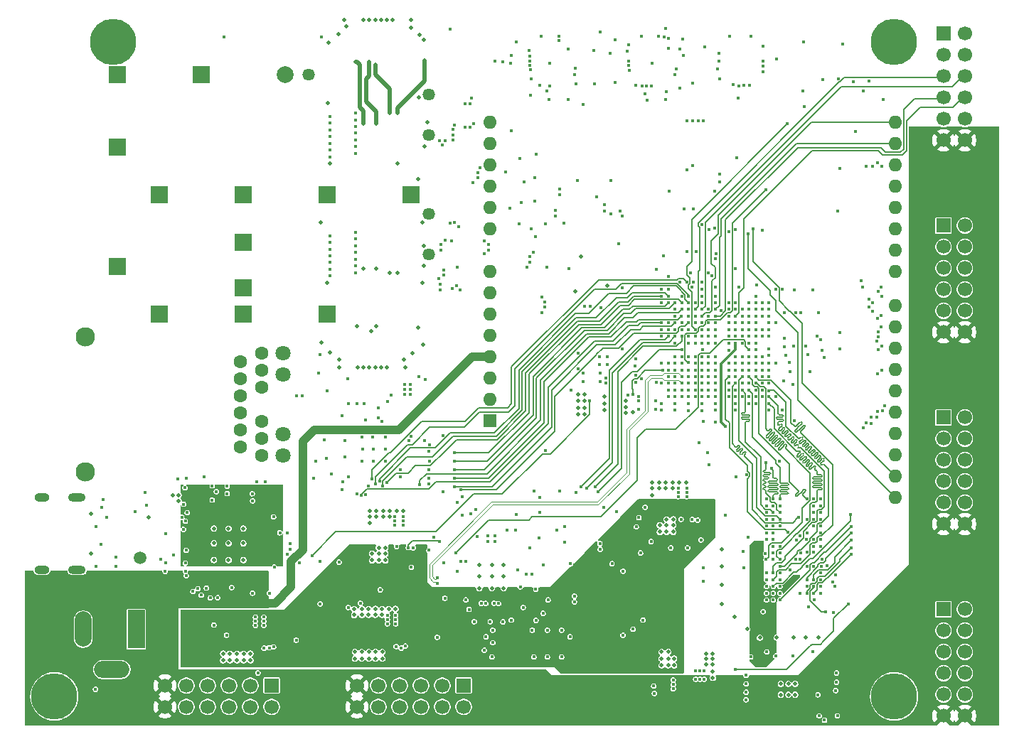
<source format=gbr>
%TF.GenerationSoftware,KiCad,Pcbnew,9.0.1*%
%TF.CreationDate,2025-05-15T18:24:47+02:00*%
%TF.ProjectId,Marble_Tiny,4d617262-6c65-45f5-9469-6e792e6b6963,rev?*%
%TF.SameCoordinates,Original*%
%TF.FileFunction,Copper,L6,Inr*%
%TF.FilePolarity,Positive*%
%FSLAX46Y46*%
G04 Gerber Fmt 4.6, Leading zero omitted, Abs format (unit mm)*
G04 Created by KiCad (PCBNEW 9.0.1) date 2025-05-15 18:24:47*
%MOMM*%
%LPD*%
G01*
G04 APERTURE LIST*
%TA.AperFunction,ComponentPad*%
%ADD10R,1.700000X1.700000*%
%TD*%
%TA.AperFunction,ComponentPad*%
%ADD11C,1.700000*%
%TD*%
%TA.AperFunction,ComponentPad*%
%ADD12C,0.400000*%
%TD*%
%TA.AperFunction,ComponentPad*%
%ADD13O,2.100000X1.000000*%
%TD*%
%TA.AperFunction,ComponentPad*%
%ADD14O,1.800000X1.000000*%
%TD*%
%TA.AperFunction,ComponentPad*%
%ADD15C,5.500000*%
%TD*%
%TA.AperFunction,ComponentPad*%
%ADD16R,2.000000X2.000000*%
%TD*%
%TA.AperFunction,ComponentPad*%
%ADD17C,2.000000*%
%TD*%
%TA.AperFunction,ComponentPad*%
%ADD18C,1.458000*%
%TD*%
%TA.AperFunction,ComponentPad*%
%ADD19C,1.600000*%
%TD*%
%TA.AperFunction,ComponentPad*%
%ADD20C,1.800000*%
%TD*%
%TA.AperFunction,ComponentPad*%
%ADD21C,2.300000*%
%TD*%
%TA.AperFunction,ComponentPad*%
%ADD22R,1.600000X1.600000*%
%TD*%
%TA.AperFunction,ComponentPad*%
%ADD23O,1.600000X1.600000*%
%TD*%
%TA.AperFunction,ComponentPad*%
%ADD24C,1.500000*%
%TD*%
%TA.AperFunction,ComponentPad*%
%ADD25R,2.000000X4.600000*%
%TD*%
%TA.AperFunction,ComponentPad*%
%ADD26O,2.000000X4.200000*%
%TD*%
%TA.AperFunction,ComponentPad*%
%ADD27O,4.200000X2.000000*%
%TD*%
%TA.AperFunction,ViaPad*%
%ADD28C,0.400000*%
%TD*%
%TA.AperFunction,ViaPad*%
%ADD29C,0.500000*%
%TD*%
%TA.AperFunction,Conductor*%
%ADD30C,0.127000*%
%TD*%
%TA.AperFunction,Conductor*%
%ADD31C,0.140000*%
%TD*%
%TA.AperFunction,Conductor*%
%ADD32C,1.000000*%
%TD*%
%TA.AperFunction,Conductor*%
%ADD33C,0.500000*%
%TD*%
%TA.AperFunction,Conductor*%
%ADD34C,0.300000*%
%TD*%
%TA.AperFunction,Conductor*%
%ADD35C,0.120000*%
%TD*%
%TA.AperFunction,Conductor*%
%ADD36C,0.130000*%
%TD*%
%TA.AperFunction,Conductor*%
%ADD37C,0.200000*%
%TD*%
G04 APERTURE END LIST*
D10*
%TO.N,PMOD3_0*%
%TO.C,J6*%
X212875000Y-79905000D03*
D11*
%TO.N,PMOD3_1*%
X212875000Y-82445000D03*
%TO.N,PMOD3_2*%
X212875000Y-84985000D03*
%TO.N,PMOD3_3*%
X212875000Y-87525000D03*
%TO.N,GND*%
X212875000Y-90065000D03*
%TO.N,+3V3_P*%
X212875000Y-92605000D03*
%TO.N,PMOD3_4*%
X215415000Y-79905000D03*
%TO.N,PMOD3_5*%
X215415000Y-82445000D03*
%TO.N,PMOD3_6*%
X215415000Y-84985000D03*
%TO.N,PMOD3_7*%
X215415000Y-87525000D03*
%TO.N,GND*%
X215415000Y-90065000D03*
%TO.N,+3V3_P*%
X215415000Y-92605000D03*
%TD*%
D12*
%TO.N,DDRVCC*%
%TO.C,U11*%
X183365000Y-133950000D03*
X183865000Y-133950000D03*
X184365000Y-133950000D03*
X183365000Y-132950000D03*
X183865000Y-132950000D03*
X184365000Y-132950000D03*
%TD*%
D13*
%TO.N,GND*%
%TO.C,J2*%
X109705000Y-112280000D03*
D14*
X105525000Y-112280000D03*
D13*
X109705000Y-120920000D03*
D14*
X105525000Y-120920000D03*
%TD*%
D15*
%TO.N,unconnected-(B3-Pad1)*%
%TO.C,B3*%
X207000000Y-58000000D03*
%TD*%
D10*
%TO.N,PMOD1_0*%
%TO.C,J4*%
X212875000Y-125625000D03*
D11*
%TO.N,PMOD1_1*%
X212875000Y-128165000D03*
%TO.N,PMOD1_2*%
X212875000Y-130705000D03*
%TO.N,PMOD1_3*%
X212875000Y-133245000D03*
%TO.N,GND*%
X212875000Y-135785000D03*
%TO.N,+3V3_P*%
X212875000Y-138325000D03*
%TO.N,PMOD1_4*%
X215415000Y-125625000D03*
%TO.N,PMOD1_5*%
X215415000Y-128165000D03*
%TO.N,PMOD1_6*%
X215415000Y-130705000D03*
%TO.N,PMOD1_7*%
X215415000Y-133245000D03*
%TO.N,GND*%
X215415000Y-135785000D03*
%TO.N,+3V3_P*%
X215415000Y-138325000D03*
%TD*%
D12*
%TO.N,+1V0*%
%TO.C,U4*%
X182300000Y-112200000D03*
X182300000Y-111700000D03*
X182300000Y-111200000D03*
X181300000Y-112200000D03*
X181300000Y-111700000D03*
X181300000Y-111200000D03*
%TD*%
D10*
%TO.N,PMOD2_0*%
%TO.C,J5*%
X212875000Y-102765000D03*
D11*
%TO.N,PMOD2_1*%
X212875000Y-105305000D03*
%TO.N,PMOD2_2*%
X212875000Y-107845000D03*
%TO.N,PMOD2_3*%
X212875000Y-110385000D03*
%TO.N,GND*%
X212875000Y-112925000D03*
%TO.N,+3V3_P*%
X212875000Y-115465000D03*
%TO.N,PMOD2_4*%
X215415000Y-102765000D03*
%TO.N,PMOD2_5*%
X215415000Y-105305000D03*
%TO.N,PMOD2_6*%
X215415000Y-107845000D03*
%TO.N,PMOD2_7*%
X215415000Y-110385000D03*
%TO.N,GND*%
X215415000Y-112925000D03*
%TO.N,+3V3_P*%
X215415000Y-115465000D03*
%TD*%
D15*
%TO.N,unconnected-(B1-Pad1)*%
%TO.C,B1*%
X114000000Y-58000000D03*
%TD*%
D10*
%TO.N,PMOD5_0*%
%TO.C,J14*%
X132875000Y-134710000D03*
D11*
%TO.N,PMOD5_1*%
X130335000Y-134710000D03*
%TO.N,PMOD5_2*%
X127795000Y-134710000D03*
%TO.N,PMOD5_3*%
X125255000Y-134710000D03*
%TO.N,GND*%
X122715000Y-134710000D03*
%TO.N,+3V3_P*%
X120175000Y-134710000D03*
%TO.N,PMOD5_4*%
X132875000Y-137250000D03*
%TO.N,PMOD5_5*%
X130335000Y-137250000D03*
%TO.N,PMOD5_6*%
X127795000Y-137250000D03*
%TO.N,PMOD5_7*%
X125255000Y-137250000D03*
%TO.N,GND*%
X122715000Y-137250000D03*
%TO.N,+3V3_P*%
X120175000Y-137250000D03*
%TD*%
D16*
%TO.N,GND*%
%TO.C,J8*%
X139500000Y-90450000D03*
D17*
X134500000Y-61950000D03*
D16*
X129500000Y-81880000D03*
X129500000Y-87280000D03*
X129500000Y-90450000D03*
X124500000Y-61950000D03*
X119500000Y-90450000D03*
X114500000Y-61950000D03*
X114500000Y-70530000D03*
X114500000Y-84780000D03*
D18*
X137300000Y-61950000D03*
X151600000Y-64280000D03*
X151600000Y-69080000D03*
D16*
X149500000Y-76200000D03*
D18*
X151600000Y-78530000D03*
X151600000Y-83330000D03*
D16*
X139500000Y-76200000D03*
X129500000Y-76200000D03*
X119500000Y-76200000D03*
%TD*%
D10*
%TO.N,PMOD6_0*%
%TO.C,J15*%
X155735000Y-134710000D03*
D11*
%TO.N,PMOD6_1*%
X153195000Y-134710000D03*
%TO.N,PMOD6_2*%
X150655000Y-134710000D03*
%TO.N,PMOD6_3*%
X148115000Y-134710000D03*
%TO.N,GND*%
X145575000Y-134710000D03*
%TO.N,+3V3_P*%
X143035000Y-134710000D03*
%TO.N,PMOD6_4*%
X155735000Y-137250000D03*
%TO.N,PMOD6_5*%
X153195000Y-137250000D03*
%TO.N,PMOD6_6*%
X150655000Y-137250000D03*
%TO.N,PMOD6_7*%
X148115000Y-137250000D03*
%TO.N,GND*%
X145575000Y-137250000D03*
%TO.N,+3V3_P*%
X143035000Y-137250000D03*
%TD*%
D12*
%TO.N,+3V3*%
%TO.C,U10*%
X147650000Y-127335000D03*
X147650000Y-126835000D03*
X147650000Y-126335000D03*
X146650000Y-127335000D03*
X146650000Y-126835000D03*
X146650000Y-126335000D03*
%TD*%
D15*
%TO.N,unconnected-(B4-Pad1)*%
%TO.C,B4*%
X207000000Y-136000000D03*
%TD*%
D12*
%TO.N,+1V8*%
%TO.C,U5*%
X148550000Y-115597500D03*
X148550000Y-115097500D03*
X148550000Y-114597500D03*
X147550000Y-115597500D03*
X147550000Y-115097500D03*
X147550000Y-114597500D03*
%TD*%
D19*
%TO.N,Net-(J3-TRCT1)*%
%TO.C,J3*%
X129130000Y-106280000D03*
%TO.N,/Ethernet/MDI2_N*%
X129130000Y-104248000D03*
%TO.N,/Ethernet/MDI2_P*%
X129130000Y-102216000D03*
%TO.N,/Ethernet/MDI1_P*%
X129130000Y-100184000D03*
%TO.N,/Ethernet/MDI1_N*%
X129130000Y-98152000D03*
%TO.N,Net-(J3-TRCT1)*%
X129130000Y-96120000D03*
X131670000Y-107296000D03*
%TO.N,/Ethernet/MDI3_P*%
X131670000Y-105264000D03*
%TO.N,/Ethernet/MDI3_N*%
X131670000Y-103232000D03*
%TO.N,/Ethernet/MDI0_N*%
X131670000Y-99168000D03*
%TO.N,/Ethernet/MDI0_P*%
X131670000Y-97136000D03*
%TO.N,Net-(J3-TRCT1)*%
X131670000Y-95104000D03*
D20*
%TO.N,GND*%
X134210000Y-107296000D03*
%TO.N,Net-(J3-LED1A)*%
X134210000Y-104756000D03*
%TO.N,GND*%
X134210000Y-97644000D03*
%TO.N,Net-(J3-LED2A)*%
X134210000Y-95104000D03*
D21*
%TO.N,GND*%
X110715000Y-109265000D03*
X110715000Y-93135000D03*
%TD*%
D22*
%TO.N,unconnected-(A1-NC-Pad1)*%
%TO.C,A1*%
X158870000Y-103175000D03*
D23*
%TO.N,unconnected-(A1-IOREF-Pad2)*%
X158870000Y-100635000D03*
%TO.N,unconnected-(A1-~{RESET}-Pad3)*%
X158870000Y-98095000D03*
%TO.N,+3V3_P*%
X158870000Y-95555000D03*
%TO.N,unconnected-(A1-+5V-Pad5)*%
X158870000Y-93015000D03*
%TO.N,GND*%
X158870000Y-90475000D03*
X158870000Y-87935000D03*
%TO.N,+12V*%
X158870000Y-85395000D03*
%TO.N,/Arduino/A0*%
X158870000Y-80315000D03*
%TO.N,/Arduino/A1*%
X158870000Y-77775000D03*
%TO.N,/Arduino/A2*%
X158870000Y-75235000D03*
%TO.N,/Arduino/A3*%
X158870000Y-72695000D03*
%TO.N,I2C_SDA_Ardu*%
X158870000Y-70155000D03*
%TO.N,I2C_SCL_Ardu*%
X158870000Y-67615000D03*
%TO.N,ARDUINO_D0*%
X207130000Y-67615000D03*
%TO.N,ARDUINO_D1*%
X207130000Y-70155000D03*
%TO.N,ARDUINO_D2*%
X207130000Y-72695000D03*
%TO.N,ARDUINO_D3*%
X207130000Y-75235000D03*
%TO.N,ARDUINO_D4*%
X207130000Y-77775000D03*
%TO.N,ARDUINO_D5*%
X207130000Y-80315000D03*
%TO.N,ARDUINO_D6*%
X207130000Y-82855000D03*
%TO.N,ARDUINO_D7*%
X207130000Y-85395000D03*
%TO.N,ARDUINO_D8*%
X207130000Y-89455000D03*
%TO.N,ARDUINO_D9*%
X207130000Y-91995000D03*
%TO.N,ARDUINO_D10*%
X207130000Y-94535000D03*
%TO.N,ARDUINO_D11*%
X207130000Y-97075000D03*
%TO.N,ARDUINO_D12*%
X207130000Y-99615000D03*
%TO.N,ARDUINO_D13*%
X207130000Y-102155000D03*
%TO.N,GND*%
X207130000Y-104695000D03*
%TO.N,unconnected-(A1-AREF-Pad30)*%
X207130000Y-107235000D03*
%TO.N,I2C_SDA_Ardu*%
X207130000Y-109775000D03*
%TO.N,I2C_SCL_Ardu*%
X207130000Y-112315000D03*
%TD*%
D12*
%TO.N,+3V3_P*%
%TO.C,U6*%
X131950000Y-127535000D03*
X131950000Y-127035000D03*
X131950000Y-126535000D03*
X130950000Y-127535000D03*
X130950000Y-127035000D03*
X130950000Y-126535000D03*
%TD*%
D15*
%TO.N,unconnected-(B2-Pad1)*%
%TO.C,B2*%
X107000000Y-136000000D03*
%TD*%
D24*
%TO.N,+3V3_USB*%
%TO.C,TP1*%
X117225000Y-119500000D03*
%TD*%
D10*
%TO.N,PMOD4_0*%
%TO.C,J7*%
X212875000Y-57045000D03*
D11*
%TO.N,PMOD4_1*%
X212875000Y-59585000D03*
%TO.N,PMOD4_2*%
X212875000Y-62125000D03*
%TO.N,PMOD4_3*%
X212875000Y-64665000D03*
%TO.N,GND*%
X212875000Y-67205000D03*
%TO.N,+3V3_P*%
X212875000Y-69745000D03*
%TO.N,PMOD4_4*%
X215415000Y-57045000D03*
%TO.N,PMOD4_5*%
X215415000Y-59585000D03*
%TO.N,PMOD4_6*%
X215415000Y-62125000D03*
%TO.N,PMOD4_7*%
X215415000Y-64665000D03*
%TO.N,GND*%
X215415000Y-67205000D03*
%TO.N,+3V3_P*%
X215415000Y-69745000D03*
%TD*%
D25*
%TO.N,Net-(Q4-D)*%
%TO.C,J10*%
X116750000Y-128000000D03*
D26*
%TO.N,GND*%
X110450000Y-128000000D03*
D27*
%TO.N,unconnected-(J10-Pad3)*%
X113850000Y-132800000D03*
%TD*%
D16*
%TO.N,GND*%
%TO.C,J9*%
X149500000Y-76200000D03*
%TD*%
D28*
%TO.N,I2C_SCL_Ardu*%
X185803000Y-83290500D03*
X185642442Y-80236854D03*
X189600000Y-80863500D03*
%TO.N,ARDUINO_D6*%
X184100000Y-89100000D03*
X203675000Y-72850000D03*
%TO.N,/Arduino/A0*%
X162300000Y-79700000D03*
%TO.N,ARDUINO_D1*%
X185700000Y-89900000D03*
%TO.N,I2C_SDA_Ardu*%
X190200000Y-80325000D03*
X179500000Y-83500000D03*
X180900000Y-92300000D03*
D29*
%TO.N,+3V3_P*%
X131992366Y-125162654D03*
X127076434Y-124516852D03*
X128000000Y-124500000D03*
X128800000Y-124500000D03*
X129600000Y-125200000D03*
X127076434Y-125216852D03*
X131192366Y-125162654D03*
X130400000Y-125200000D03*
X130400000Y-124500000D03*
X132000000Y-124500000D03*
X131200000Y-124500000D03*
D28*
X136600000Y-114500000D03*
D29*
X129600000Y-124500000D03*
X128800000Y-125200000D03*
X128000000Y-125200000D03*
D28*
%TO.N,/Arduino/A1*%
X161200000Y-77800000D03*
%TO.N,ARDUINO_D5*%
X184100000Y-88300000D03*
X204400000Y-72800000D03*
%TO.N,/Arduino/A2*%
X160700000Y-73500000D03*
%TO.N,ARDUINO_D4*%
X205000000Y-72400000D03*
X180900000Y-90700000D03*
%TO.N,ARDUINO_D3*%
X205500000Y-72800000D03*
X180100000Y-92300000D03*
%TO.N,ARDUINO_D0*%
X184100000Y-90700000D03*
%TO.N,ARDUINO_D2*%
X179300000Y-92300000D03*
D29*
%TO.N,+1V8*%
X146941097Y-114563921D03*
D28*
X184156879Y-94700000D03*
X174630722Y-94630722D03*
D29*
X144541097Y-113863921D03*
X144541097Y-115363921D03*
D28*
X172000000Y-97500000D03*
X171917136Y-96492366D03*
D29*
X170100000Y-100800000D03*
X145341097Y-114563921D03*
D28*
X188900000Y-91500000D03*
D29*
X146141097Y-113863921D03*
D28*
X171917136Y-95492366D03*
D29*
X144541097Y-114563921D03*
X148541097Y-113863921D03*
D28*
X182500000Y-93100000D03*
X172000000Y-98500000D03*
D29*
X169400000Y-102400000D03*
D28*
X190500000Y-91500000D03*
X184900000Y-91500000D03*
X187300000Y-91500000D03*
D29*
X170100000Y-101600000D03*
X169400000Y-100800000D03*
X147741097Y-113863921D03*
X146141097Y-114563921D03*
X170100000Y-102400000D03*
X170100000Y-100000000D03*
X169400000Y-100000000D03*
D28*
X184100000Y-92300000D03*
D29*
X146941097Y-113863921D03*
X169400000Y-101600000D03*
X145341097Y-113863921D03*
D28*
X152200000Y-117000000D03*
%TO.N,+1V2*%
X182500000Y-101950000D03*
X184100000Y-101100000D03*
X179300000Y-101100000D03*
X178600000Y-100800000D03*
D29*
X175900000Y-102175000D03*
X175050000Y-101500000D03*
D28*
X183300000Y-100300000D03*
X180900000Y-101900000D03*
D29*
X175050000Y-102250000D03*
D28*
X168500000Y-99500000D03*
X178600000Y-101800000D03*
D29*
X175050000Y-100775000D03*
D28*
%TO.N,Net-(U21-OSCO)*%
X122600000Y-115123000D03*
%TO.N,Net-(U21-OSCI)*%
X122400000Y-113100000D03*
%TO.N,I2C_SCL*%
X184900000Y-85500000D03*
X179800000Y-56400000D03*
X183000000Y-72750000D03*
X180100000Y-57600000D03*
X174400000Y-78200000D03*
X184964857Y-80359500D03*
%TO.N,I2C_SDA*%
X184072630Y-79769631D03*
X179600000Y-57400000D03*
X182312844Y-73304996D03*
X183300000Y-90700000D03*
X174600000Y-78800000D03*
X172000000Y-56800000D03*
X167122000Y-57888075D03*
D29*
%TO.N,Net-(J12-VCCR)*%
X146900000Y-66505000D03*
X145200000Y-60700000D03*
%TO.N,Net-(J12-VCCT)*%
X147900000Y-66505000D03*
X151100000Y-60200000D03*
%TO.N,Net-(J1-VCCR)*%
X147900000Y-85500000D03*
X150300000Y-92100000D03*
%TO.N,Net-(J1-VCCT)*%
X145327000Y-91872000D03*
X146900000Y-85500000D03*
%TO.N,Net-(J11-VCCR)*%
X145300000Y-67795000D03*
X144440500Y-60400000D03*
%TO.N,Net-(J11-VCCT)*%
X142852356Y-60400000D03*
X143800000Y-67795000D03*
%TO.N,Net-(J13-VCCR)*%
X143800000Y-85000000D03*
X143000000Y-91900000D03*
%TO.N,Net-(J13-VCCT)*%
X145300000Y-85000000D03*
X144700000Y-92500000D03*
D28*
%TO.N,DDRVCC*%
X188900000Y-100300000D03*
X196603967Y-118847689D03*
X192600000Y-118100000D03*
X195800000Y-116900000D03*
X191800000Y-123700000D03*
X198200000Y-115700000D03*
X198066262Y-138298116D03*
D29*
X185400000Y-130900000D03*
X185400000Y-133800000D03*
D28*
X188100000Y-97900000D03*
X195092000Y-103172814D03*
X192100000Y-101900000D03*
X198200000Y-123700000D03*
X198200000Y-122100000D03*
X198200000Y-114100000D03*
X197400000Y-112500000D03*
X191300000Y-99500000D03*
D29*
X184600000Y-130900000D03*
X184600000Y-132200000D03*
X185400000Y-133000000D03*
D28*
X191800000Y-114100000D03*
X198200000Y-118100000D03*
X192600000Y-114900000D03*
X191800000Y-116500000D03*
X197000000Y-97300000D03*
X198200000Y-114900000D03*
D29*
X185400000Y-131500000D03*
D28*
X192600000Y-119700000D03*
X193870469Y-98448547D03*
X190500000Y-97100000D03*
D29*
X185400000Y-132200000D03*
D28*
X191800000Y-112500000D03*
X198698116Y-138833738D03*
X191800000Y-122100000D03*
X192600000Y-113300000D03*
D29*
X184600000Y-131500000D03*
%TO.N,DDRVTT*%
X195000000Y-129000000D03*
X198000000Y-129000000D03*
X188000000Y-126500000D03*
X193000000Y-129000000D03*
X186500000Y-118500000D03*
X189500000Y-128000000D03*
X196500000Y-129000000D03*
X191000000Y-129000000D03*
X186500000Y-120500000D03*
X186500000Y-125000000D03*
X186500000Y-122750000D03*
D28*
%TO.N,+3V3_USB*%
X120200000Y-121100000D03*
X119700000Y-119700000D03*
D29*
X121800000Y-112000000D03*
X118225000Y-114650000D03*
X121800000Y-112700000D03*
D28*
X116600000Y-114000000D03*
X125800000Y-110900000D03*
D29*
X121100000Y-112000000D03*
D28*
X130562358Y-111846499D03*
%TO.N,1V8USB*%
X122302058Y-119607080D03*
X133840069Y-119031454D03*
X132707264Y-111838010D03*
X122372998Y-112075000D03*
%TO.N,DDRVREF*%
X195500000Y-121800000D03*
X191072998Y-117900000D03*
D29*
X191300000Y-132000000D03*
D28*
%TO.N,Net-(D3-K)*%
X170764174Y-100766043D03*
X142000000Y-125400000D03*
X137666043Y-119263668D03*
X111895497Y-135150000D03*
X131972653Y-130247998D03*
X135800000Y-129300000D03*
X180700000Y-134045994D03*
%TO.N,XADCGND*%
X188100000Y-95500000D03*
X185700000Y-95500000D03*
X187300000Y-93900000D03*
%TO.N,/FPGA_MISC/VREF*%
X186900000Y-103800000D03*
X188100000Y-93900000D03*
%TO.N,Net-(U1F-VCCADC_0)*%
X185700000Y-93900000D03*
%TO.N,Net-(U10-FB)*%
X148800000Y-130000000D03*
%TO.N,Net-(U6-FB)*%
X133100000Y-130100000D03*
%TO.N,+3V3_CLEAN*%
X154966181Y-121124818D03*
X155600000Y-112200000D03*
X163147893Y-121437002D03*
X156000000Y-119900000D03*
X156000000Y-124500000D03*
X167738897Y-117642287D03*
X165700000Y-128100000D03*
X154935000Y-112865000D03*
X163900000Y-128100000D03*
X175900000Y-128000000D03*
X180400000Y-118300000D03*
X159462876Y-117555622D03*
X158609724Y-117538643D03*
X171951694Y-117782768D03*
X165200000Y-126100000D03*
X164359882Y-126934796D03*
X167400000Y-128100000D03*
X168400000Y-128900000D03*
X168935000Y-124035000D03*
%TO.N,Net-(U12-VOUT)*%
X164100000Y-111500000D03*
%TO.N,/Clock-WR/WR_DAC_OUT2*%
X176800000Y-118900000D03*
X176300000Y-115800000D03*
%TO.N,/Clock-WR/WR_DAC_OUT1*%
X164827002Y-114100000D03*
X176600000Y-114700000D03*
%TO.N,Net-(Y1-OUT)*%
X164700000Y-117100000D03*
%TO.N,REF_CLK0_P*%
X180100000Y-97900000D03*
X170830000Y-89500000D03*
%TO.N,WR_CLK0_P*%
X152574737Y-122530000D03*
X181700000Y-97900000D03*
%TO.N,Net-(U16-VCCPLL1)*%
X156376939Y-125636680D03*
X162832879Y-125388375D03*
X162500000Y-122950000D03*
%TO.N,WR_CLK0_N*%
X152574737Y-121870000D03*
X181700000Y-98700000D03*
%TO.N,REF_CLK0_N*%
X180100000Y-98700000D03*
X170170000Y-89500000D03*
D29*
%TO.N,VUSB*%
X111400000Y-114200000D03*
X111400000Y-119000000D03*
D28*
%TO.N,Net-(U21-EEDATA)*%
X125800000Y-112600000D03*
%TO.N,Net-(U21-EECS)*%
X122700000Y-109993077D03*
%TO.N,RX*%
X183100000Y-86600000D03*
X135100000Y-117800000D03*
%TO.N,TX*%
X135100000Y-118500000D03*
X185300000Y-85900000D03*
%TO.N,Net-(U21-EECLK)*%
X126300000Y-111600000D03*
%TO.N,Net-(U7-INTB{slash}PMEB)*%
X146700000Y-100900000D03*
%TO.N,/FPGA_MISC/CCLK*%
X191700000Y-75600000D03*
X182521602Y-96216202D03*
%TO.N,CFG_FCS*%
X188100000Y-89900000D03*
X187303001Y-80598585D03*
%TO.N,CFG_MOSI*%
X187300000Y-89100000D03*
X191300000Y-80500000D03*
%TO.N,CFG_DIN*%
X188097000Y-85041558D03*
X188100000Y-80350000D03*
%TO.N,/SFP/I2C_SFP3_SCL*%
X191400000Y-60900000D03*
X139800000Y-83510000D03*
%TO.N,/SFP/I2C_SFP3_SDA*%
X191400000Y-61600000D03*
X139800000Y-84310000D03*
%TO.N,/SFP/I2C_SFP2_SCL*%
X189800000Y-63200000D03*
X139800000Y-69300000D03*
%TO.N,/SFP/I2C_SFP2_SDA*%
X139800000Y-70100000D03*
X189100000Y-63200000D03*
%TO.N,/SFP/I2C_SFP0_SDA*%
X142900000Y-68100000D03*
X186100000Y-60300000D03*
%TO.N,RST*%
X154800000Y-118900000D03*
X186100000Y-59400000D03*
X196250000Y-65750000D03*
X189700000Y-94700000D03*
X198687002Y-95600000D03*
X138600000Y-119900000D03*
%TO.N,/SFP/I2C_SFP1_SDA*%
X142900000Y-82300000D03*
X186200000Y-62400000D03*
%TO.N,/SFP/I2C_SFP0_SCL*%
X186000000Y-61200000D03*
X142900000Y-68900000D03*
%TO.N,/SFP/I2C_SFP1_SCL*%
X142900000Y-83100000D03*
X187800000Y-63100000D03*
%TO.N,MGT_TX1_P*%
X155133346Y-80033346D03*
X158700000Y-82170000D03*
%TO.N,/SFP/SFP1_TX_DIS*%
X179862436Y-63917105D03*
X142900000Y-81500000D03*
%TO.N,/SFP/SFP1_TX_FAULT*%
X142900000Y-80700000D03*
X177344225Y-64181000D03*
%TO.N,/SFP/RS1*%
X142900000Y-84700000D03*
X180900000Y-61900000D03*
%TO.N,MGT_RX1_P*%
X165400000Y-88970000D03*
X153400000Y-85175000D03*
%TO.N,/SFP/SFP1_DEF0*%
X142900000Y-83900000D03*
X181500000Y-63500000D03*
%TO.N,MGT_RX1_N*%
X165400000Y-89630000D03*
X153400000Y-85835000D03*
%TO.N,/SFP/SFP1_LOS*%
X142900000Y-85500000D03*
X181022342Y-61240500D03*
%TO.N,MGT_TX1_N*%
X158700000Y-82830000D03*
X154666654Y-79566654D03*
%TO.N,Net-(J2-CC1)*%
X112000000Y-120500000D03*
X112000000Y-115800000D03*
%TO.N,PMOD1_4*%
X203100000Y-86500000D03*
%TO.N,PMOD1_2*%
X204400000Y-90100000D03*
%TO.N,PMOD1_5*%
X204000000Y-88700000D03*
%TO.N,PMOD1_7*%
X205129340Y-93190783D03*
%TO.N,PMOD1_1*%
X204400000Y-89100000D03*
%TO.N,PMOD1_0*%
X203200000Y-87200000D03*
%TO.N,PMOD1_3*%
X204900000Y-93700000D03*
%TO.N,PMOD1_6*%
X204000000Y-89600000D03*
%TO.N,PMOD2_5*%
X205400000Y-92000000D03*
%TO.N,PMOD2_1*%
X205100000Y-92600000D03*
%TO.N,PMOD2_4*%
X205400000Y-90600000D03*
%TO.N,PMOD2_2*%
X205100000Y-94700000D03*
%TO.N,PMOD2_7*%
X205500000Y-97100000D03*
%TO.N,PMOD2_6*%
X205500000Y-94300000D03*
%TO.N,PMOD2_0*%
X205000000Y-91000000D03*
%TO.N,PMOD2_3*%
X205000000Y-97600000D03*
%TO.N,PMOD3_5*%
X190500000Y-89100000D03*
%TO.N,PMOD3_7*%
X205500000Y-88300000D03*
%TO.N,PMOD3_3*%
X205100000Y-87700000D03*
%TO.N,PMOD3_4*%
X189700000Y-90700000D03*
%TO.N,PMOD3_2*%
X190500000Y-89900000D03*
%TO.N,PMOD3_6*%
X205473874Y-87226126D03*
%TO.N,PMOD3_0*%
X188900000Y-89900000D03*
%TO.N,PMOD3_1*%
X189700000Y-89100000D03*
%TO.N,PMOD4_4*%
X186379379Y-90018688D03*
%TO.N,PMOD4_5*%
X188900000Y-90700000D03*
%TO.N,PMOD4_7*%
X188100000Y-90700000D03*
%TO.N,PMOD4_0*%
X185700000Y-89100000D03*
%TO.N,PMOD4_2*%
X183300000Y-89900000D03*
%TO.N,PMOD4_1*%
X187300000Y-89900000D03*
%TO.N,PMOD4_6*%
X184100000Y-89900000D03*
%TO.N,PMOD4_3*%
X185700000Y-90700000D03*
%TO.N,/SFP/SFP2_TX_FAULT*%
X139800000Y-71700000D03*
X163500000Y-59000000D03*
%TO.N,/SFP/SFP2_LOS*%
X139800000Y-66900000D03*
X159500000Y-60300000D03*
X163675532Y-61365000D03*
%TO.N,MGT_TX2_P*%
X157400000Y-73570000D03*
%TO.N,/SFP/SFP2_DEF0*%
X163600000Y-60300000D03*
X139800000Y-68500000D03*
%TO.N,/SFP/RS2*%
X139800000Y-67700000D03*
X163626464Y-60840287D03*
X160400000Y-60400000D03*
%TO.N,MGT_RX2_P*%
X152870000Y-69800000D03*
X154500000Y-68470000D03*
X180900000Y-99500000D03*
%TO.N,MGT_RX2_N*%
X153530000Y-69800000D03*
X180900000Y-100300000D03*
X154500000Y-69130000D03*
%TO.N,/SFP/SFP2_TX_DIS*%
X139800000Y-70900000D03*
X163600000Y-59700000D03*
%TO.N,MGT_TX2_N*%
X157400000Y-74230000D03*
%TO.N,/SFP/RS0*%
X142900000Y-70500000D03*
X175400000Y-60827003D03*
%TO.N,MGT_RX0_N*%
X182500000Y-100300000D03*
X154866654Y-87066654D03*
%TO.N,MGT_TX0_N*%
X155870000Y-68200000D03*
X155870000Y-65373000D03*
%TO.N,/SFP/SFP0_TX_DIS*%
X175200000Y-59100000D03*
X142900000Y-67300000D03*
%TO.N,/SFP/SFP0_TX_FAULT*%
X175400000Y-58400000D03*
X142900000Y-66500000D03*
%TO.N,/SFP/SFP0_LOS*%
X175500000Y-61400000D03*
X142900000Y-71300000D03*
%TO.N,/SFP/SFP0_DEF0*%
X175400000Y-60300000D03*
X142900000Y-69700000D03*
%TO.N,MGT_TX0_P*%
X156530000Y-68200000D03*
X156530000Y-65373000D03*
%TO.N,MGT_RX0_P*%
X182500000Y-99500000D03*
X155333346Y-87533346D03*
%TO.N,/SFP/SFP3_DEF0*%
X139800000Y-82710000D03*
X169100000Y-63000000D03*
%TO.N,MGT_TX3_P*%
X163612883Y-83570000D03*
%TO.N,/SFP/RS3*%
X139800000Y-81910000D03*
X168950000Y-61950000D03*
%TO.N,MGT_RX3_N*%
X152900000Y-87530000D03*
X153533346Y-81666654D03*
X184100000Y-100300000D03*
%TO.N,/SFP/SFP3_TX_FAULT*%
X163700000Y-64400000D03*
X139800000Y-85910000D03*
%TO.N,MGT_TX3_N*%
X163612883Y-84230000D03*
%TO.N,/SFP/SFP3_LOS*%
X169062612Y-61183521D03*
X139800000Y-81110000D03*
%TO.N,/SFP/SFP3_TX_DIS*%
X170000000Y-65500000D03*
X139800000Y-85110000D03*
%TO.N,MGT_RX3_P*%
X153066654Y-82133346D03*
X152900000Y-86870000D03*
X184100000Y-99500000D03*
%TO.N,PMOD5_5*%
X205600000Y-102000000D03*
%TO.N,PMOD5_2*%
X203300000Y-104000000D03*
%TO.N,PMOD5_6*%
X205900000Y-101400000D03*
%TO.N,PMOD5_7*%
X204900000Y-102700000D03*
%TO.N,PMOD5_4*%
X205050000Y-102050000D03*
%TO.N,PMOD5_3*%
X204250000Y-102750000D03*
%TO.N,PMOD5_0*%
X204227353Y-103472647D03*
%TO.N,PMOD5_1*%
X203626126Y-103373874D03*
%TO.N,PMOD6_2*%
X191300000Y-92300000D03*
%TO.N,PMOD6_3*%
X192100000Y-90700000D03*
%TO.N,PMOD6_1*%
X192100000Y-92300000D03*
%TO.N,PMOD6_6*%
X191300000Y-89100000D03*
%TO.N,PMOD6_4*%
X192100000Y-89900000D03*
%TO.N,PMOD6_7*%
X191300000Y-89900000D03*
%TO.N,PMOD6_0*%
X192100000Y-91500000D03*
%TO.N,PMOD6_5*%
X190500000Y-90700000D03*
%TO.N,RGMII_RXD0*%
X180100000Y-89100000D03*
X154600000Y-108000000D03*
%TO.N,RGMII_RXD1*%
X180900000Y-89100000D03*
X154600000Y-109000000D03*
%TO.N,RGMII_RXD2*%
X181643120Y-90699999D03*
X154600000Y-110000000D03*
%TO.N,RGMII_RXD3*%
X180900000Y-91500000D03*
X154600000Y-111000000D03*
%TO.N,RGMII_RX_CLK*%
X155400000Y-111400000D03*
X182500000Y-91500000D03*
%TO.N,RGMII_RX_DV*%
X181700000Y-89100000D03*
X154600000Y-107000000D03*
%TO.N,DDR3_A12*%
X196600000Y-122100000D03*
X201900000Y-116500000D03*
%TO.N,DDR3_A13*%
X201900000Y-115800000D03*
X193400000Y-124500000D03*
%TO.N,DDR3_BA0*%
X192600000Y-121300000D03*
X192100000Y-100300000D03*
%TO.N,DDR3_BA1*%
X197400000Y-122100000D03*
X201900000Y-117400000D03*
%TO.N,DDR3_BA2*%
X198400000Y-119700000D03*
X193400000Y-121300000D03*
%TO.N,DDR3_CKE0*%
X197399999Y-118843118D03*
%TO.N,DDR3_CE*%
X190500000Y-98700000D03*
X191748001Y-119695761D03*
%TO.N,DDR3_RAS*%
X189025000Y-118700000D03*
X193400000Y-118900000D03*
X191300000Y-100300000D03*
%TO.N,DDR3_A9*%
X193400000Y-123700000D03*
X199900000Y-122900000D03*
%TO.N,DDR3_A10*%
X198300000Y-120500000D03*
X196600000Y-120500000D03*
%TO.N,DDR3_A11*%
X201900000Y-118300000D03*
X196600000Y-123700000D03*
%TO.N,DDR3_A4*%
X197400000Y-122900000D03*
X198800000Y-125925000D03*
X200030722Y-121530722D03*
%TO.N,DDR3_A5*%
X192600000Y-122900000D03*
X201800000Y-114300000D03*
%TO.N,DDR3_A6*%
X197400000Y-123700000D03*
X196800000Y-125297000D03*
X201900000Y-119100000D03*
%TO.N,DDR3_A7*%
X191400000Y-125900000D03*
X192100000Y-97100000D03*
X192600000Y-123700000D03*
%TO.N,DDR3_A0*%
X193400000Y-122100000D03*
X189075000Y-120700000D03*
X199000000Y-120400000D03*
%TO.N,DDR3_A1*%
X199700000Y-122400000D03*
X196600000Y-122900000D03*
%TO.N,DDR3_A2*%
X193400000Y-122900000D03*
X191300000Y-97100000D03*
%TO.N,DDR3_A3*%
X190500000Y-97900000D03*
X192600000Y-122100000D03*
%TO.N,DDR3_CAS*%
X192100000Y-101100000D03*
X193400000Y-119700000D03*
%TO.N,DDR3_WE*%
X192099999Y-99556882D03*
X193400000Y-120500000D03*
%TO.N,DDR3_ODT*%
X191671554Y-118976465D03*
X190500000Y-100300000D03*
%TO.N,Net-(U2-ZQ)*%
X197400000Y-120500000D03*
%TO.N,DDR3_RST*%
X185700000Y-97900000D03*
X192600000Y-124500000D03*
X188200000Y-109800000D03*
%TO.N,Net-(U1E-CFGBVS_0)*%
X182500000Y-92300000D03*
%TO.N,Net-(U1E-INIT_B_0)*%
X192073527Y-94609000D03*
X198400000Y-94800000D03*
%TO.N,Net-(U1E-M0_0)*%
X197775000Y-93082000D03*
X191300000Y-93100000D03*
%TO.N,Net-(U1E-M1_0)*%
X198232000Y-93468000D03*
X190500000Y-93900000D03*
%TO.N,Net-(U1E-M2_0)*%
X183300000Y-91500000D03*
%TO.N,Net-(U5-FB)*%
X149726990Y-118303651D03*
%TO.N,Net-(U11-FB)*%
X180700000Y-135100000D03*
%TO.N,Net-(U16-OD0)*%
X159353505Y-124885955D03*
%TO.N,Net-(U16-OD1)*%
X159878270Y-124934463D03*
%TO.N,Net-(U16-OS1)*%
X157827641Y-124908666D03*
%TO.N,Net-(U16-OS0)*%
X158354482Y-124921729D03*
%TO.N,Net-(U1D-MGTRREF_216)*%
X179409654Y-97174510D03*
X175900000Y-100000000D03*
%TO.N,CLK20_VCXO*%
X174600000Y-87300000D03*
X165500000Y-106697000D03*
X181700000Y-91500000D03*
X178050000Y-117550000D03*
%TO.N,CLK2*%
X174200000Y-82100000D03*
X182720216Y-85569676D03*
X182500000Y-89900000D03*
%TO.N,AD0_P*%
X166700000Y-78070000D03*
X181700000Y-96300000D03*
%TO.N,AD0_N*%
X180900000Y-96300000D03*
X166700000Y-78730000D03*
%TO.N,AD8_P*%
X181700000Y-95500000D03*
X167200000Y-75570000D03*
%TO.N,AD8_N*%
X167200000Y-76230000D03*
X180900000Y-95500000D03*
%TO.N,Net-(U4-EN)*%
X182952533Y-114912861D03*
%TO.N,Net-(U10-EN)*%
X180700000Y-134572997D03*
X147744315Y-118144315D03*
X148300000Y-130250000D03*
%TO.N,Net-(U4-PG)*%
X181626924Y-114900000D03*
X157330722Y-116969278D03*
X149161479Y-118270385D03*
X152869278Y-117530722D03*
%TO.N,Net-(U10-PG)*%
X132583231Y-130203354D03*
X147700000Y-130050000D03*
%TO.N,DDR3_D12*%
X196591999Y-112446371D03*
X189700000Y-97900000D03*
%TO.N,DDR3_D9*%
X193400000Y-114100000D03*
X191695544Y-108149917D03*
%TO.N,JTAG_TDI*%
X124082053Y-123156987D03*
X192069367Y-95403000D03*
%TO.N,DDR3_D13*%
X192372814Y-108827186D03*
X192600000Y-112500000D03*
%TO.N,JTAG_TMS*%
X125097836Y-123095518D03*
X186897000Y-114450000D03*
X191300000Y-96300000D03*
%TO.N,WR_DAC1_SYNC*%
X171400000Y-111000000D03*
X181700000Y-93100000D03*
%TO.N,DDR3_D6*%
X192600000Y-117300000D03*
X185700000Y-98700000D03*
%TO.N,DDR3_D15*%
X193400000Y-112500000D03*
X189700000Y-99500000D03*
%TO.N,DDR3_D11*%
X188900000Y-99500000D03*
X192600000Y-114100000D03*
%TO.N,RGMII_TXD0*%
X180100000Y-88300000D03*
X146100000Y-110900000D03*
%TO.N,WR_DAC2_SYNC*%
X181700000Y-94700000D03*
X171700000Y-111600000D03*
%TO.N,WR_DAC_SCLK*%
X180900000Y-93100000D03*
X170400000Y-111200000D03*
%TO.N,RGMII_TXD3*%
X182294000Y-86643123D03*
X144827000Y-110100000D03*
%TO.N,DDR3_D1*%
X188100000Y-99500000D03*
X196600000Y-116500000D03*
%TO.N,RGMII_TXD2*%
X182500000Y-88300000D03*
X145200000Y-110700000D03*
%TO.N,WR_DAC_DIN*%
X180100000Y-93100000D03*
X169700000Y-111000000D03*
%TO.N,DDR3_D4*%
X193400000Y-118100000D03*
X185700000Y-99500000D03*
%TO.N,DDR3_D5*%
X188100000Y-101100000D03*
X196543121Y-117300000D03*
%TO.N,DDR3_DM1*%
X188900000Y-97900000D03*
X193400000Y-114893856D03*
%TO.N,DDR3_CLK_N*%
X195800000Y-119700000D03*
X192100000Y-98700000D03*
%TO.N,DDR3_D10*%
X189700000Y-101100000D03*
X197400000Y-114100000D03*
%TO.N,DDR3_D8*%
X189700000Y-100300000D03*
X196600000Y-114900000D03*
%TO.N,DDR3_D2*%
X192600000Y-116500000D03*
X187300000Y-98700000D03*
%TO.N,DDR3_CLK_P*%
X191300000Y-98700000D03*
X195827353Y-118927353D03*
%TO.N,RGMII_TX_CLK*%
X150500000Y-110800000D03*
X181700000Y-89900000D03*
%TO.N,DDR3_D0*%
X193377856Y-115677856D03*
X187300000Y-100300000D03*
%TO.N,MDC_PHY*%
X184900000Y-90700000D03*
X144043735Y-111997114D03*
%TO.N,JTAG_TDO*%
X192100000Y-96300000D03*
X123500000Y-123500000D03*
%TO.N,DDR3_D3*%
X187300000Y-97900000D03*
X194307275Y-116437013D03*
%TO.N,RGMII_TXD1*%
X182500000Y-89100000D03*
X145727000Y-110361771D03*
%TO.N,DDR3_D14*%
X190500000Y-99500000D03*
X197400000Y-113300000D03*
%TO.N,RGMII_TX_EN*%
X179300000Y-88300000D03*
X146600000Y-110500000D03*
%TO.N,PHY_RSTn*%
X143516769Y-112003354D03*
X179300000Y-91500000D03*
%TO.N,DDR3_D7*%
X195400000Y-117400000D03*
X188100000Y-100300000D03*
%TO.N,MDIO_PHY*%
X144427000Y-110900000D03*
X182900000Y-87200000D03*
%TO.N,DDR3_DM0*%
X188100000Y-98700000D03*
X195600000Y-114700000D03*
%TO.N,JTAG_TCK*%
X122708132Y-121615790D03*
X183300000Y-96300000D03*
X172100000Y-89700000D03*
%TO.N,Net-(U17-P05)*%
X176200000Y-63200000D03*
%TO.N,Net-(U17-P06)*%
X176981000Y-63277806D03*
%TO.N,Net-(U17-P07)*%
X177507533Y-63300041D03*
%TO.N,Net-(U19-P05)*%
X163762500Y-62400000D03*
%TO.N,Net-(U19-P06)*%
X164800000Y-63200000D03*
%TO.N,Net-(U19-P07)*%
X165631856Y-63831857D03*
%TO.N,+3V3*%
X189916440Y-57359930D03*
D29*
X144423566Y-125583148D03*
X146023566Y-126283148D03*
D28*
X191300000Y-90700000D03*
X164300000Y-81200000D03*
D29*
X143100000Y-96800000D03*
D28*
X158400000Y-128900000D03*
D29*
X146823566Y-125583148D03*
X144423566Y-126283148D03*
X144500000Y-55400000D03*
D28*
X179300000Y-89100000D03*
X190500000Y-88300000D03*
X180149261Y-85945054D03*
X149500000Y-105000000D03*
X192951575Y-60097230D03*
X182000000Y-77900000D03*
X167102918Y-57361418D03*
X162000000Y-58000000D03*
X182500000Y-90700000D03*
X188100000Y-89100000D03*
X184100000Y-87500000D03*
X177605345Y-64949146D03*
X188400000Y-64745000D03*
D29*
X144500000Y-96800000D03*
D28*
X171300000Y-63000000D03*
X183000000Y-62900000D03*
D29*
X145900000Y-96800000D03*
D28*
X145600000Y-101600000D03*
X165885999Y-64859455D03*
X142000000Y-109800000D03*
D29*
X147623566Y-125583148D03*
X145200000Y-96800000D03*
D28*
X190500000Y-94700000D03*
D29*
X146023566Y-125583148D03*
D28*
X153250000Y-111637002D03*
X195900000Y-90300000D03*
D29*
X143800000Y-55400000D03*
D28*
X192900000Y-87500000D03*
X173800000Y-57800000D03*
D29*
X146600000Y-96800000D03*
D28*
X191350000Y-58490500D03*
X127578376Y-111834167D03*
X189366262Y-134498116D03*
X192900000Y-96300000D03*
X180200000Y-75800000D03*
X186200000Y-74700000D03*
X125569590Y-124265410D03*
X183100000Y-77948464D03*
X159200000Y-128100000D03*
X141300000Y-102600000D03*
X178965536Y-57340829D03*
X195100000Y-87600000D03*
X184923372Y-108425543D03*
X189366262Y-135498116D03*
X188260136Y-71844916D03*
X192100000Y-93100000D03*
X200500000Y-73100000D03*
D29*
X142700000Y-126300000D03*
D28*
X173792499Y-62837792D03*
X161300000Y-60600000D03*
D29*
X143623566Y-126283148D03*
D28*
X182326126Y-83026126D03*
X168200000Y-58900000D03*
D29*
X145223566Y-125583148D03*
D28*
X152600000Y-128950000D03*
X184447355Y-58588723D03*
X133852803Y-116497466D03*
X130600000Y-123700000D03*
D29*
X143623566Y-125583148D03*
D28*
X180900000Y-93900000D03*
X180100000Y-91500000D03*
X182500000Y-93900000D03*
X184900000Y-89900000D03*
D29*
X145223566Y-126283148D03*
D28*
X200525000Y-94625000D03*
X181700000Y-88300000D03*
X167692847Y-79600000D03*
D29*
X145200000Y-55400000D03*
X146600000Y-55400000D03*
D28*
X140900000Y-120000000D03*
D29*
X142700000Y-125600000D03*
D28*
X185700000Y-87200000D03*
X141340000Y-110440000D03*
X193900000Y-90300000D03*
X196200000Y-58000000D03*
D29*
X145900000Y-55400000D03*
D28*
X185600000Y-75800000D03*
X200850000Y-58250000D03*
X172525403Y-78155432D03*
X159200000Y-129600000D03*
X136200000Y-120100000D03*
D29*
X143800000Y-96800000D03*
X147300000Y-55400000D03*
D28*
X149200000Y-105500000D03*
%TO.N,REG_1V0*%
X149400000Y-98800000D03*
X148700000Y-98800000D03*
X148200000Y-109000000D03*
X148700000Y-99400000D03*
X149400000Y-100000000D03*
X149410104Y-99386695D03*
X144020609Y-103096393D03*
X148700000Y-100000000D03*
X141600000Y-107500000D03*
X141600000Y-105500000D03*
%TO.N,/Ethernet/MDI1_P*%
X136530000Y-100200000D03*
%TO.N,/Ethernet/MDI1_N*%
X135870000Y-100200000D03*
D29*
%TO.N,+1V0*%
X182200000Y-110500000D03*
D28*
X176200000Y-95800000D03*
X184900000Y-97100000D03*
X184100000Y-96300000D03*
D29*
X179800000Y-111200000D03*
D28*
X187300000Y-93100000D03*
X189700000Y-93900000D03*
X194085413Y-95397615D03*
D29*
X181400000Y-110500000D03*
D28*
X176213426Y-98563900D03*
X180100000Y-99500000D03*
X189700000Y-92300000D03*
D29*
X180600000Y-111200000D03*
D28*
X188900000Y-97100000D03*
D29*
X179000000Y-110500000D03*
D28*
X188100000Y-96300000D03*
X190500000Y-95500000D03*
X182500000Y-98700000D03*
D29*
X178200000Y-110500000D03*
D28*
X185700000Y-103300000D03*
X184900000Y-93100000D03*
X194511662Y-96236367D03*
D29*
X178200000Y-112000000D03*
D28*
X175258061Y-100137187D03*
D29*
X180600000Y-110500000D03*
D28*
X183300000Y-98700000D03*
X184300000Y-103200000D03*
X188100000Y-92300000D03*
X185700000Y-92300000D03*
X184100000Y-93900000D03*
X185700000Y-96300000D03*
D29*
X179800000Y-110500000D03*
D28*
X183300000Y-97100000D03*
X183300000Y-95500000D03*
D29*
X179000000Y-111200000D03*
X178200000Y-111200000D03*
D28*
X190500000Y-93100000D03*
X176175075Y-96594000D03*
X176200000Y-97700000D03*
X195000000Y-94300000D03*
X189700000Y-96300000D03*
X178700000Y-98600000D03*
X184900000Y-95500000D03*
X183300000Y-93100000D03*
X180900000Y-98700000D03*
X187300000Y-97100000D03*
X188900000Y-93100000D03*
X187327353Y-94727353D03*
%TO.N,GND*%
X176927156Y-98184911D03*
X155000000Y-84900000D03*
X112562416Y-117860136D03*
D29*
X195200000Y-135800000D03*
D28*
X176864491Y-57340829D03*
X169300000Y-74500000D03*
X162200000Y-120900000D03*
D29*
X139800000Y-72500000D03*
X172500000Y-101900000D03*
D28*
X146400000Y-108000000D03*
D29*
X172500000Y-101100000D03*
X159100000Y-123100000D03*
X179300000Y-131500000D03*
X149600000Y-95100000D03*
X145250000Y-131500000D03*
D28*
X156650000Y-64700000D03*
D29*
X127100000Y-131700000D03*
D28*
X194600000Y-97300000D03*
X195300000Y-90300000D03*
X200524964Y-92610753D03*
D29*
X138800000Y-93800000D03*
D28*
X151100000Y-105500000D03*
X189700000Y-97100000D03*
X154100000Y-79600000D03*
X193400000Y-113300000D03*
X153400000Y-120100000D03*
X168171681Y-64853088D03*
X158200000Y-83250000D03*
X143600000Y-105100000D03*
X157000000Y-127100000D03*
D29*
X180100000Y-130700000D03*
X146422774Y-118980313D03*
D28*
X184285334Y-67452106D03*
X156600000Y-114200000D03*
D29*
X149500000Y-56300000D03*
D28*
X194900000Y-131200000D03*
X134752644Y-119052676D03*
X184300000Y-122300000D03*
X185700000Y-93100000D03*
X126441843Y-124239943D03*
X130600000Y-112700000D03*
X187300000Y-90700000D03*
X191300000Y-95500000D03*
X158200000Y-81700000D03*
X122372998Y-116100000D03*
D29*
X138759500Y-79500000D03*
D28*
X160412971Y-127116384D03*
X181700000Y-99500000D03*
X196500000Y-94265000D03*
X180100000Y-97100000D03*
X156961016Y-67765880D03*
X181700000Y-92300000D03*
X167732530Y-115783180D03*
X113193041Y-114625227D03*
X182500000Y-101100000D03*
X143000000Y-111900000D03*
X192900000Y-100300000D03*
D29*
X126000000Y-116000000D03*
D28*
X163800000Y-80300000D03*
D29*
X146422774Y-118280313D03*
D28*
X204001045Y-62669174D03*
D29*
X139650000Y-58100000D03*
D28*
X168935000Y-124735000D03*
X192900000Y-131200000D03*
X183300000Y-99500000D03*
X191800000Y-115700000D03*
D29*
X139600000Y-65300000D03*
D28*
X169350000Y-96993206D03*
X122172854Y-114650633D03*
X177338011Y-113453341D03*
X188900000Y-93900000D03*
X198200000Y-113300000D03*
X126000000Y-127500000D03*
X187363351Y-57340829D03*
X117800000Y-111700000D03*
X180124916Y-58816610D03*
X124800000Y-109800000D03*
D29*
X157600000Y-121700000D03*
D28*
X189400000Y-109600000D03*
X189700000Y-95500000D03*
X182500000Y-97900000D03*
D29*
X140900000Y-95900000D03*
D28*
X179300000Y-93100000D03*
X153294278Y-104894278D03*
D29*
X129500000Y-116000000D03*
D28*
X188900000Y-92300000D03*
X180100000Y-100300000D03*
X154650000Y-67900000D03*
X191400000Y-60300000D03*
X138644328Y-124976069D03*
X141939562Y-98125467D03*
X190500000Y-96300000D03*
X192100000Y-89100000D03*
X191800000Y-122900000D03*
X149506778Y-120614502D03*
X133200000Y-120600000D03*
X193886123Y-94362615D03*
X139177856Y-105422144D03*
X184100000Y-91500000D03*
X165200000Y-120300000D03*
X180100000Y-96300000D03*
X127500000Y-128700000D03*
X173972480Y-114012080D03*
X157189198Y-113711688D03*
D29*
X142800000Y-130700000D03*
D28*
X177100000Y-126900000D03*
X127581205Y-110948474D03*
X184900000Y-99500000D03*
X191800000Y-117300000D03*
X124501133Y-123935646D03*
D29*
X194400000Y-134500000D03*
X179300000Y-132300000D03*
D28*
X189700000Y-91500000D03*
X120271206Y-116637002D03*
X184100000Y-98700000D03*
X182500000Y-97100000D03*
D29*
X180100000Y-131500000D03*
X148600000Y-95900000D03*
D28*
X161900000Y-116200000D03*
X165973874Y-60573874D03*
X184100000Y-97900000D03*
X193300000Y-108000000D03*
X183300000Y-93900000D03*
D29*
X151020557Y-82286981D03*
X193500000Y-135800000D03*
D28*
X164100000Y-131300000D03*
X171200000Y-59000000D03*
X134752644Y-116518688D03*
X160900000Y-116200000D03*
X198200000Y-117300000D03*
D29*
X172500000Y-100300000D03*
D28*
X127200000Y-57400000D03*
X185700000Y-91500000D03*
X184900000Y-92300000D03*
X161400000Y-59600000D03*
X185700000Y-100300000D03*
X197933738Y-135801884D03*
X170000000Y-98500000D03*
X197416427Y-118116427D03*
D29*
X151000000Y-57750000D03*
X151421666Y-67617928D03*
D28*
X154485610Y-69729762D03*
X189700000Y-98700000D03*
X164400000Y-71400000D03*
D29*
X179900000Y-114900000D03*
D28*
X171996262Y-118483116D03*
X154368867Y-87401254D03*
X191800000Y-124500000D03*
X158200000Y-130500000D03*
X191800000Y-121300000D03*
X122700000Y-118600000D03*
X155400000Y-119900000D03*
X151600000Y-118600000D03*
X186200000Y-73800000D03*
D29*
X179300000Y-130700000D03*
D28*
X146400000Y-105100000D03*
X184100000Y-86600000D03*
X188100000Y-91500000D03*
X195272997Y-119700000D03*
X164989139Y-57369907D03*
X112800000Y-112537002D03*
X143898065Y-101101935D03*
X192600000Y-115700000D03*
X188900000Y-96300000D03*
X163250000Y-84850000D03*
X184900000Y-98700000D03*
X153161131Y-70332629D03*
D29*
X180100000Y-132300000D03*
D28*
X172700000Y-98700000D03*
X161400000Y-68600000D03*
X166800000Y-116200000D03*
X174710864Y-121079030D03*
D29*
X146050000Y-131500000D03*
D28*
X146400000Y-106500000D03*
X200133738Y-134301884D03*
D29*
X129500000Y-119750000D03*
D28*
X197300000Y-87600000D03*
X200233738Y-138301884D03*
X184100000Y-95500000D03*
X114300000Y-120500000D03*
X128109945Y-123030250D03*
X191800000Y-113300000D03*
X188100000Y-101900000D03*
X184100000Y-93100000D03*
X144900000Y-105100000D03*
X190500000Y-92300000D03*
D29*
X144822774Y-119780313D03*
D28*
X165603000Y-84900000D03*
X143439453Y-124892238D03*
D29*
X141800000Y-56200000D03*
D28*
X197400000Y-114900000D03*
X184122087Y-101936304D03*
D29*
X127100000Y-130900000D03*
D28*
X122825974Y-114100000D03*
X171600000Y-76500000D03*
X180100000Y-87500000D03*
D29*
X193500000Y-134500000D03*
X129550000Y-131700000D03*
X150800000Y-86700000D03*
D28*
X167200000Y-111500000D03*
X184900000Y-97900000D03*
X182317991Y-67452106D03*
X188500000Y-63300000D03*
D29*
X127750000Y-119750000D03*
X129500000Y-117750000D03*
D28*
X184900000Y-93900000D03*
X167400000Y-131300000D03*
X165700000Y-131300000D03*
D29*
X126000000Y-117750000D03*
D28*
X157650000Y-73000000D03*
X187300000Y-96300000D03*
X172800000Y-96500000D03*
X164200000Y-77000000D03*
X192100000Y-97900000D03*
D29*
X195200000Y-134500000D03*
D28*
X182400000Y-118300000D03*
X185673874Y-83826126D03*
X145000000Y-108000000D03*
X185700000Y-97100000D03*
X162900000Y-74700000D03*
X183300000Y-97900000D03*
X200277478Y-78175177D03*
X154300000Y-81700000D03*
D29*
X128750000Y-130900000D03*
D28*
X179300000Y-96300000D03*
X176554898Y-100289014D03*
X179300000Y-98700000D03*
X173300000Y-78525000D03*
X179300000Y-101900000D03*
X164050000Y-83100000D03*
D29*
X157600000Y-120300000D03*
D28*
X178200000Y-60600000D03*
X185700000Y-88300000D03*
D29*
X169705252Y-83562999D03*
D28*
X199800000Y-126000000D03*
D29*
X145250000Y-130700000D03*
D28*
X189900000Y-131300000D03*
D29*
X144450000Y-130700000D03*
D28*
X180900000Y-97100000D03*
X155600000Y-114400000D03*
X197400000Y-117300000D03*
D29*
X127900000Y-131700000D03*
D28*
X165050000Y-90250000D03*
X158900000Y-127100000D03*
X156850000Y-74800000D03*
X168285049Y-85056382D03*
X121700000Y-110100000D03*
X143000000Y-101100000D03*
X173396959Y-120183053D03*
D29*
X143600000Y-131500000D03*
D28*
X178450000Y-135650000D03*
X179300000Y-87500000D03*
X184100000Y-97100000D03*
X132100000Y-110400000D03*
D29*
X130350000Y-131700000D03*
X127750000Y-117750000D03*
D28*
X165500000Y-79700000D03*
X152750000Y-86200000D03*
X147134875Y-100116154D03*
X169083680Y-111715120D03*
D29*
X149450000Y-55400000D03*
X180700000Y-116400000D03*
X146422774Y-119780313D03*
X128750000Y-131700000D03*
D28*
X170000000Y-97500000D03*
X188100000Y-97100000D03*
X163839753Y-121437002D03*
X180900000Y-89900000D03*
X189366262Y-136398116D03*
X165800000Y-124500000D03*
D29*
X146050000Y-130700000D03*
D28*
X165050000Y-88400000D03*
X183300000Y-89100000D03*
X200133738Y-133201884D03*
D29*
X179100000Y-115600000D03*
D28*
X196700000Y-95300000D03*
X172800000Y-95500000D03*
X145000000Y-106500000D03*
D29*
X150848653Y-79523788D03*
D28*
X153500000Y-124300000D03*
X198200000Y-112500000D03*
X159100000Y-131300000D03*
X184900000Y-96300000D03*
D29*
X140900000Y-96800000D03*
D28*
X142000000Y-101100000D03*
X189603000Y-117051167D03*
X166009500Y-63301959D03*
X198200000Y-121300000D03*
X197400000Y-115700000D03*
X193889835Y-93301000D03*
X164800000Y-112300000D03*
X178108781Y-63313471D03*
X138600000Y-95300000D03*
X150400000Y-97900000D03*
D29*
X126000000Y-119750000D03*
D28*
X131100000Y-110400000D03*
X184900000Y-100300000D03*
X162600000Y-77200000D03*
X143700000Y-106500000D03*
X162400000Y-71900000D03*
X187300000Y-99500000D03*
D29*
X129550000Y-130900000D03*
D28*
X193700000Y-101900000D03*
D29*
X169000000Y-87700000D03*
D28*
X114300000Y-119400000D03*
X139400000Y-107600000D03*
X188100000Y-93100000D03*
D29*
X157600000Y-123100000D03*
D28*
X192600000Y-118900000D03*
X164327874Y-123214792D03*
X183800000Y-105800000D03*
D29*
X150400000Y-64600000D03*
X179100000Y-116400000D03*
D28*
X141300000Y-111400000D03*
X140000000Y-109500000D03*
X185700000Y-101100000D03*
D29*
X160500000Y-121700000D03*
D28*
X194900000Y-98800000D03*
X158643680Y-116825561D03*
X193700000Y-87500000D03*
X181700000Y-100300000D03*
X180900000Y-101100000D03*
X161400000Y-126900000D03*
X132600000Y-123700000D03*
D29*
X172847000Y-87070000D03*
D28*
X172506303Y-77448717D03*
X151150000Y-98250000D03*
D29*
X148800000Y-96800000D03*
D28*
X189700000Y-89900000D03*
X184300000Y-120700000D03*
X169350000Y-95082272D03*
X159428920Y-116851029D03*
D29*
X160500000Y-123100000D03*
D28*
X182961038Y-67452106D03*
D29*
X180700000Y-114900000D03*
X127750000Y-116000000D03*
X180700000Y-115600000D03*
D28*
X176600000Y-101800000D03*
X163651409Y-118304434D03*
X133100000Y-114600000D03*
D29*
X143600000Y-130700000D03*
D28*
X162000000Y-114300000D03*
X173204750Y-59381941D03*
X200324540Y-62403911D03*
D29*
X127900000Y-130900000D03*
X144822774Y-118980313D03*
X159100000Y-121700000D03*
D28*
X172429204Y-113440607D03*
X184800000Y-107000000D03*
X183400000Y-83000000D03*
D29*
X180800000Y-132300000D03*
D28*
X198000000Y-90300000D03*
D29*
X179900000Y-116400000D03*
D28*
X187300000Y-92300000D03*
X178640983Y-85147982D03*
X188472887Y-87261670D03*
X189366262Y-133498116D03*
X120300000Y-120100000D03*
X182500000Y-95500000D03*
X121200000Y-119150000D03*
X172700000Y-98100000D03*
X183642287Y-67458473D03*
X145800000Y-123300000D03*
X168466262Y-120198116D03*
D29*
X151000000Y-84700000D03*
X145622774Y-118980313D03*
D28*
X176600000Y-100800000D03*
X188900000Y-95500000D03*
D29*
X159100000Y-120340500D03*
D28*
X192900000Y-91500000D03*
D29*
X145622774Y-119780313D03*
D28*
X153000000Y-82800000D03*
D29*
X179900000Y-115600000D03*
X150900190Y-94050000D03*
D28*
X196150000Y-63870000D03*
X203300000Y-63900000D03*
X179788026Y-64859518D03*
X164200000Y-74200000D03*
D29*
X160500000Y-120340500D03*
X150300000Y-74400000D03*
D28*
X112632372Y-113463604D03*
D29*
X130350000Y-130900000D03*
D28*
X190500000Y-101100000D03*
X198200000Y-116500000D03*
X184000000Y-117350000D03*
D29*
X139800000Y-95000000D03*
D28*
X191800000Y-114900000D03*
X185700000Y-101900000D03*
X143600000Y-108000000D03*
X189700000Y-93100000D03*
D29*
X139500000Y-86695000D03*
D28*
X122600000Y-121100000D03*
D29*
X144450000Y-131500000D03*
D28*
X197279030Y-130690500D03*
X148200000Y-109800000D03*
D29*
X150500000Y-57200000D03*
X180800000Y-131500000D03*
D28*
X181500000Y-86600000D03*
X118000000Y-113200000D03*
X200033738Y-135301884D03*
X122550079Y-111148685D03*
D29*
X194400000Y-135800000D03*
D28*
X197500000Y-124500000D03*
X122600000Y-120100000D03*
X180900000Y-97900000D03*
X181700000Y-97100000D03*
D29*
X151100000Y-70500000D03*
D28*
X174704497Y-128719195D03*
D29*
X141550000Y-55400000D03*
D28*
X198200000Y-122900000D03*
X190600000Y-87000000D03*
X191823629Y-130690500D03*
X131250000Y-133200000D03*
D29*
X140800000Y-57100000D03*
X147900000Y-72475000D03*
X145622774Y-118280313D03*
X142800000Y-131500000D03*
%TO.N,+12V*%
X133672489Y-131417056D03*
X177000000Y-132750000D03*
X149366297Y-131221143D03*
X124700000Y-130900000D03*
D28*
X182247196Y-117312765D03*
D29*
X185321239Y-115341383D03*
X151000000Y-120250000D03*
X184571239Y-115341383D03*
X124700000Y-130200000D03*
X149366297Y-130471143D03*
X176250000Y-132750000D03*
X123900000Y-130900000D03*
X184571239Y-116091383D03*
X134422489Y-132167056D03*
X134422489Y-131417056D03*
X134422489Y-130667056D03*
X176250000Y-132000000D03*
X124700000Y-131700000D03*
X184571239Y-116841383D03*
X123100000Y-131700000D03*
X185321239Y-116091383D03*
X177750000Y-132750000D03*
X151000000Y-118750000D03*
X150250000Y-118750000D03*
X150116297Y-130471143D03*
X123900000Y-130200000D03*
X133672489Y-130667056D03*
X123100000Y-130200000D03*
X150250000Y-120250000D03*
D28*
X147500000Y-120614502D03*
D29*
X177000000Y-132000000D03*
X133672489Y-132167056D03*
X122300000Y-130200000D03*
X185321239Y-116841383D03*
X123900000Y-131700000D03*
X150250000Y-119500000D03*
X123100000Y-130900000D03*
X122300000Y-131700000D03*
X122300000Y-130900000D03*
X177750000Y-132000000D03*
X150116297Y-131971143D03*
X149366297Y-131971143D03*
D28*
X178360690Y-134757301D03*
D29*
X150116297Y-131221143D03*
X151000000Y-119500000D03*
D28*
%TO.N,Net-(U4-FB)*%
X183600000Y-115000000D03*
%TO.N,/Ethernet/RX0_T*%
X151700000Y-108000000D03*
%TO.N,/Ethernet/RX1_T*%
X151600000Y-109000000D03*
%TO.N,/Ethernet/RX2_T*%
X151600000Y-110000000D03*
%TO.N,/Ethernet/RX3_T*%
X151600000Y-110700000D03*
%TO.N,/Ethernet/RXC_T*%
X151700000Y-106000000D03*
%TO.N,/Ethernet/RXCTL_T*%
X151600000Y-106800000D03*
%TO.N,/Ethernet/LED2*%
X138100000Y-108000000D03*
X145600000Y-102800000D03*
%TO.N,/Ethernet/LED1*%
X146027000Y-103203436D03*
X138500000Y-97500000D03*
%TO.N,CLK_25MHZ*%
X139500000Y-99600000D03*
X137900000Y-110000000D03*
X173300000Y-74575000D03*
%TO.N,Net-(Q3-G)*%
X194300000Y-67800000D03*
X183300000Y-92300000D03*
%TO.N,Net-(U27-~{WP{slash}}IO2)*%
X154100000Y-56500000D03*
X138800000Y-57400000D03*
X202400000Y-68700000D03*
%TO.N,VCXO_EN*%
X188100000Y-132800000D03*
X201500000Y-125000000D03*
X181900000Y-59600000D03*
X205700000Y-64900000D03*
%TO.N,DDR3_A14*%
X195800000Y-123750000D03*
X191300000Y-97900000D03*
%TO.N,DDR3_A15*%
X194627758Y-120926614D03*
X188900000Y-98700000D03*
%TO.N,LED0*%
X181500000Y-58850000D03*
X198500000Y-62500000D03*
%TO.N,LED1*%
X181800000Y-57650000D03*
X202100000Y-62750000D03*
%TD*%
D30*
%TO.N,I2C_SCL_Ardu*%
X189600000Y-85000000D02*
X192225000Y-87625000D01*
X189600000Y-80863500D02*
X189600000Y-85000000D01*
X192225000Y-88200000D02*
X192900000Y-88875000D01*
X192900000Y-88875000D02*
X192900000Y-90050000D01*
X192225000Y-87625000D02*
X192225000Y-88200000D01*
X195500000Y-100685000D02*
X207130000Y-112315000D01*
X195500000Y-92650000D02*
X195500000Y-100685000D01*
X192900000Y-90050000D02*
X195500000Y-92650000D01*
D31*
%TO.N,ARDUINO_D1*%
X195320000Y-70155000D02*
X207130000Y-70155000D01*
X186400000Y-79075000D02*
X195320000Y-70155000D01*
X186200000Y-81300000D02*
X186400000Y-81100000D01*
X186200000Y-89400000D02*
X186200000Y-81300000D01*
X185700000Y-89900000D02*
X186200000Y-89400000D01*
X186400000Y-81100000D02*
X186400000Y-79075000D01*
D30*
%TO.N,I2C_SDA_Ardu*%
X194571335Y-90125000D02*
X194550000Y-90125000D01*
X190200000Y-84175000D02*
X190200000Y-80325000D01*
X194550000Y-90125000D02*
X193308500Y-88883500D01*
X193325000Y-87300000D02*
X190200000Y-84175000D01*
X207130000Y-109775000D02*
X196025000Y-98670000D01*
X193308500Y-87316500D02*
X193325000Y-87300000D01*
X193308500Y-88883500D02*
X193308500Y-87316500D01*
X196025000Y-91578665D02*
X194571335Y-90125000D01*
X196025000Y-98670000D02*
X196025000Y-91578665D01*
D32*
%TO.N,+3V3_P*%
X135199382Y-123000618D02*
X133300000Y-124900000D01*
X136600000Y-105600000D02*
X136600000Y-118529031D01*
X136600000Y-118529031D02*
X135199382Y-119929649D01*
X148028000Y-104272000D02*
X137928000Y-104272000D01*
X135199382Y-119929649D02*
X135199382Y-123000618D01*
X137928000Y-104272000D02*
X136600000Y-105600000D01*
X156745000Y-95555000D02*
X148028000Y-104272000D01*
X158870000Y-95555000D02*
X156745000Y-95555000D01*
X133300000Y-124900000D02*
X127300000Y-124900000D01*
D31*
%TO.N,ARDUINO_D0*%
X186022590Y-78702410D02*
X197110000Y-67615000D01*
X185300000Y-90066857D02*
X185300000Y-86500000D01*
X185698000Y-84898000D02*
X185200000Y-84400000D01*
X186022590Y-80419563D02*
X186040442Y-80401711D01*
X185068857Y-90298000D02*
X185300000Y-90066857D01*
X186040442Y-80401711D02*
X186040442Y-80071997D01*
X185200000Y-84400000D02*
X185200000Y-81700000D01*
X197110000Y-67615000D02*
X207130000Y-67615000D01*
X184502000Y-90298000D02*
X185068857Y-90298000D01*
X184100000Y-90700000D02*
X184502000Y-90298000D01*
X186022590Y-80877410D02*
X186022590Y-80419563D01*
X185698000Y-86102000D02*
X185698000Y-84898000D01*
X185300000Y-86500000D02*
X185698000Y-86102000D01*
X186040442Y-80071997D02*
X186022590Y-80054145D01*
X185200000Y-81700000D02*
X186022590Y-80877410D01*
X186022590Y-80054145D02*
X186022590Y-78702410D01*
D33*
%TO.N,Net-(J12-VCCR)*%
X146900000Y-63607245D02*
X146900000Y-66505000D01*
X145200000Y-61907245D02*
X146900000Y-63607245D01*
X145200000Y-60700000D02*
X145200000Y-61907245D01*
%TO.N,Net-(J12-VCCT)*%
X147900000Y-65900000D02*
X151100000Y-62700000D01*
X151100000Y-62700000D02*
X151100000Y-60200000D01*
X147900000Y-66505000D02*
X147900000Y-65900000D01*
%TO.N,Net-(J11-VCCR)*%
X144440500Y-60400000D02*
X144440500Y-62059500D01*
X145300000Y-66300000D02*
X145300000Y-67795000D01*
X144440500Y-62059500D02*
X144100000Y-62400000D01*
X144100000Y-62400000D02*
X144100000Y-65100000D01*
X144100000Y-65100000D02*
X145300000Y-66300000D01*
%TO.N,Net-(J11-VCCT)*%
X143800000Y-66200000D02*
X143800000Y-67795000D01*
X143412210Y-60767468D02*
X143412210Y-65812210D01*
X143412210Y-65812210D02*
X143800000Y-66200000D01*
X142852356Y-60400000D02*
X143044742Y-60400000D01*
X143044742Y-60400000D02*
X143412210Y-60767468D01*
D30*
%TO.N,Net-(D3-K)*%
X160300000Y-111900000D02*
X165100000Y-107100000D01*
X140529711Y-116400000D02*
X152400000Y-116400000D01*
X156900000Y-111900000D02*
X160300000Y-111900000D01*
X152400000Y-116400000D02*
X156900000Y-111900000D01*
X140529711Y-116400000D02*
X137666043Y-119263668D01*
X165100000Y-107100000D02*
X166024376Y-107100000D01*
X170764174Y-102360202D02*
X166024376Y-107100000D01*
X170764174Y-100766043D02*
X170764174Y-102360202D01*
D34*
%TO.N,/FPGA_MISC/VREF*%
X186400000Y-96400000D02*
X186400000Y-103300000D01*
X186400000Y-103300000D02*
X186900000Y-103800000D01*
X188100000Y-93900000D02*
X188100000Y-94700000D01*
X186400000Y-96400000D02*
X188100000Y-94700000D01*
D35*
%TO.N,WR_CLK0_P*%
X175130000Y-109329584D02*
X175130000Y-104129584D01*
X152574737Y-122530000D02*
X152414737Y-122370000D01*
X171629584Y-112830000D02*
X175130000Y-109329584D01*
X151630000Y-120229584D02*
X159029584Y-112830000D01*
X177330000Y-101929584D02*
X177330000Y-98329584D01*
X175130000Y-104129584D02*
X177330000Y-101929584D01*
X179619000Y-97500000D02*
X181300000Y-97500000D01*
X177940584Y-97719000D02*
X179400000Y-97719000D01*
X159029584Y-112830000D02*
X171629584Y-112830000D01*
X152129584Y-122370000D02*
X151630000Y-121870416D01*
X152414737Y-122370000D02*
X152129584Y-122370000D01*
X179400000Y-97719000D02*
X179619000Y-97500000D01*
X181300000Y-97500000D02*
X181700000Y-97900000D01*
X177330000Y-98329584D02*
X177940584Y-97719000D01*
X151630000Y-121870416D02*
X151630000Y-120229584D01*
%TO.N,WR_CLK0_N*%
X151970000Y-120370416D02*
X159170416Y-113170000D01*
X159170416Y-113170000D02*
X171770416Y-113170000D01*
X175470000Y-104270416D02*
X177670000Y-102070416D01*
X181298000Y-98298000D02*
X181700000Y-98700000D01*
X152414737Y-122030000D02*
X152270416Y-122030000D01*
X178061416Y-98079000D02*
X179400000Y-98079000D01*
X151970000Y-121729584D02*
X151970000Y-120370416D01*
X177670000Y-98470416D02*
X178061416Y-98079000D01*
X152574737Y-121870000D02*
X152414737Y-122030000D01*
X171770416Y-113170000D02*
X175470000Y-109470416D01*
X177670000Y-102070416D02*
X177670000Y-98470416D01*
X179619000Y-98298000D02*
X181298000Y-98298000D01*
X152270416Y-122030000D02*
X151970000Y-121729584D01*
X175470000Y-109470416D02*
X175470000Y-104270416D01*
X179400000Y-98079000D02*
X179619000Y-98298000D01*
D31*
%TO.N,/FPGA_MISC/CCLK*%
X183700000Y-92462857D02*
X183700000Y-92137143D01*
X187700000Y-79600000D02*
X191700000Y-75600000D01*
X186339143Y-91098000D02*
X187139143Y-90298000D01*
X184739143Y-91098000D02*
X186339143Y-91098000D01*
X187700000Y-90062857D02*
X187700000Y-79600000D01*
X183700000Y-92137143D02*
X183939143Y-91898000D01*
X182521602Y-96216202D02*
X182416202Y-96216202D01*
X184264857Y-91898000D02*
X184502000Y-91660857D01*
X182416202Y-96216202D02*
X182102000Y-95902000D01*
X182102000Y-92935143D02*
X182337143Y-92700000D01*
X183939143Y-91898000D02*
X184264857Y-91898000D01*
X183462857Y-92700000D02*
X183700000Y-92462857D01*
X187139143Y-90298000D02*
X187464857Y-90298000D01*
X187464857Y-90298000D02*
X187700000Y-90062857D01*
X184502000Y-91335143D02*
X184739143Y-91098000D01*
X182337143Y-92700000D02*
X183462857Y-92700000D01*
X184502000Y-91660857D02*
X184502000Y-91335143D01*
X182102000Y-95902000D02*
X182102000Y-92935143D01*
%TO.N,RST*%
X158700000Y-115000000D02*
X163500000Y-115000000D01*
X163500000Y-115000000D02*
X163900000Y-114600000D01*
X183698000Y-95339143D02*
X183937143Y-95100000D01*
X176400000Y-110300000D02*
X176400000Y-105200000D01*
X183937143Y-95100000D02*
X185062857Y-95100000D01*
X177400000Y-104200000D02*
X181000000Y-104200000D01*
X186660857Y-93502000D02*
X189064857Y-93502000D01*
X189298000Y-93735143D02*
X189298000Y-94298000D01*
X183698000Y-101502000D02*
X183698000Y-95339143D01*
X154800000Y-118900000D02*
X158700000Y-115000000D01*
X176400000Y-105200000D02*
X177400000Y-104200000D01*
X172100000Y-114600000D02*
X176400000Y-110300000D01*
X181000000Y-104200000D02*
X183698000Y-101502000D01*
X163900000Y-114600000D02*
X172100000Y-114600000D01*
X189298000Y-94298000D02*
X189700000Y-94700000D01*
X185062857Y-95100000D02*
X186660857Y-93502000D01*
X189064857Y-93502000D02*
X189298000Y-93735143D01*
%TO.N,PMOD4_7*%
X205600000Y-71500000D02*
X208000000Y-71500000D01*
X210095888Y-65800000D02*
X214025000Y-65800000D01*
X208000000Y-71500000D02*
X208500000Y-71000000D01*
X188100000Y-90700000D02*
X188502000Y-90298000D01*
X214025000Y-65800000D02*
X215415000Y-64410000D01*
X197200000Y-71000000D02*
X205100000Y-71000000D01*
X205100000Y-71000000D02*
X205600000Y-71500000D01*
X208500000Y-71000000D02*
X208500000Y-67395888D01*
X189100000Y-87300000D02*
X189100000Y-79100000D01*
X188502000Y-87898000D02*
X189100000Y-87300000D01*
X189100000Y-79100000D02*
X197200000Y-71000000D01*
X188502000Y-90298000D02*
X188502000Y-87898000D01*
X208500000Y-67395888D02*
X210095888Y-65800000D01*
%TO.N,PMOD4_2*%
X183700000Y-89500000D02*
X183700000Y-85399859D01*
X200489397Y-62801911D02*
X200722540Y-62568768D01*
X200722540Y-62558278D02*
X201008644Y-62272174D01*
X183675630Y-79605188D02*
X200478907Y-62801911D01*
X200478907Y-62801911D02*
X200489397Y-62801911D01*
X183675630Y-79934074D02*
X183675630Y-79605188D01*
X201008644Y-62272174D02*
X212472826Y-62272174D01*
X183862326Y-85237533D02*
X183862326Y-80120770D01*
X212472826Y-62272174D02*
X212875000Y-61870000D01*
X183300000Y-89900000D02*
X183700000Y-89500000D01*
X183862326Y-80120770D02*
X183675630Y-79934074D01*
X200722540Y-62568768D02*
X200722540Y-62558278D01*
X183700000Y-85399859D02*
X183862326Y-85237533D01*
%TO.N,PMOD4_6*%
X184100000Y-89900000D02*
X184500000Y-89500000D01*
X184500000Y-89500000D02*
X184500000Y-79500000D01*
X184500000Y-79500000D02*
X200653281Y-63346719D01*
X213938281Y-63346719D02*
X215415000Y-61870000D01*
X200653281Y-63346719D02*
X213938281Y-63346719D01*
%TO.N,PMOD4_3*%
X208128000Y-70772000D02*
X208128000Y-66070419D01*
X186900000Y-90062857D02*
X186900000Y-79200000D01*
X186900000Y-79200000D02*
X195500000Y-70600000D01*
X186262857Y-90700000D02*
X186900000Y-90062857D01*
X205953000Y-71153000D02*
X207747000Y-71153000D01*
X185700000Y-90700000D02*
X186262857Y-90700000D01*
X212513341Y-64771659D02*
X212875000Y-64410000D01*
X209426760Y-64771659D02*
X212513341Y-64771659D01*
X207747000Y-71153000D02*
X208128000Y-70772000D01*
X195500000Y-70600000D02*
X205400000Y-70600000D01*
X205400000Y-70600000D02*
X205953000Y-71153000D01*
X208128000Y-66070419D02*
X209426760Y-64771659D01*
%TO.N,RGMII_RXD0*%
X164000000Y-102500000D02*
X164000000Y-97900000D01*
X172500000Y-92100000D02*
X174700000Y-89900000D01*
X154600000Y-108000000D02*
X158500000Y-108000000D01*
X158500000Y-108000000D02*
X164000000Y-102500000D01*
X174700000Y-89900000D02*
X175469274Y-89900000D01*
X175869274Y-89500000D02*
X179700000Y-89500000D01*
X175469274Y-89900000D02*
X175869274Y-89500000D01*
X169800000Y-92100000D02*
X172500000Y-92100000D01*
X179700000Y-89500000D02*
X180100000Y-89100000D01*
X164000000Y-97900000D02*
X169800000Y-92100000D01*
%TO.N,RGMII_RXD1*%
X170100000Y-92400000D02*
X172800000Y-92400000D01*
X174800000Y-90400000D02*
X175600000Y-90400000D01*
X180232000Y-89768000D02*
X180900000Y-89100000D01*
X164400000Y-102800000D02*
X164400000Y-98100000D01*
X172800000Y-92400000D02*
X174800000Y-90400000D01*
X176232000Y-89768000D02*
X180232000Y-89768000D01*
X175600000Y-90400000D02*
X176232000Y-89768000D01*
X164400000Y-98100000D02*
X170100000Y-92400000D01*
X154600000Y-109000000D02*
X158200000Y-109000000D01*
X158200000Y-109000000D02*
X164400000Y-102800000D01*
%TO.N,RGMII_RXD2*%
X154600000Y-110000000D02*
X158700000Y-110000000D01*
X165300000Y-98500000D02*
X170600000Y-93200000D01*
X158700000Y-110000000D02*
X165300000Y-103400000D01*
X173300000Y-93200000D02*
X175100000Y-91400000D01*
X181243119Y-91100000D02*
X181643120Y-90699999D01*
X175100000Y-91400000D02*
X176300000Y-91400000D01*
X176600000Y-91100000D02*
X181243119Y-91100000D01*
X176300000Y-91400000D02*
X176600000Y-91100000D01*
X170600000Y-93200000D02*
X173300000Y-93200000D01*
X165300000Y-103400000D02*
X165300000Y-98500000D01*
%TO.N,RGMII_RXD3*%
X180500000Y-91900000D02*
X180900000Y-91500000D01*
X176700000Y-92300000D02*
X177100000Y-91900000D01*
X159100000Y-111000000D02*
X166200000Y-103900000D01*
X175600000Y-92300000D02*
X176700000Y-92300000D01*
X177100000Y-91900000D02*
X180500000Y-91900000D01*
X166200000Y-103900000D02*
X166200000Y-99500000D01*
X171600000Y-94100000D02*
X173800000Y-94100000D01*
X154600000Y-111000000D02*
X159100000Y-111000000D01*
X166200000Y-99500000D02*
X171600000Y-94100000D01*
X173800000Y-94100000D02*
X175600000Y-92300000D01*
%TO.N,RGMII_RX_CLK*%
X171519136Y-95386927D02*
X171519136Y-95280864D01*
X172300000Y-94500000D02*
X174200000Y-94500000D01*
X181531143Y-91902000D02*
X182098000Y-91902000D01*
X175998000Y-92702000D02*
X181060857Y-92702000D01*
X174200000Y-94500000D02*
X175998000Y-92702000D01*
X171519136Y-95280864D02*
X172300000Y-94500000D01*
X181298000Y-92464857D02*
X181298000Y-92135143D01*
X182098000Y-91902000D02*
X182500000Y-91500000D01*
X155400000Y-111400000D02*
X159600000Y-111400000D01*
X166600000Y-100306063D02*
X171519136Y-95386927D01*
X166600000Y-104400000D02*
X166600000Y-100306063D01*
X159600000Y-111400000D02*
X166600000Y-104400000D01*
X181060857Y-92702000D02*
X181298000Y-92464857D01*
X181298000Y-92135143D02*
X181531143Y-91902000D01*
%TO.N,RGMII_RX_DV*%
X163511624Y-102188376D02*
X163511624Y-97600205D01*
X172100000Y-91700000D02*
X174400000Y-89400000D01*
X169411829Y-91700000D02*
X172100000Y-91700000D01*
X174400000Y-89400000D02*
X175400000Y-89400000D01*
X175400000Y-89400000D02*
X176098000Y-88702000D01*
X176098000Y-88702000D02*
X181302000Y-88702000D01*
X158700000Y-107000000D02*
X163511624Y-102188376D01*
X163511624Y-97600205D02*
X169411829Y-91700000D01*
X154600000Y-107000000D02*
X158700000Y-107000000D01*
X181302000Y-88702000D02*
X181700000Y-89100000D01*
D36*
%TO.N,DDR3_A12*%
X197907000Y-120337214D02*
X197907000Y-120548786D01*
X198548786Y-120107000D02*
X198137214Y-120107000D01*
X198793000Y-119607000D02*
X198793000Y-119862786D01*
X196600000Y-121855786D02*
X196600000Y-122100000D01*
X198793000Y-119862786D02*
X198548786Y-120107000D01*
X197907000Y-120548786D02*
X196600000Y-121855786D01*
X198137214Y-120107000D02*
X197907000Y-120337214D01*
X201900000Y-116500000D02*
X198793000Y-119607000D01*
%TO.N,DDR3_A13*%
X201900000Y-115800000D02*
X198850000Y-118850000D01*
X197007000Y-120893000D02*
X193400000Y-124500000D01*
X198850000Y-118850000D02*
X198694214Y-118850000D01*
X197437214Y-120107000D02*
X197237214Y-120107000D01*
X198694214Y-118850000D02*
X197437214Y-120107000D01*
X197237214Y-120107000D02*
X197007000Y-120337214D01*
X197007000Y-120337214D02*
X197007000Y-120893000D01*
%TO.N,DDR3_BA0*%
X193592869Y-103597894D02*
X193629214Y-103634239D01*
X193200000Y-101400000D02*
X193200000Y-102331889D01*
X193957310Y-104178427D02*
X193817867Y-104317867D01*
X195011314Y-105087050D02*
X195047659Y-105123395D01*
X197793000Y-115062786D02*
X197555786Y-115300000D01*
X193817867Y-104317867D02*
X193643070Y-104492663D01*
X198294176Y-108794176D02*
X198700000Y-109200000D01*
X193279620Y-104274594D02*
X193315965Y-104310939D01*
X192993000Y-120107000D02*
X192600000Y-120500000D01*
X193920964Y-103996700D02*
X193957309Y-104033045D01*
X194684210Y-104905327D02*
X194544767Y-105044767D01*
X194726492Y-105226492D02*
X194865932Y-105087049D01*
X195925881Y-106425881D02*
X198294176Y-108794176D01*
X193302800Y-102434689D02*
X193697200Y-102434689D01*
X193824796Y-104674389D02*
X193999592Y-104499592D01*
X198700000Y-109200000D02*
X198700000Y-113355786D01*
X196200000Y-117100000D02*
X195793000Y-117507000D01*
X194733420Y-105728394D02*
X194769765Y-105764739D01*
X194647864Y-104723600D02*
X194684209Y-104759945D01*
X196200000Y-116344214D02*
X196200000Y-117100000D01*
X195793000Y-117507000D02*
X195793000Y-117562786D01*
X193454417Y-103954417D02*
X193279620Y-104129213D01*
X195089942Y-105589942D02*
X195229382Y-105450499D01*
X192100000Y-100300000D02*
X193200000Y-101400000D01*
X193302800Y-102948689D02*
X193697200Y-102948689D01*
X194284414Y-104360150D02*
X194320759Y-104396495D01*
X193345382Y-103700001D02*
X193447487Y-103597893D01*
X198355786Y-113700000D02*
X198000000Y-113700000D01*
X195526083Y-106026082D02*
X195562429Y-106062429D01*
X193200000Y-102691689D02*
X193100000Y-102691689D01*
X193999592Y-104499592D02*
X194139032Y-104360149D01*
X193643070Y-104638044D02*
X193679415Y-104674389D01*
X193200000Y-103359889D02*
X193200000Y-103700000D01*
X193100000Y-102948689D02*
X193200000Y-102948689D01*
X197793000Y-113907000D02*
X197793000Y-115062786D01*
X193697200Y-102691689D02*
X193302800Y-102691689D01*
X195271667Y-105771667D02*
X195198976Y-105844357D01*
X195096870Y-106091844D02*
X195133215Y-106128189D01*
X198700000Y-113355786D02*
X198355786Y-113700000D01*
X193697200Y-103205689D02*
X193302800Y-103205689D01*
X193548786Y-120107000D02*
X192993000Y-120107000D01*
X193800000Y-103051489D02*
X193800000Y-103102889D01*
X193000000Y-102791689D02*
X193000000Y-102848689D01*
X194544767Y-105044767D02*
X194369970Y-105219563D01*
X194188246Y-105037839D02*
X194363042Y-104863042D01*
X193200000Y-103308489D02*
X193200000Y-103359889D01*
X194908217Y-105408217D02*
X194733420Y-105583013D01*
X194369970Y-105364944D02*
X194406315Y-105401289D01*
X193636142Y-104136142D02*
X193775582Y-103996699D01*
X193302800Y-102691689D02*
X193200000Y-102691689D01*
X193527107Y-103881726D02*
X193454417Y-103954417D01*
X194006520Y-105001494D02*
X194042865Y-105037839D01*
X195411110Y-105632227D02*
X195271667Y-105771667D01*
X195885576Y-106385576D02*
X195925881Y-106425881D01*
X193200000Y-102948689D02*
X193302800Y-102948689D01*
X194000000Y-119655786D02*
X193548786Y-120107000D01*
X194915146Y-105764739D02*
X195089942Y-105589942D01*
X195793000Y-117562786D02*
X194000000Y-119355786D01*
X197555786Y-115300000D02*
X197244214Y-115300000D01*
X193800000Y-102537489D02*
X193800000Y-102588889D01*
X195374764Y-105450500D02*
X195411109Y-105486845D01*
X192600000Y-120500000D02*
X192600000Y-121300000D01*
X194000000Y-119355786D02*
X194000000Y-119655786D01*
X195047660Y-105268777D02*
X194908217Y-105408217D01*
X193461346Y-104310939D02*
X193636142Y-104136142D01*
X195562429Y-106345271D02*
X195602734Y-106385576D01*
X198000000Y-113700000D02*
X197793000Y-113907000D01*
X194320760Y-104541877D02*
X194181317Y-104681317D01*
X195198976Y-105844357D02*
X195096870Y-105946463D01*
X193629213Y-103779619D02*
X193527107Y-103881726D01*
X194551696Y-105401289D02*
X194726492Y-105226492D01*
X195278596Y-106128189D02*
X195380702Y-106026082D01*
X194363042Y-104863042D02*
X194502482Y-104723599D01*
X194181317Y-104681317D02*
X194006520Y-104856113D01*
X197244214Y-115300000D02*
X196200000Y-116344214D01*
X193775582Y-103996699D02*
G75*
G02*
X193920991Y-103996672I72718J-72701D01*
G01*
X193315965Y-104310939D02*
G75*
G03*
X193461346Y-104310939I72690J72692D01*
G01*
X193697200Y-102948689D02*
G75*
G02*
X193800011Y-103051489I0J-102811D01*
G01*
X195602734Y-106385576D02*
G75*
G03*
X195744155Y-106385577I70711J70711D01*
G01*
X195133215Y-106128189D02*
G75*
G03*
X195278596Y-106128190I72691J72692D01*
G01*
X195096870Y-105946463D02*
G75*
G03*
X195096823Y-106091890I72730J-72737D01*
G01*
X193279620Y-104129213D02*
G75*
G03*
X193279623Y-104274590I72680J-72687D01*
G01*
X193302800Y-103205689D02*
G75*
G03*
X193199989Y-103308489I0J-102811D01*
G01*
X193100000Y-102691689D02*
G75*
G03*
X192999989Y-102791689I0J-100011D01*
G01*
X193629214Y-103634239D02*
G75*
G02*
X193629185Y-103779591I-72714J-72661D01*
G01*
X195562429Y-106062429D02*
G75*
G02*
X195562390Y-106203810I-70729J-70671D01*
G01*
X194865932Y-105087049D02*
G75*
G02*
X195011291Y-105087072I72668J-72651D01*
G01*
X195380702Y-106026082D02*
G75*
G02*
X195526083Y-106026081I72691J-72692D01*
G01*
X193200000Y-103700000D02*
G75*
G03*
X193345390Y-103700010I72700J72700D01*
G01*
X193800000Y-103102889D02*
G75*
G02*
X193697200Y-103205700I-102800J-11D01*
G01*
X193679415Y-104674389D02*
G75*
G03*
X193824796Y-104674389I72690J72692D01*
G01*
X194684209Y-104759945D02*
G75*
G02*
X194684174Y-104905291I-72709J-72655D01*
G01*
X193697200Y-102434689D02*
G75*
G02*
X193800011Y-102537489I0J-102811D01*
G01*
X194406315Y-105401289D02*
G75*
G03*
X194551696Y-105401289I72690J72692D01*
G01*
X195229382Y-105450499D02*
G75*
G02*
X195374791Y-105450472I72718J-72701D01*
G01*
X195562429Y-106203850D02*
G75*
G03*
X195562389Y-106345311I70671J-70750D01*
G01*
X194006520Y-104856113D02*
G75*
G03*
X194006523Y-105001490I72680J-72687D01*
G01*
X194733420Y-105583013D02*
G75*
G03*
X194733423Y-105728390I72680J-72687D01*
G01*
X193800000Y-102588889D02*
G75*
G02*
X193697200Y-102691700I-102800J-11D01*
G01*
X193000000Y-102848689D02*
G75*
G03*
X193100000Y-102948700I100000J-11D01*
G01*
X195047659Y-105123395D02*
G75*
G02*
X195047674Y-105268791I-72659J-72705D01*
G01*
X193200000Y-102331889D02*
G75*
G03*
X193302800Y-102434700I102800J-11D01*
G01*
X193447487Y-103597893D02*
G75*
G02*
X193592891Y-103597871I72713J-72707D01*
G01*
X194320759Y-104396495D02*
G75*
G02*
X194320774Y-104541891I-72659J-72705D01*
G01*
X193643070Y-104492663D02*
G75*
G03*
X193643023Y-104638090I72730J-72737D01*
G01*
X194139032Y-104360149D02*
G75*
G02*
X194284391Y-104360172I72668J-72651D01*
G01*
X194042865Y-105037839D02*
G75*
G03*
X194188246Y-105037840I72691J72692D01*
G01*
X193957309Y-104033045D02*
G75*
G02*
X193957274Y-104178391I-72709J-72655D01*
G01*
X194769765Y-105764739D02*
G75*
G03*
X194915146Y-105764740I72691J72692D01*
G01*
X194502482Y-104723599D02*
G75*
G02*
X194647891Y-104723572I72718J-72701D01*
G01*
X195411109Y-105486845D02*
G75*
G02*
X195411074Y-105632191I-72709J-72655D01*
G01*
X194369970Y-105219563D02*
G75*
G03*
X194369923Y-105364990I72730J-72737D01*
G01*
X195744155Y-106385576D02*
G75*
G02*
X195885576Y-106385575I70711J-70711D01*
G01*
%TO.N,DDR3_BA1*%
X199900000Y-120055786D02*
X199055786Y-120900000D01*
X199055786Y-120900000D02*
X198000000Y-120900000D01*
X197400000Y-121500000D02*
X197400000Y-122100000D01*
X201900000Y-117400000D02*
X199900000Y-119400000D01*
X199900000Y-119400000D02*
X199900000Y-120055786D01*
X198000000Y-120900000D02*
X197400000Y-121500000D01*
%TO.N,DDR3_CE*%
X193440757Y-105253583D02*
X193477102Y-105289928D01*
X193077341Y-104890099D02*
X193113686Y-104926444D01*
X191462857Y-99100000D02*
X191702000Y-99339143D01*
X193840587Y-105798726D02*
X193619655Y-106019655D01*
X196000000Y-113600000D02*
X196000000Y-115300074D01*
X197007000Y-109407000D02*
X197007000Y-112593000D01*
X191041867Y-99100000D02*
X191462857Y-99100000D01*
X192056821Y-104311440D02*
X192205059Y-104163199D01*
X192347580Y-104747580D02*
X192568461Y-104526696D01*
X193040272Y-106235589D02*
X193437930Y-105837930D01*
X194167643Y-105980497D02*
X194203988Y-106016842D01*
X191702000Y-99339143D02*
X191702000Y-104102000D01*
X192131646Y-105472344D02*
X192167991Y-105508689D01*
X192858546Y-106199244D02*
X192894891Y-106235589D01*
X192437214Y-117707000D02*
X192064554Y-118079660D01*
X192711030Y-105111030D02*
X192931959Y-104890098D01*
X193804241Y-105616999D02*
X193840586Y-105653344D01*
X193593074Y-117707000D02*
X192437214Y-117707000D01*
X193619655Y-106019655D02*
X193221996Y-106417313D01*
X192350441Y-104163199D02*
X192386786Y-104199544D01*
X193437930Y-105837930D02*
X193658859Y-105616998D01*
X192676822Y-105872139D02*
X193074480Y-105474480D01*
X192750189Y-104708424D02*
X192529305Y-104929305D01*
X196000000Y-115300074D02*
X193593074Y-117707000D01*
X192892755Y-105292755D02*
X192495096Y-105690413D01*
X191702000Y-104102000D02*
X191911439Y-104311439D01*
X190641867Y-98700000D02*
X191041867Y-99100000D01*
X192386787Y-104344926D02*
X192238546Y-104493164D01*
X192713843Y-104526697D02*
X192750188Y-104563042D01*
X193477103Y-105435310D02*
X193256205Y-105656205D01*
X192495096Y-105835794D02*
X192531441Y-105872139D01*
X196488375Y-108888375D02*
X197007000Y-109407000D01*
X193113687Y-105071826D02*
X192892755Y-105292755D01*
X194092142Y-106492142D02*
X196488375Y-108888375D01*
X191949922Y-105145239D02*
X192347580Y-104747580D01*
X192313372Y-105508689D02*
X192711030Y-105111030D01*
X193403722Y-106599039D02*
X193801380Y-106201380D01*
X193256205Y-105656205D02*
X192858546Y-106053863D01*
X193221996Y-106562694D02*
X193258341Y-106599039D01*
X193801380Y-106201380D02*
X193874069Y-106128688D01*
X192238546Y-104493164D02*
X192165855Y-104565855D01*
X193874069Y-106128688D02*
X194022261Y-105980496D01*
X194203989Y-106162224D02*
X194055796Y-106310414D01*
X191768196Y-105108894D02*
X191804541Y-105145239D01*
X192064554Y-118079660D02*
X192064554Y-119379208D01*
X190500000Y-98700000D02*
X190641867Y-98700000D01*
X193074480Y-105474480D02*
X193295375Y-105253582D01*
X192529305Y-104929305D02*
X192131646Y-105326963D01*
X192165855Y-104565855D02*
X191768196Y-104963513D01*
X192064554Y-119379208D02*
X191748001Y-119695761D01*
X197007000Y-112593000D02*
X196000000Y-113600000D01*
X194055796Y-106455796D02*
X194092142Y-106492142D01*
X192858546Y-106053863D02*
G75*
G03*
X192858499Y-106199291I72654J-72737D01*
G01*
X193295375Y-105253582D02*
G75*
G02*
X193440791Y-105253548I72725J-72718D01*
G01*
X193113686Y-104926444D02*
G75*
G02*
X193113652Y-105071790I-72686J-72656D01*
G01*
X192568461Y-104526696D02*
G75*
G02*
X192713891Y-104526648I72739J-72704D01*
G01*
X192750188Y-104563042D02*
G75*
G02*
X192750156Y-104708390I-72688J-72658D01*
G01*
X192167991Y-105508689D02*
G75*
G03*
X192313372Y-105508690I72691J72692D01*
G01*
X194203988Y-106016842D02*
G75*
G02*
X194203956Y-106162190I-72688J-72658D01*
G01*
X193477102Y-105289928D02*
G75*
G02*
X193477084Y-105435291I-72702J-72672D01*
G01*
X192894891Y-106235589D02*
G75*
G03*
X193040272Y-106235590I72691J72692D01*
G01*
X191804541Y-105145239D02*
G75*
G03*
X191949922Y-105145239I72690J72692D01*
G01*
X192386786Y-104199544D02*
G75*
G02*
X192386752Y-104344890I-72686J-72656D01*
G01*
X192931959Y-104890098D02*
G75*
G02*
X193077291Y-104890148I72641J-72702D01*
G01*
X193658859Y-105616998D02*
G75*
G02*
X193804191Y-105617048I72641J-72702D01*
G01*
X193258341Y-106599039D02*
G75*
G03*
X193403722Y-106599040I72691J72692D01*
G01*
X191768196Y-104963513D02*
G75*
G03*
X191768199Y-105108891I72704J-72687D01*
G01*
X193221996Y-106417313D02*
G75*
G03*
X193221999Y-106562691I72704J-72687D01*
G01*
X191911439Y-104311439D02*
G75*
G03*
X192056791Y-104311410I72661J72739D01*
G01*
X193840586Y-105653344D02*
G75*
G02*
X193840552Y-105798690I-72686J-72656D01*
G01*
X192205059Y-104163199D02*
G75*
G02*
X192350441Y-104163199I72691J-72693D01*
G01*
X192131646Y-105326963D02*
G75*
G03*
X192131599Y-105472391I72654J-72737D01*
G01*
X194055796Y-106310414D02*
G75*
G03*
X194055801Y-106455791I72704J-72686D01*
G01*
X192495096Y-105690413D02*
G75*
G03*
X192495099Y-105835791I72704J-72687D01*
G01*
X192531441Y-105872139D02*
G75*
G03*
X192676822Y-105872139I72690J72692D01*
G01*
X194022261Y-105980496D02*
G75*
G02*
X194167691Y-105980448I72739J-72704D01*
G01*
%TO.N,DDR3_A11*%
X197793000Y-122262786D02*
X197793000Y-121951214D01*
X198707000Y-121693000D02*
X200500000Y-119900000D01*
X200500000Y-119700000D02*
X201900000Y-118300000D01*
X197555786Y-122500000D02*
X197793000Y-122262786D01*
X197793000Y-121951214D02*
X198051214Y-121693000D01*
X197244214Y-122500000D02*
X197555786Y-122500000D01*
X198051214Y-121693000D02*
X198707000Y-121693000D01*
X196600000Y-123700000D02*
X196600000Y-123500000D01*
X197007000Y-122737214D02*
X197244214Y-122500000D01*
X196600000Y-123500000D02*
X197007000Y-123093000D01*
X200500000Y-119900000D02*
X200500000Y-119700000D01*
X197007000Y-123093000D02*
X197007000Y-122737214D01*
D31*
%TO.N,DDR3_A4*%
X197000000Y-124562857D02*
X198362143Y-125925000D01*
X197400000Y-123071938D02*
X197000000Y-123471938D01*
X197400000Y-122900000D02*
X197400000Y-123071938D01*
X198362143Y-125925000D02*
X198800000Y-125925000D01*
X197000000Y-123471938D02*
X197000000Y-124562857D01*
D36*
%TO.N,DDR3_A5*%
X192600000Y-122900000D02*
X193002000Y-122498000D01*
X193002000Y-122498000D02*
X193752000Y-122498000D01*
X193752000Y-122498000D02*
X195050000Y-121200000D01*
X201800000Y-115100000D02*
X201800000Y-114300000D01*
X195050000Y-121200000D02*
X195400000Y-121200000D01*
X195400000Y-121200000D02*
X196000000Y-120600000D01*
X196944214Y-119600000D02*
X197300000Y-119600000D01*
X196000000Y-120600000D02*
X196000000Y-120544214D01*
X197300000Y-119600000D02*
X201800000Y-115100000D01*
X196000000Y-120544214D02*
X196944214Y-119600000D01*
%TO.N,DDR3_A6*%
X199000000Y-121900000D02*
X199100000Y-121900000D01*
X197793000Y-122693000D02*
X197993000Y-122493000D01*
X197993000Y-122493000D02*
X198407000Y-122493000D01*
X197400000Y-123700000D02*
X197793000Y-123307000D01*
X197793000Y-123307000D02*
X197793000Y-122693000D01*
X199100000Y-121900000D02*
X201900000Y-119100000D01*
X198407000Y-122493000D02*
X199000000Y-121900000D01*
%TO.N,DDR3_A3*%
X197006970Y-117937244D02*
X197006970Y-119048816D01*
X190500000Y-97900000D02*
X190902000Y-98302000D01*
X199700000Y-115555786D02*
X198348786Y-116907000D01*
X195663269Y-104217888D02*
X196179964Y-103701193D01*
X195208350Y-104454740D02*
X195244695Y-104491085D01*
X198348786Y-116907000D02*
X198037214Y-116907000D01*
X197793000Y-117507000D02*
X197576573Y-117723427D01*
X199700000Y-108635025D02*
X199700000Y-115555786D01*
X196361692Y-103882921D02*
X195844996Y-104399614D01*
X196325346Y-103701194D02*
X196361691Y-103737539D01*
X194107000Y-120893000D02*
X193244214Y-120893000D01*
X192302000Y-98302000D02*
X194700000Y-100700000D01*
X194800000Y-120200000D02*
X194107000Y-120893000D01*
X194700000Y-100700000D02*
X194700000Y-103400000D01*
X195408855Y-104108855D02*
X195208350Y-104309359D01*
X195998212Y-103519496D02*
X195481545Y-104036164D01*
X195855786Y-120200000D02*
X194800000Y-120200000D01*
X197006970Y-119048816D02*
X195855786Y-120200000D01*
X195844996Y-104544996D02*
X195881342Y-104581342D01*
X193244214Y-120893000D02*
X192993000Y-121144214D01*
X197793000Y-117151214D02*
X197793000Y-117507000D01*
X190902000Y-98302000D02*
X192302000Y-98302000D01*
X194700000Y-103400000D02*
X195154438Y-103854438D01*
X195481545Y-104036164D02*
X195408855Y-104108855D01*
X199700000Y-108400000D02*
X199700000Y-108635025D01*
X195299820Y-103854439D02*
X195816486Y-103337770D01*
X192993000Y-121144214D02*
X192993000Y-121707000D01*
X195881342Y-104581342D02*
X199700000Y-108400000D01*
X197576573Y-117723427D02*
X197220787Y-117723427D01*
X192993000Y-121707000D02*
X192600000Y-122100000D01*
X195590580Y-104290580D02*
X195663269Y-104217888D01*
X195390076Y-104491085D02*
X195590580Y-104290580D01*
X197220787Y-117723427D02*
X197006970Y-117937244D01*
X195961868Y-103337771D02*
X195998213Y-103374116D01*
X198037214Y-116907000D02*
X197793000Y-117151214D01*
X196361691Y-103737539D02*
G75*
G02*
X196361662Y-103882890I-72691J-72661D01*
G01*
X195244695Y-104491085D02*
G75*
G03*
X195390076Y-104491086I72691J72692D01*
G01*
X196179964Y-103701193D02*
G75*
G02*
X196325391Y-103701148I72736J-72707D01*
G01*
X195998213Y-103374116D02*
G75*
G02*
X195998207Y-103519491I-72713J-72684D01*
G01*
X195154438Y-103854438D02*
G75*
G03*
X195299791Y-103854410I72662J72738D01*
G01*
X195208350Y-104309359D02*
G75*
G03*
X195208399Y-104454690I72650J-72641D01*
G01*
X195844996Y-104399614D02*
G75*
G03*
X195845001Y-104544991I72704J-72686D01*
G01*
X195816486Y-103337770D02*
G75*
G02*
X195961891Y-103337747I72714J-72730D01*
G01*
%TO.N,DDR3_CAS*%
X196012413Y-107412413D02*
X195788665Y-107636160D01*
X196993000Y-113151214D02*
X196993000Y-115062786D01*
X195788665Y-107781541D02*
X195825010Y-107817886D01*
X197426550Y-110630800D02*
X197793000Y-110630800D01*
X196856021Y-107804535D02*
X196892366Y-107840880D01*
X197575250Y-108975250D02*
X197793000Y-109193000D01*
X197793000Y-111504600D02*
X197793000Y-111556000D01*
X197895800Y-111144800D02*
X198309448Y-111144800D01*
X198309449Y-109859800D02*
X197895800Y-109859800D01*
X197793000Y-109859800D02*
X197426550Y-109859800D01*
X195970391Y-107817886D02*
X196194138Y-107594138D01*
X196739313Y-108139313D02*
X196515565Y-108363060D01*
X196878966Y-108871940D02*
X196915311Y-108908285D01*
X197255836Y-108349693D02*
X197102763Y-108502763D01*
X198412248Y-111247600D02*
X198412248Y-111299000D01*
X196165457Y-107259372D02*
X196012413Y-107412413D01*
X197538904Y-108938904D02*
X197575250Y-108975250D01*
X195766644Y-106931282D02*
X195721654Y-106976273D01*
X195648963Y-107048963D02*
X195425166Y-107272759D01*
X194400000Y-117600000D02*
X194400000Y-117669786D01*
X195830688Y-107230688D02*
X195983729Y-107077644D01*
X197237214Y-112907000D02*
X196993000Y-113151214D01*
X197793000Y-111144800D02*
X197895800Y-111144800D01*
X193562786Y-118507000D02*
X193237214Y-118507000D01*
X197793000Y-110630800D02*
X198309448Y-110630800D01*
X198412249Y-109705600D02*
X198412249Y-109757000D01*
X197284488Y-108684488D02*
X197357177Y-108611796D01*
X196892367Y-107986262D02*
X196739313Y-108139313D01*
X193000000Y-118744214D02*
X193000000Y-119300000D01*
X195400000Y-116600000D02*
X194400000Y-117600000D01*
X196921038Y-108321038D02*
X197074108Y-108167965D01*
X195730300Y-106749557D02*
X195766645Y-106785902D01*
X196515565Y-108508441D02*
X196551910Y-108544786D01*
X196194138Y-107594138D02*
X196347208Y-107441065D01*
X197060692Y-108908285D02*
X197284488Y-108684488D01*
X197793000Y-109193000D02*
X197793000Y-109500000D01*
X192700000Y-101700000D02*
X192700000Y-104100000D01*
X195539929Y-106794548D02*
X195584918Y-106749556D01*
X197426550Y-111144800D02*
X197793000Y-111144800D01*
X196557588Y-107957588D02*
X196710639Y-107804534D01*
X197895800Y-109602800D02*
X198309449Y-109602800D01*
X193237214Y-118507000D02*
X193000000Y-118744214D01*
X198309448Y-110373800D02*
X197793000Y-110373800D01*
X196152066Y-108145040D02*
X196188411Y-108181385D01*
X197323750Y-109962600D02*
X197323750Y-110014000D01*
X196375863Y-107775863D02*
X196152066Y-107999659D01*
X197219490Y-108167966D02*
X197255835Y-108204311D01*
X197357177Y-108611796D02*
X197437539Y-108531434D01*
X193000000Y-119300000D02*
X193400000Y-119700000D01*
X196492590Y-107441066D02*
X196528935Y-107477411D01*
X197793000Y-112676786D02*
X197562786Y-112907000D01*
X196697291Y-108544786D02*
X196921038Y-108321038D01*
X197426550Y-110116800D02*
X197793000Y-110116800D01*
X197323750Y-110476600D02*
X197323750Y-110528000D01*
X197582921Y-108531435D02*
X197619266Y-108567780D01*
X195721654Y-106976273D02*
X195648963Y-107048963D01*
X196333792Y-108181385D02*
X196557588Y-107957588D01*
X198309448Y-110887800D02*
X197793000Y-110887800D01*
X197102763Y-108502763D02*
X196878966Y-108726559D01*
X198412248Y-110733600D02*
X198412248Y-110785000D01*
X197793000Y-111556000D02*
X197793000Y-112676786D01*
X194400000Y-117669786D02*
X193562786Y-118507000D01*
X197793000Y-110887800D02*
X197426550Y-110887800D01*
X197793000Y-110373800D02*
X197426550Y-110373800D01*
X196993000Y-115062786D02*
X195455786Y-116600000D01*
X192700000Y-104100000D02*
X195394547Y-106794547D01*
X196528936Y-107622793D02*
X196375863Y-107775863D01*
X197323750Y-110990600D02*
X197323750Y-111042000D01*
X197793000Y-110116800D02*
X198309448Y-110116800D01*
X198412248Y-110219600D02*
X198412248Y-110271000D01*
X195606892Y-107454485D02*
X195830688Y-107230688D01*
X195425166Y-107418140D02*
X195461511Y-107454485D01*
X192100000Y-101100000D02*
X192700000Y-101700000D01*
X195455786Y-116600000D02*
X195400000Y-116600000D01*
X197562786Y-112907000D02*
X197237214Y-112907000D01*
X197895800Y-109859800D02*
X197793000Y-109859800D01*
X196129111Y-107077645D02*
X196165456Y-107113990D01*
X197619267Y-108713162D02*
X197538904Y-108793522D01*
X198309448Y-111401800D02*
X197895800Y-111401800D01*
X197323750Y-110014000D02*
G75*
G03*
X197426550Y-110116750I102750J0D01*
G01*
X197426550Y-110887800D02*
G75*
G03*
X197323700Y-110990600I-50J-102800D01*
G01*
X196165456Y-107113990D02*
G75*
G02*
X196165476Y-107259391I-72656J-72710D01*
G01*
X195394547Y-106794547D02*
G75*
G03*
X195539890Y-106794510I72653J72647D01*
G01*
X197323750Y-111042000D02*
G75*
G03*
X197426550Y-111144750I102750J0D01*
G01*
X197255835Y-108204311D02*
G75*
G02*
X197255833Y-108349691I-72735J-72689D01*
G01*
X197437539Y-108531434D02*
G75*
G02*
X197582891Y-108531464I72661J-72666D01*
G01*
X196528935Y-107477411D02*
G75*
G02*
X196528933Y-107622791I-72735J-72689D01*
G01*
X196551910Y-108544786D02*
G75*
G03*
X196697291Y-108544786I72690J72692D01*
G01*
X196710639Y-107804534D02*
G75*
G02*
X196855991Y-107804564I72661J-72666D01*
G01*
X198309448Y-111144800D02*
G75*
G02*
X198412200Y-111247600I-48J-102800D01*
G01*
X198412248Y-110785000D02*
G75*
G02*
X198309448Y-110887848I-102848J0D01*
G01*
X197426550Y-110373800D02*
G75*
G03*
X197323700Y-110476600I-50J-102800D01*
G01*
X198412248Y-110271000D02*
G75*
G02*
X198309448Y-110373848I-102848J0D01*
G01*
X198412248Y-111299000D02*
G75*
G02*
X198309448Y-111401848I-102848J0D01*
G01*
X196515565Y-108363060D02*
G75*
G03*
X196515515Y-108508490I72735J-72740D01*
G01*
X196878966Y-108726559D02*
G75*
G03*
X196879015Y-108871891I72734J-72641D01*
G01*
X197538904Y-108793522D02*
G75*
G03*
X197538917Y-108938891I72696J-72678D01*
G01*
X197074108Y-108167965D02*
G75*
G02*
X197219491Y-108167964I72692J-72735D01*
G01*
X198309449Y-109602800D02*
G75*
G02*
X198412300Y-109705600I51J-102800D01*
G01*
X196892366Y-107840880D02*
G75*
G02*
X196892396Y-107986291I-72666J-72720D01*
G01*
X198309448Y-110116800D02*
G75*
G02*
X198412200Y-110219600I-48J-102800D01*
G01*
X196188411Y-108181385D02*
G75*
G03*
X196333792Y-108181386I72691J72692D01*
G01*
X195983729Y-107077644D02*
G75*
G02*
X196129091Y-107077664I72671J-72656D01*
G01*
X195461511Y-107454485D02*
G75*
G03*
X195606892Y-107454485I72690J72692D01*
G01*
X197895800Y-111401800D02*
G75*
G03*
X197793000Y-111504600I0J-102800D01*
G01*
X195788665Y-107636160D02*
G75*
G03*
X195788615Y-107781590I72735J-72740D01*
G01*
X197323750Y-110528000D02*
G75*
G03*
X197426550Y-110630750I102750J0D01*
G01*
X196152066Y-107999659D02*
G75*
G03*
X196152115Y-108144991I72734J-72641D01*
G01*
X196915311Y-108908285D02*
G75*
G03*
X197060692Y-108908286I72691J72692D01*
G01*
X195425166Y-107272759D02*
G75*
G03*
X195425215Y-107418091I72734J-72641D01*
G01*
X195584918Y-106749556D02*
G75*
G02*
X195730292Y-106749565I72682J-72744D01*
G01*
X198412249Y-109757000D02*
G75*
G02*
X198309449Y-109859749I-102749J0D01*
G01*
X195825010Y-107817886D02*
G75*
G03*
X195970391Y-107817886I72690J72692D01*
G01*
X197619266Y-108567780D02*
G75*
G02*
X197619296Y-108713191I-72666J-72720D01*
G01*
X198309448Y-110630800D02*
G75*
G02*
X198412200Y-110733600I-48J-102800D01*
G01*
X195766645Y-106785902D02*
G75*
G02*
X195766653Y-106931291I-72645J-72698D01*
G01*
X197793000Y-109500000D02*
G75*
G03*
X197895800Y-109602800I102800J0D01*
G01*
X196347208Y-107441065D02*
G75*
G02*
X196492591Y-107441064I72692J-72735D01*
G01*
X197426550Y-109859800D02*
G75*
G03*
X197323700Y-109962600I-50J-102800D01*
G01*
%TO.N,DDR3_WE*%
X199200000Y-114462857D02*
X198360857Y-115302000D01*
X197664412Y-107364412D02*
X197533964Y-107494859D01*
X197137698Y-106219256D02*
X197174043Y-106255601D01*
X196447144Y-105674083D02*
X196210612Y-105910612D01*
X197482687Y-107182687D02*
X197719216Y-106946155D01*
X195738128Y-105292747D02*
X195901966Y-105128906D01*
X197897401Y-108003703D02*
X197933746Y-108040048D01*
X196810594Y-106037533D02*
X196574062Y-106274062D01*
X195716701Y-105823003D02*
X195753046Y-105859348D01*
X193900000Y-120500000D02*
X193400000Y-120500000D01*
X198360857Y-115302000D02*
X198035143Y-115302000D01*
X196080164Y-106186440D02*
X196116509Y-106222785D01*
X196625327Y-106586248D02*
X196755787Y-106455787D01*
X198645728Y-108345727D02*
X198682074Y-108382074D01*
X197846137Y-107546137D02*
X198082666Y-107309605D01*
X196774248Y-105855806D02*
X196810593Y-105892151D01*
X198079127Y-108040048D02*
X198209587Y-107909587D01*
X198627844Y-107854783D02*
X198391312Y-108091312D01*
X197864598Y-106946156D02*
X197900943Y-106982501D01*
X194098000Y-100935143D02*
X194098000Y-103798000D01*
X197174044Y-106400983D02*
X196937512Y-106637512D01*
X192662857Y-99500000D02*
X194098000Y-100935143D01*
X196210612Y-105910612D02*
X196080164Y-106041059D01*
X198260864Y-108367140D02*
X198297209Y-108403485D01*
X197300962Y-107000962D02*
X197170501Y-107131422D01*
X198228048Y-107309606D02*
X198264393Y-107345951D01*
X199200000Y-109193712D02*
X199200000Y-114462857D01*
X199200000Y-108900000D02*
X199200000Y-109193712D01*
X198391312Y-108091312D02*
X198318621Y-108164002D01*
X196410798Y-105492356D02*
X196447143Y-105528701D01*
X192099999Y-99556882D02*
X192156881Y-99500000D01*
X195847162Y-105547162D02*
X195716701Y-105677622D01*
X198027862Y-107727862D02*
X197897401Y-107858322D01*
X198318621Y-108164002D02*
X198260864Y-108221759D01*
X195434353Y-118764567D02*
X195434353Y-118965647D01*
X194098000Y-103798000D02*
X195592746Y-105292746D01*
X196755787Y-106455787D02*
X196992316Y-106219255D01*
X197533964Y-107640240D02*
X197570309Y-107676585D01*
X195871625Y-118534353D02*
X195664567Y-118534353D01*
X195847162Y-105547163D02*
X195847162Y-105547162D01*
X196028887Y-105728887D02*
X196265416Y-105492355D01*
X198209587Y-107909587D02*
X198446116Y-107673055D01*
X196443601Y-106549903D02*
X196479946Y-106586248D01*
X196574062Y-106274062D02*
X196443601Y-106404522D01*
X198035143Y-115302000D02*
X197802000Y-115535143D01*
X196937512Y-106637512D02*
X196807064Y-106767959D01*
X195919853Y-105474472D02*
X195847162Y-105547163D01*
X197352227Y-107313148D02*
X197482687Y-107182687D01*
X196988790Y-106949685D02*
X197119237Y-106819237D01*
X195898427Y-105859348D02*
X196028887Y-105728887D01*
X196047348Y-105128907D02*
X196083693Y-105165252D01*
X198442590Y-108403485D02*
X198500347Y-108345727D01*
X198264394Y-107491333D02*
X198027862Y-107727862D01*
X197798000Y-116339143D02*
X196941121Y-117196022D01*
X196083692Y-105310632D02*
X195919853Y-105474472D01*
X196261890Y-106222785D02*
X196392337Y-106092337D01*
X198682074Y-108382074D02*
X199200000Y-108900000D01*
X197537494Y-106764433D02*
X197300962Y-107000962D01*
X197900944Y-107127883D02*
X197664412Y-107364412D01*
X197802000Y-115535143D02*
X197802000Y-115542235D01*
X197119237Y-106819237D02*
X197355766Y-106582705D01*
X196807064Y-106913340D02*
X196843409Y-106949685D01*
X197170501Y-107276803D02*
X197206846Y-107313148D01*
X196941121Y-117464857D02*
X195871625Y-118534353D01*
X198591498Y-107673056D02*
X198627843Y-107709401D01*
X195434353Y-118965647D02*
X193900000Y-120500000D01*
X197501148Y-106582706D02*
X197537493Y-106619051D01*
X197798000Y-115546235D02*
X197798000Y-116339143D01*
X196392337Y-106092337D02*
X196628866Y-105855805D01*
X197802000Y-115542235D02*
X197798000Y-115546235D01*
X195664567Y-118534353D02*
X195434353Y-118764567D01*
X192156881Y-99500000D02*
X192662857Y-99500000D01*
X196941121Y-117196022D02*
X196941121Y-117464857D01*
X197715690Y-107676585D02*
X197846137Y-107546137D01*
X198264393Y-107345951D02*
G75*
G02*
X198264352Y-107491290I-72693J-72649D01*
G01*
X198082666Y-107309605D02*
G75*
G02*
X198228091Y-107309562I72734J-72695D01*
G01*
X196083693Y-105165252D02*
G75*
G02*
X196083651Y-105310590I-72693J-72648D01*
G01*
X195716701Y-105677622D02*
G75*
G03*
X195716713Y-105822991I72699J-72678D01*
G01*
X197897401Y-107858322D02*
G75*
G03*
X197897413Y-108003691I72699J-72678D01*
G01*
X197174043Y-106255601D02*
G75*
G02*
X197174052Y-106400990I-72743J-72699D01*
G01*
X197206846Y-107313148D02*
G75*
G03*
X197352227Y-107313149I72691J72692D01*
G01*
X197537493Y-106619051D02*
G75*
G02*
X197537452Y-106764390I-72693J-72649D01*
G01*
X196265416Y-105492355D02*
G75*
G02*
X196410792Y-105492362I72684J-72745D01*
G01*
X196810593Y-105892151D02*
G75*
G02*
X196810552Y-106037490I-72693J-72649D01*
G01*
X196447143Y-105528701D02*
G75*
G02*
X196447152Y-105674090I-72743J-72699D01*
G01*
X195592746Y-105292746D02*
G75*
G03*
X195738090Y-105292710I72654J72646D01*
G01*
X197900943Y-106982501D02*
G75*
G02*
X197900952Y-107127890I-72743J-72699D01*
G01*
X196807064Y-106767959D02*
G75*
G03*
X196807113Y-106913291I72736J-72641D01*
G01*
X195753046Y-105859348D02*
G75*
G03*
X195898427Y-105859349I72691J72692D01*
G01*
X196992316Y-106219255D02*
G75*
G02*
X197137692Y-106219262I72684J-72745D01*
G01*
X198260864Y-108221759D02*
G75*
G03*
X198260913Y-108367091I72736J-72641D01*
G01*
X196479946Y-106586248D02*
G75*
G03*
X196625327Y-106586248I72690J72692D01*
G01*
X196443601Y-106404522D02*
G75*
G03*
X196443613Y-106549891I72699J-72678D01*
G01*
X196080164Y-106041059D02*
G75*
G03*
X196080213Y-106186391I72736J-72641D01*
G01*
X198446116Y-107673055D02*
G75*
G02*
X198591492Y-107673062I72684J-72745D01*
G01*
X198297209Y-108403485D02*
G75*
G03*
X198442590Y-108403486I72691J72692D01*
G01*
X197533964Y-107494859D02*
G75*
G03*
X197534013Y-107640191I72736J-72641D01*
G01*
X196628866Y-105855805D02*
G75*
G02*
X196774291Y-105855762I72734J-72695D01*
G01*
X197355766Y-106582705D02*
G75*
G02*
X197501191Y-106582662I72734J-72695D01*
G01*
X198627843Y-107709401D02*
G75*
G02*
X198627852Y-107854790I-72743J-72699D01*
G01*
X197170501Y-107131422D02*
G75*
G03*
X197170513Y-107276791I72699J-72678D01*
G01*
X196116509Y-106222785D02*
G75*
G03*
X196261890Y-106222785I72690J72692D01*
G01*
X196843409Y-106949685D02*
G75*
G03*
X196988790Y-106949686I72691J72692D01*
G01*
X197933746Y-108040048D02*
G75*
G03*
X198079127Y-108040049I72691J72692D01*
G01*
X197719216Y-106946155D02*
G75*
G02*
X197864592Y-106946162I72684J-72745D01*
G01*
X195901966Y-105128906D02*
G75*
G02*
X196047391Y-105128863I72734J-72694D01*
G01*
X197570309Y-107676585D02*
G75*
G03*
X197715690Y-107676585I72690J72692D01*
G01*
X198500347Y-108345727D02*
G75*
G02*
X198645728Y-108345727I72690J-72692D01*
G01*
D37*
%TO.N,Net-(U1D-MGTRREF_216)*%
X175900000Y-99414574D02*
X175785426Y-99300000D01*
X176370883Y-98135900D02*
X176036142Y-98135900D01*
X176036142Y-98135900D02*
X175785426Y-98386616D01*
X179409654Y-97174510D02*
X177332273Y-97174510D01*
X175900000Y-100000000D02*
X175900000Y-99414574D01*
X177332273Y-97174510D02*
X176370883Y-98135900D01*
X175785426Y-98386616D02*
X175785426Y-99300000D01*
%TO.N,Net-(U4-PG)*%
X152838556Y-117500000D02*
X149600000Y-117500000D01*
X152869278Y-117530722D02*
X152838556Y-117500000D01*
X149161479Y-117938521D02*
X149161479Y-118270385D01*
X149600000Y-117500000D02*
X149161479Y-117938521D01*
D36*
%TO.N,DDR3_D12*%
X196244319Y-111360792D02*
X195925246Y-111679864D01*
X195279015Y-111962643D02*
X195598137Y-111643518D01*
X194500000Y-109836830D02*
X194500000Y-108300000D01*
X195779865Y-111825246D02*
X195460741Y-112144370D01*
X196591999Y-112446371D02*
X196573657Y-112464713D01*
X196426048Y-111397140D02*
X196389700Y-111360792D01*
X196573657Y-112464713D02*
X196564713Y-112464713D01*
X194500000Y-108300000D02*
X190900000Y-104700000D01*
X190100000Y-98864857D02*
X190100000Y-98300000D01*
X190900000Y-99337143D02*
X190664857Y-99102000D01*
X190900000Y-104700000D02*
X190900000Y-99337143D01*
X195315361Y-112144371D02*
X195279015Y-112108025D01*
X190337143Y-99102000D02*
X190100000Y-98864857D01*
X190664857Y-99102000D02*
X190337143Y-99102000D01*
X195925246Y-111679864D02*
X195852556Y-111752554D01*
X195598138Y-111498138D02*
X195561793Y-111461793D01*
X194500000Y-110400000D02*
X194500000Y-109836830D01*
X196564713Y-112464713D02*
X196106976Y-112006976D01*
X195561793Y-111461793D02*
X194500000Y-110400000D01*
X196106976Y-111861594D02*
X196426048Y-111542521D01*
X195852556Y-111752554D02*
X195852557Y-111752557D01*
X190100000Y-98300000D02*
X189700000Y-97900000D01*
X195852557Y-111752557D02*
X195779865Y-111825246D01*
X196106976Y-112006976D02*
G75*
G02*
X196106991Y-111861609I72724J72676D01*
G01*
X195279015Y-112108025D02*
G75*
G02*
X195278981Y-111962609I72685J72725D01*
G01*
X195460741Y-112144370D02*
G75*
G02*
X195315411Y-112144322I-72641J72670D01*
G01*
X196389700Y-111360792D02*
G75*
G03*
X196244318Y-111360791I-72691J-72688D01*
G01*
X195598137Y-111643518D02*
G75*
G03*
X195598166Y-111498110I-72637J72718D01*
G01*
X196426048Y-111542521D02*
G75*
G03*
X196426079Y-111397109I-72648J72721D01*
G01*
%TO.N,DDR3_D9*%
X191415280Y-110735990D02*
X191415280Y-110684590D01*
X193400000Y-114100000D02*
X193007000Y-113707000D01*
X191415280Y-110221990D02*
X191415280Y-110170590D01*
X191695544Y-109810790D02*
X191518080Y-109810790D01*
X192275778Y-109450990D02*
X192275778Y-109399590D01*
X191695544Y-108936990D02*
X191695544Y-108885590D01*
X191415280Y-109193990D02*
X191415280Y-109142590D01*
X192025778Y-109964990D02*
X192025778Y-109913590D01*
X191518080Y-110067790D02*
X191592744Y-110067790D01*
X191592744Y-110067790D02*
X191695544Y-110067790D01*
X191518080Y-111095790D02*
X191592744Y-111095790D01*
X191695544Y-110478990D02*
X191695544Y-110427590D01*
X191415280Y-109707990D02*
X191415280Y-109656590D01*
X191695544Y-108885590D02*
X191695544Y-108149917D01*
X191592744Y-109296790D02*
X191518080Y-109296790D01*
X192207000Y-112676786D02*
X192207000Y-112307000D01*
X191415280Y-111249990D02*
X191415280Y-111198590D01*
X193007000Y-113707000D02*
X193007000Y-113151214D01*
X192762786Y-112907000D02*
X192437214Y-112907000D01*
X191922978Y-109810790D02*
X191695544Y-109810790D01*
X191695544Y-111795544D02*
X191695544Y-111455590D01*
X192437214Y-112907000D02*
X192207000Y-112676786D01*
X192172978Y-109296790D02*
X191695544Y-109296790D01*
X191695544Y-109553790D02*
X192172978Y-109553790D01*
X191592744Y-110324790D02*
X191518080Y-110324790D01*
X191695544Y-110992990D02*
X191695544Y-110941590D01*
X191695544Y-110067790D02*
X191922978Y-110067790D01*
X191518080Y-110581790D02*
X191592744Y-110581790D01*
X191592744Y-111352790D02*
X191518080Y-111352790D01*
X191518080Y-109553790D02*
X191695544Y-109553790D01*
X192207000Y-112307000D02*
X191695544Y-111795544D01*
X191592744Y-110838790D02*
X191518080Y-110838790D01*
X191518080Y-109039790D02*
X191592744Y-109039790D01*
X191695544Y-109296790D02*
X191592744Y-109296790D01*
X193007000Y-113151214D02*
X192762786Y-112907000D01*
X191592744Y-111095790D02*
G75*
G03*
X191695490Y-110992990I-44J102790D01*
G01*
X191415280Y-109142590D02*
G75*
G02*
X191518080Y-109039780I102820J-10D01*
G01*
X191922978Y-110067790D02*
G75*
G03*
X192025790Y-109964990I22J102790D01*
G01*
X191415280Y-111198590D02*
G75*
G02*
X191518080Y-111095780I102820J-10D01*
G01*
X192172978Y-109553790D02*
G75*
G03*
X192275790Y-109450990I22J102790D01*
G01*
X191518080Y-109810790D02*
G75*
G02*
X191415310Y-109707990I20J102790D01*
G01*
X191518080Y-110324790D02*
G75*
G02*
X191415310Y-110221990I20J102790D01*
G01*
X191695544Y-111455590D02*
G75*
G03*
X191592744Y-111352756I-102844J-10D01*
G01*
X192025778Y-109913590D02*
G75*
G03*
X191922978Y-109810822I-102778J-10D01*
G01*
X191695544Y-110427590D02*
G75*
G03*
X191592744Y-110324756I-102844J-10D01*
G01*
X191415280Y-109656590D02*
G75*
G02*
X191518080Y-109553780I102820J-10D01*
G01*
X191415280Y-110170590D02*
G75*
G02*
X191518080Y-110067780I102820J-10D01*
G01*
X192275778Y-109399590D02*
G75*
G03*
X192172978Y-109296822I-102778J-10D01*
G01*
X191518080Y-109296790D02*
G75*
G02*
X191415310Y-109193990I20J102790D01*
G01*
X191592744Y-110581790D02*
G75*
G03*
X191695490Y-110478990I-44J102790D01*
G01*
X191415280Y-110684590D02*
G75*
G02*
X191518080Y-110581780I102820J-10D01*
G01*
X191695544Y-110941590D02*
G75*
G03*
X191592744Y-110838756I-102844J-10D01*
G01*
X191518080Y-111352790D02*
G75*
G02*
X191415310Y-111249990I20J102790D01*
G01*
X191592744Y-109039790D02*
G75*
G03*
X191695490Y-108936990I-44J102790D01*
G01*
X191518080Y-110838790D02*
G75*
G02*
X191415310Y-110735990I20J102790D01*
G01*
D31*
%TO.N,DDR3_D13*%
X192600000Y-109054372D02*
X192372814Y-108827186D01*
X193033314Y-111640477D02*
X192706800Y-111640477D01*
X192009913Y-110999677D02*
X192009913Y-110946277D01*
X192600000Y-109931677D02*
X192600000Y-109878277D01*
X193140114Y-110732677D02*
X193140114Y-110679277D01*
X192600000Y-112500000D02*
X192600000Y-112014277D01*
X192706800Y-111907477D02*
X193033314Y-111907477D01*
X192600000Y-110305477D02*
X192706800Y-110305477D01*
X192600000Y-110572477D02*
X192116713Y-110572477D01*
X192600000Y-111640477D02*
X192116699Y-111640477D01*
X192983312Y-110038477D02*
X192706800Y-110038477D01*
X192116713Y-110839477D02*
X192600000Y-110839477D01*
X192600000Y-109878277D02*
X192600000Y-109054372D01*
X193140114Y-111800677D02*
X193140114Y-111747277D01*
X193033314Y-110572477D02*
X192600000Y-110572477D01*
X192009899Y-111533677D02*
X192009899Y-111480277D01*
X192600000Y-110839477D02*
X193033314Y-110839477D01*
X192706800Y-111640477D02*
X192600000Y-111640477D01*
X193033314Y-111106477D02*
X192600000Y-111106477D01*
X192116713Y-110305477D02*
X192600000Y-110305477D01*
X192600000Y-111373477D02*
X193033314Y-111373477D01*
X192009913Y-110465677D02*
X192009913Y-110412277D01*
X192600000Y-111106477D02*
X192116713Y-111106477D01*
X193090112Y-110198677D02*
X193090112Y-110145277D01*
X193140114Y-111266677D02*
X193140114Y-111213277D01*
X192116699Y-111373477D02*
X192600000Y-111373477D01*
X192706800Y-110305477D02*
X192983312Y-110305477D01*
X192009913Y-110946277D02*
G75*
G02*
X192116713Y-110839513I106787J-23D01*
G01*
X193033314Y-110839477D02*
G75*
G03*
X193140077Y-110732677I-14J106777D01*
G01*
X193033314Y-111373477D02*
G75*
G03*
X193140077Y-111266677I-14J106777D01*
G01*
X192600000Y-112014277D02*
G75*
G02*
X192706800Y-111907500I106800J-23D01*
G01*
X192983312Y-110305477D02*
G75*
G03*
X193090077Y-110198677I-12J106777D01*
G01*
X192706800Y-110038477D02*
G75*
G02*
X192600023Y-109931677I0J106777D01*
G01*
X192116713Y-110572477D02*
G75*
G02*
X192009923Y-110465677I-13J106777D01*
G01*
X192116713Y-111106477D02*
G75*
G02*
X192009923Y-110999677I-13J106777D01*
G01*
X193140114Y-111747277D02*
G75*
G03*
X193033314Y-111640486I-106814J-23D01*
G01*
X192009913Y-110412277D02*
G75*
G02*
X192116713Y-110305513I106787J-23D01*
G01*
X192009899Y-111480277D02*
G75*
G02*
X192116699Y-111373499I106801J-23D01*
G01*
X193090112Y-110145277D02*
G75*
G03*
X192983312Y-110038488I-106812J-23D01*
G01*
X193140114Y-110679277D02*
G75*
G03*
X193033314Y-110572486I-106814J-23D01*
G01*
X193140114Y-111213277D02*
G75*
G03*
X193033314Y-111106486I-106814J-23D01*
G01*
X193033314Y-111907477D02*
G75*
G03*
X193140077Y-111800677I-14J106777D01*
G01*
X192116699Y-111640477D02*
G75*
G02*
X192009923Y-111533677I1J106777D01*
G01*
%TO.N,WR_DAC1_SYNC*%
X174100000Y-97300000D02*
X177100000Y-94300000D01*
X177100000Y-94300000D02*
X181062857Y-94300000D01*
X171400000Y-111000000D02*
X174100000Y-108300000D01*
X181062857Y-94300000D02*
X181700000Y-93662857D01*
X181700000Y-93662857D02*
X181700000Y-93100000D01*
X174100000Y-108300000D02*
X174100000Y-97300000D01*
D36*
%TO.N,DDR3_D15*%
X192908000Y-108262372D02*
X192908000Y-107908000D01*
X192908000Y-107908000D02*
X190100000Y-105100000D01*
X194396647Y-110780677D02*
X194396647Y-110729277D01*
X194293849Y-111140477D02*
X193502800Y-111140477D01*
X193400000Y-110523677D02*
X193400000Y-110472277D01*
X194293854Y-111654477D02*
X193502800Y-111654477D01*
X193400000Y-111551677D02*
X193400000Y-111500277D01*
X194396654Y-111808677D02*
X194396654Y-111757277D01*
X190100000Y-99900000D02*
X189700000Y-99500000D01*
X193502800Y-111911477D02*
X194293854Y-111911477D01*
X190100000Y-105100000D02*
X190100000Y-99900000D01*
X194293847Y-110626477D02*
X193502800Y-110626477D01*
X193400000Y-112500000D02*
X193400000Y-112014277D01*
X193400000Y-108754372D02*
X192908000Y-108262372D01*
X194396649Y-111294677D02*
X194396649Y-111243277D01*
X193400000Y-111037677D02*
X193400000Y-110986277D01*
X193502800Y-110883477D02*
X194293847Y-110883477D01*
X193400000Y-110472277D02*
X193400000Y-108754372D01*
X193502800Y-111397477D02*
X194293849Y-111397477D01*
X193400000Y-110986277D02*
G75*
G02*
X193502800Y-110883500I102800J-23D01*
G01*
X194293854Y-111911477D02*
G75*
G03*
X194396677Y-111808677I46J102777D01*
G01*
X194293847Y-110883477D02*
G75*
G03*
X194396577Y-110780677I-47J102777D01*
G01*
X193400000Y-111500277D02*
G75*
G02*
X193502800Y-111397500I102800J-23D01*
G01*
X194293849Y-111397477D02*
G75*
G03*
X194396677Y-111294677I51J102777D01*
G01*
X194396647Y-110729277D02*
G75*
G03*
X194293847Y-110626453I-102847J-23D01*
G01*
X193502800Y-111654477D02*
G75*
G02*
X193400023Y-111551677I0J102777D01*
G01*
X193502800Y-111140477D02*
G75*
G02*
X193400023Y-111037677I0J102777D01*
G01*
X193400000Y-112014277D02*
G75*
G02*
X193502800Y-111911500I102800J-23D01*
G01*
X194396649Y-111243277D02*
G75*
G03*
X194293849Y-111140551I-102749J-23D01*
G01*
X194396654Y-111757277D02*
G75*
G03*
X194293854Y-111654546I-102754J-23D01*
G01*
X193502800Y-110626477D02*
G75*
G02*
X193400023Y-110523677I0J102777D01*
G01*
%TO.N,DDR3_D11*%
X188909092Y-102437863D02*
X189199200Y-102437863D01*
X189302000Y-105702000D02*
X190845777Y-107245777D01*
X189404800Y-102951863D02*
X189694908Y-102951863D01*
X189302000Y-103363063D02*
X189302000Y-105702000D01*
X191100000Y-107500000D02*
X191100000Y-113155786D01*
X189797708Y-103054663D02*
X189797708Y-103106063D01*
X189694908Y-103208863D02*
X189404800Y-103208863D01*
X189199200Y-102180863D02*
X188909092Y-102180863D01*
X188900000Y-99500000D02*
X189302000Y-99902000D01*
X189302000Y-102694863D02*
X188909115Y-102694863D01*
X191100000Y-113155786D02*
X191651214Y-113707000D01*
X189199200Y-102437863D02*
X189302000Y-102437863D01*
X188806292Y-102283663D02*
X188806292Y-102335063D01*
X189694908Y-102694863D02*
X189302000Y-102694863D01*
X191651214Y-113707000D02*
X192207000Y-113707000D01*
X188909115Y-102951863D02*
X189302000Y-102951863D01*
X189302000Y-102951863D02*
X189404800Y-102951863D01*
X189302000Y-99902000D02*
X189302000Y-102078063D01*
X189302000Y-102437863D02*
X189694908Y-102437863D01*
X189302000Y-103311663D02*
X189302000Y-103363063D01*
X190845777Y-107245777D02*
X191100000Y-107500000D01*
X188806315Y-102797663D02*
X188806315Y-102849063D01*
X192207000Y-113707000D02*
X192600000Y-114100000D01*
X189797708Y-102540663D02*
X189797708Y-102592063D01*
X188806315Y-102849063D02*
G75*
G03*
X188909115Y-102951885I102785J-37D01*
G01*
X188806292Y-102335063D02*
G75*
G03*
X188909092Y-102437908I102808J-37D01*
G01*
X189302000Y-102078063D02*
G75*
G02*
X189199200Y-102180900I-102800J-37D01*
G01*
X189694908Y-102951863D02*
G75*
G02*
X189797737Y-103054663I-8J-102837D01*
G01*
X188909092Y-102180863D02*
G75*
G03*
X188806263Y-102283663I8J-102837D01*
G01*
X189694908Y-102437863D02*
G75*
G02*
X189797737Y-102540663I-8J-102837D01*
G01*
X189797708Y-102592063D02*
G75*
G02*
X189694908Y-102694908I-102808J-37D01*
G01*
X188909115Y-102694863D02*
G75*
G03*
X188806263Y-102797663I-15J-102837D01*
G01*
X189404800Y-103208863D02*
G75*
G03*
X189301963Y-103311663I0J-102837D01*
G01*
X189797708Y-103106063D02*
G75*
G02*
X189694908Y-103208908I-102808J-37D01*
G01*
D31*
%TO.N,RGMII_TXD0*%
X146125000Y-110875000D02*
X146125000Y-110375000D01*
X175200000Y-88500000D02*
X175802000Y-87898000D01*
X171500000Y-90900000D02*
X173900000Y-88500000D01*
X173900000Y-88500000D02*
X175200000Y-88500000D01*
X162700000Y-101900000D02*
X162700000Y-97300000D01*
X149000000Y-107500000D02*
X152000000Y-107500000D01*
X175802000Y-87898000D02*
X179698000Y-87898000D01*
X179698000Y-87898000D02*
X180100000Y-88300000D01*
X162700000Y-97300000D02*
X169100000Y-90900000D01*
X159600000Y-105000000D02*
X162700000Y-101900000D01*
X152000000Y-107500000D02*
X154500000Y-105000000D01*
X146125000Y-110375000D02*
X149000000Y-107500000D01*
X154500000Y-105000000D02*
X159600000Y-105000000D01*
X169100000Y-90900000D02*
X171500000Y-90900000D01*
X146100000Y-110900000D02*
X146125000Y-110875000D01*
%TO.N,WR_DAC2_SYNC*%
X174500000Y-98600000D02*
X175800000Y-97300000D01*
X179000000Y-94700000D02*
X181700000Y-94700000D01*
X176400000Y-97300000D02*
X179000000Y-94700000D01*
X174500000Y-108800000D02*
X174500000Y-98600000D01*
X175800000Y-97300000D02*
X176400000Y-97300000D01*
X171700000Y-111600000D02*
X174500000Y-108800000D01*
%TO.N,WR_DAC_SCLK*%
X173450000Y-108150000D02*
X173450000Y-97450000D01*
X170400000Y-111200000D02*
X173450000Y-108150000D01*
X177100000Y-93800000D02*
X180200000Y-93800000D01*
X180200000Y-93800000D02*
X180900000Y-93100000D01*
X173450000Y-97450000D02*
X177100000Y-93800000D01*
D30*
%TO.N,RGMII_TXD3*%
X161450000Y-101150000D02*
X161450000Y-96750000D01*
X155938500Y-103200000D02*
X157500000Y-101638500D01*
X157500000Y-101638500D02*
X160961500Y-101638500D01*
X161450000Y-96750000D02*
X171800000Y-86400000D01*
X181147749Y-86400000D02*
X181338249Y-86209500D01*
X171800000Y-86400000D02*
X181147749Y-86400000D01*
X146853665Y-106946335D02*
X147000000Y-106946335D01*
X181338249Y-86209500D02*
X181860377Y-86209500D01*
X150746335Y-103200000D02*
X155938500Y-103200000D01*
X144827000Y-108973000D02*
X146853665Y-106946335D01*
X160961500Y-101638500D02*
X161450000Y-101150000D01*
X147000000Y-106946335D02*
X150746335Y-103200000D01*
X181860377Y-86209500D02*
X182294000Y-86643123D01*
X144827000Y-110100000D02*
X144827000Y-108973000D01*
D31*
%TO.N,RGMII_TXD2*%
X155800000Y-103900000D02*
X157600000Y-102100000D01*
X157600000Y-102100000D02*
X161100000Y-102100000D01*
X149600000Y-106000000D02*
X151700000Y-103900000D01*
X151700000Y-103900000D02*
X155800000Y-103900000D01*
X174537143Y-86800000D02*
X181138557Y-86800000D01*
X173819143Y-87518000D02*
X174537143Y-86800000D01*
X161850000Y-101350000D02*
X161850000Y-96950000D01*
X145200000Y-110700000D02*
X145225000Y-110675000D01*
X145225000Y-110675000D02*
X145225000Y-109837907D01*
X171282000Y-87518000D02*
X173819143Y-87518000D01*
X161850000Y-96950000D02*
X171282000Y-87518000D01*
X161100000Y-102100000D02*
X161850000Y-101350000D01*
X181338866Y-86997000D02*
X182500000Y-88158134D01*
X181138557Y-86800000D02*
X181335557Y-86997000D01*
X182500000Y-88158134D02*
X182500000Y-88300000D01*
X145225000Y-109837907D02*
X149062907Y-106000000D01*
X149062907Y-106000000D02*
X149600000Y-106000000D01*
X181335557Y-86997000D02*
X181338866Y-86997000D01*
%TO.N,WR_DAC_DIN*%
X169700000Y-111000000D02*
X173100000Y-107600000D01*
X179700000Y-93500000D02*
X180100000Y-93100000D01*
X176700000Y-93500000D02*
X179700000Y-93500000D01*
X173100000Y-107600000D02*
X173100000Y-97100000D01*
X173100000Y-97100000D02*
X176700000Y-93500000D01*
D36*
%TO.N,DDR3_DM1*%
X190600000Y-107600000D02*
X190600000Y-113455786D01*
X188500000Y-105500000D02*
X190600000Y-107600000D01*
X188500000Y-98300000D02*
X188500000Y-105500000D01*
X188900000Y-97900000D02*
X188500000Y-98300000D01*
X193393856Y-114893856D02*
X193400000Y-114893856D01*
X191644214Y-114500000D02*
X193000000Y-114500000D01*
X190600000Y-113455786D02*
X191644214Y-114500000D01*
X193000000Y-114500000D02*
X193393856Y-114893856D01*
D31*
%TO.N,RGMII_TX_CLK*%
X176500000Y-90300000D02*
X175900000Y-90900000D01*
X179500000Y-90300000D02*
X176500000Y-90300000D01*
X175900000Y-90900000D02*
X174900000Y-90900000D01*
X181700000Y-89900000D02*
X181298000Y-90302000D01*
X174900000Y-90900000D02*
X173000000Y-92800000D01*
X181298000Y-90302000D02*
X179502000Y-90302000D01*
X164900000Y-103100000D02*
X158500000Y-109500000D01*
X150500000Y-110300000D02*
X150500000Y-110800000D01*
X170400000Y-92800000D02*
X164900000Y-98300000D01*
X173000000Y-92800000D02*
X170400000Y-92800000D01*
X179502000Y-90302000D02*
X179500000Y-90300000D01*
X151300000Y-109500000D02*
X150500000Y-110300000D01*
X158500000Y-109500000D02*
X151300000Y-109500000D01*
X164900000Y-98300000D02*
X164900000Y-103100000D01*
D36*
%TO.N,DDR3_D3*%
X187392000Y-103437628D02*
X186900000Y-102945628D01*
X189500000Y-108500000D02*
X187392000Y-106392000D01*
X194307275Y-116437013D02*
X193977262Y-116107000D01*
X193977262Y-116107000D02*
X191651214Y-116107000D01*
X189792000Y-109437628D02*
X189500000Y-109145628D01*
X187392000Y-106392000D02*
X187392000Y-103437628D01*
X186900000Y-98300000D02*
X187300000Y-97900000D01*
X189500000Y-113955786D02*
X189500000Y-110054372D01*
X189792000Y-109762372D02*
X189792000Y-109437628D01*
X189500000Y-110054372D02*
X189792000Y-109762372D01*
X186900000Y-102945628D02*
X186900000Y-98300000D01*
X189500000Y-109145628D02*
X189500000Y-108500000D01*
X191651214Y-116107000D02*
X189500000Y-113955786D01*
D31*
%TO.N,RGMII_TXD1*%
X145727000Y-110073000D02*
X149398000Y-106402000D01*
X145727000Y-110361771D02*
X145727000Y-110073000D01*
X149398000Y-106402000D02*
X152348000Y-106402000D01*
X175100000Y-88000000D02*
X176000000Y-87100000D01*
X173000000Y-88000000D02*
X175100000Y-88000000D01*
X181060961Y-87100000D02*
X181224961Y-87264000D01*
X176000000Y-87100000D02*
X181060961Y-87100000D01*
X181224961Y-87264000D02*
X181226857Y-87264000D01*
X182098000Y-88698000D02*
X182500000Y-89100000D01*
X181226857Y-87264000D02*
X182098000Y-88135143D01*
X159400000Y-104600000D02*
X162300000Y-101700000D01*
X182098000Y-88135143D02*
X182098000Y-88698000D01*
X154150000Y-104600000D02*
X159400000Y-104600000D01*
X169000000Y-90400000D02*
X170600000Y-90400000D01*
X162300000Y-101700000D02*
X162300000Y-97100000D01*
X170600000Y-90400000D02*
X173000000Y-88000000D01*
X162300000Y-97100000D02*
X169000000Y-90400000D01*
X152348000Y-106402000D02*
X154150000Y-104600000D01*
%TO.N,RGMII_TX_EN*%
X175300000Y-89000000D02*
X176000000Y-88300000D01*
X153500000Y-106750000D02*
X154850000Y-105400000D01*
X154850000Y-105400000D02*
X159700000Y-105400000D01*
X176000000Y-88300000D02*
X179300000Y-88300000D01*
X159700000Y-105400000D02*
X163100000Y-102000000D01*
X169275104Y-91324896D02*
X171875104Y-91324896D01*
X153500000Y-106762857D02*
X153500000Y-106750000D01*
X150000000Y-108500000D02*
X151762857Y-108500000D01*
X171875104Y-91324896D02*
X174200000Y-89000000D01*
X147698000Y-109402000D02*
X149098000Y-109402000D01*
X151762857Y-108500000D02*
X153500000Y-106762857D01*
X146600000Y-110500000D02*
X147698000Y-109402000D01*
X149098000Y-109402000D02*
X150000000Y-108500000D01*
X174200000Y-89000000D02*
X175300000Y-89000000D01*
X163100000Y-97500000D02*
X169275104Y-91324896D01*
X163100000Y-102000000D02*
X163100000Y-97500000D01*
D30*
%TO.N,PHY_RSTn*%
X143516769Y-112003354D02*
X143516769Y-111970415D01*
X144187184Y-111300000D02*
X151553665Y-111300000D01*
X165800000Y-103500000D02*
X165800000Y-99200000D01*
X151553665Y-111300000D02*
X152453665Y-110400000D01*
X171300000Y-93700000D02*
X173500000Y-93700000D01*
X176800000Y-91500000D02*
X179300000Y-91500000D01*
X176500000Y-91800000D02*
X176800000Y-91500000D01*
X173500000Y-93700000D02*
X175400000Y-91800000D01*
X158900000Y-110400000D02*
X165800000Y-103500000D01*
X165800000Y-99200000D02*
X171300000Y-93700000D01*
X152453665Y-110400000D02*
X158900000Y-110400000D01*
X175400000Y-91800000D02*
X176500000Y-91800000D01*
X143516769Y-111970415D02*
X144187184Y-111300000D01*
D36*
%TO.N,DDR3_DM0*%
X188595542Y-106291162D02*
X188416043Y-106470662D01*
X188888528Y-107088528D02*
X188961217Y-107015836D01*
X188959026Y-106654583D02*
X188706803Y-106906803D01*
X191639143Y-115302000D02*
X193199340Y-115302000D01*
X188100000Y-98700000D02*
X187698000Y-99102000D01*
X187698000Y-105898000D02*
X188088936Y-106288936D01*
X193215484Y-115285856D02*
X193540228Y-115285856D01*
X188449615Y-106800542D02*
X188525078Y-106725078D01*
X189142945Y-107342944D02*
X189179290Y-107379290D01*
X188234318Y-106288937D02*
X188413816Y-106109436D01*
X188343353Y-106543353D02*
X188267889Y-106618816D01*
X188267889Y-106764197D02*
X188304234Y-106800542D01*
X189322440Y-107018069D02*
X189142944Y-107197562D01*
X188961217Y-107015836D02*
X189140712Y-106836341D01*
X187698000Y-99102000D02*
X187698000Y-105898000D01*
X188416043Y-106470662D02*
X188343353Y-106543353D01*
X188525078Y-106725078D02*
X188777298Y-106472855D01*
X189179290Y-107379290D02*
X190100000Y-108300000D01*
X188813080Y-107163977D02*
X188888528Y-107088528D01*
X189286094Y-106836342D02*
X189322439Y-106872687D01*
X195500000Y-114700000D02*
X195600000Y-114700000D01*
X188922680Y-106472856D02*
X188959025Y-106509201D01*
X188631354Y-107127632D02*
X188667699Y-107163977D01*
X193199340Y-115302000D02*
X193215484Y-115285856D01*
X188559198Y-106109437D02*
X188595543Y-106145782D01*
X193540228Y-115285856D02*
X193556372Y-115302000D01*
X190100000Y-108300000D02*
X190100000Y-109235539D01*
X190100000Y-113762857D02*
X191639143Y-115302000D01*
X188706803Y-106906803D02*
X188631354Y-106982251D01*
X194898000Y-115302000D02*
X195500000Y-114700000D01*
X193556372Y-115302000D02*
X194898000Y-115302000D01*
X190100000Y-109235539D02*
X190100000Y-113762857D01*
X188667699Y-107163977D02*
G75*
G03*
X188813080Y-107163977I72690J72692D01*
G01*
X188959025Y-106509201D02*
G75*
G02*
X188959034Y-106654590I-72725J-72699D01*
G01*
X188595543Y-106145782D02*
G75*
G02*
X188595571Y-106291191I-72643J-72718D01*
G01*
X189142944Y-107197562D02*
G75*
G03*
X189142897Y-107342992I72656J-72738D01*
G01*
X188304234Y-106800542D02*
G75*
G03*
X188449615Y-106800543I72691J72692D01*
G01*
X188631354Y-106982251D02*
G75*
G03*
X188631395Y-107127590I72646J-72649D01*
G01*
X189140712Y-106836341D02*
G75*
G02*
X189286091Y-106836345I72688J-72659D01*
G01*
X188777298Y-106472855D02*
G75*
G02*
X188922691Y-106472844I72702J-72745D01*
G01*
X188413816Y-106109436D02*
G75*
G02*
X188559191Y-106109443I72684J-72664D01*
G01*
X188088936Y-106288936D02*
G75*
G03*
X188234291Y-106288910I72664J72736D01*
G01*
X189322439Y-106872687D02*
G75*
G02*
X189322462Y-107018090I-72739J-72713D01*
G01*
X188267889Y-106618816D02*
G75*
G03*
X188267895Y-106764191I72711J-72684D01*
G01*
D31*
%TO.N,Net-(Q3-G)*%
X182322216Y-84777784D02*
X182900000Y-84200000D01*
X183300000Y-92300000D02*
X182902000Y-91902000D01*
X182902000Y-91902000D02*
X182902000Y-87802000D01*
X182900000Y-79200000D02*
X194300000Y-67800000D01*
X182902000Y-87802000D02*
X182498000Y-87398000D01*
X182900000Y-84200000D02*
X182900000Y-79200000D01*
X182498000Y-87398000D02*
X182498000Y-87000566D01*
X182498000Y-87000566D02*
X182691000Y-86807566D01*
X182691000Y-86161749D02*
X182322216Y-85792965D01*
X182691000Y-86807566D02*
X182691000Y-86161749D01*
X182322216Y-85792965D02*
X182322216Y-84777784D01*
D30*
%TO.N,VCXO_EN*%
X194200000Y-132800000D02*
X197000000Y-130000000D01*
X197900000Y-129800000D02*
X198200000Y-129800000D01*
X188100000Y-132800000D02*
X194200000Y-132800000D01*
X199800000Y-126700000D02*
X201500000Y-125000000D01*
X199800000Y-127200000D02*
X199800000Y-126700000D01*
X198200000Y-129800000D02*
X198600000Y-129400000D01*
X197200000Y-129800000D02*
X197900000Y-129800000D01*
X197000000Y-130000000D02*
X197200000Y-129800000D01*
X199800000Y-128200000D02*
X199800000Y-127200000D01*
X198600000Y-129400000D02*
X199800000Y-128200000D01*
%TD*%
%TA.AperFunction,Conductor*%
%TO.N,+3V3_P*%
G36*
X212492875Y-68104757D02*
G01*
X212589874Y-68144936D01*
X212778725Y-68182500D01*
X212971275Y-68182500D01*
X213160126Y-68144936D01*
X213257124Y-68104757D01*
X213281042Y-68100000D01*
X215008958Y-68100000D01*
X215032875Y-68104757D01*
X215129874Y-68144936D01*
X215318725Y-68182500D01*
X215511275Y-68182500D01*
X215700126Y-68144936D01*
X215797124Y-68104757D01*
X215821042Y-68100000D01*
X219437000Y-68100000D01*
X219481194Y-68118306D01*
X219499500Y-68162500D01*
X219499500Y-139437000D01*
X219481194Y-139481194D01*
X219437000Y-139499500D01*
X216239668Y-139499500D01*
X216195474Y-139481194D01*
X216179799Y-139443353D01*
X215544408Y-138807962D01*
X215607993Y-138790925D01*
X215722007Y-138725099D01*
X215815099Y-138632007D01*
X215880925Y-138517993D01*
X215897962Y-138454408D01*
X216530270Y-139086716D01*
X216569625Y-139032549D01*
X216666090Y-138843226D01*
X216666094Y-138843218D01*
X216731758Y-138641124D01*
X216731758Y-138641123D01*
X216764998Y-138431260D01*
X216765000Y-138431244D01*
X216765000Y-138218755D01*
X216764998Y-138218739D01*
X216731758Y-138008876D01*
X216731758Y-138008875D01*
X216666094Y-137806781D01*
X216666093Y-137806778D01*
X216569620Y-137617442D01*
X216530270Y-137563281D01*
X215897962Y-138195590D01*
X215880925Y-138132007D01*
X215815099Y-138017993D01*
X215722007Y-137924901D01*
X215607993Y-137859075D01*
X215544407Y-137842036D01*
X216176717Y-137209727D01*
X216122557Y-137170379D01*
X215933221Y-137073906D01*
X215933218Y-137073905D01*
X215731124Y-137008241D01*
X215521260Y-136975001D01*
X215521245Y-136975000D01*
X215308755Y-136975000D01*
X215308739Y-136975001D01*
X215098876Y-137008241D01*
X215098875Y-137008241D01*
X214896781Y-137073905D01*
X214896778Y-137073906D01*
X214707444Y-137170378D01*
X214707439Y-137170381D01*
X214653282Y-137209727D01*
X214653281Y-137209727D01*
X215285591Y-137842037D01*
X215222007Y-137859075D01*
X215107993Y-137924901D01*
X215014901Y-138017993D01*
X214949075Y-138132007D01*
X214932037Y-138195591D01*
X214299727Y-137563281D01*
X214299727Y-137563282D01*
X214260381Y-137617439D01*
X214260378Y-137617444D01*
X214200688Y-137734591D01*
X214164313Y-137765657D01*
X214116625Y-137761904D01*
X214089312Y-137734591D01*
X214029620Y-137617442D01*
X213990270Y-137563281D01*
X213357962Y-138195590D01*
X213340925Y-138132007D01*
X213275099Y-138017993D01*
X213182007Y-137924901D01*
X213067993Y-137859075D01*
X213004407Y-137842036D01*
X213636717Y-137209727D01*
X213582557Y-137170379D01*
X213393221Y-137073906D01*
X213393218Y-137073905D01*
X213191124Y-137008241D01*
X212981260Y-136975001D01*
X212981245Y-136975000D01*
X212768755Y-136975000D01*
X212768739Y-136975001D01*
X212558876Y-137008241D01*
X212558875Y-137008241D01*
X212356781Y-137073905D01*
X212356778Y-137073906D01*
X212167444Y-137170378D01*
X212167439Y-137170381D01*
X212113282Y-137209727D01*
X212113281Y-137209727D01*
X212745591Y-137842037D01*
X212682007Y-137859075D01*
X212567993Y-137924901D01*
X212474901Y-138017993D01*
X212409075Y-138132007D01*
X212392037Y-138195591D01*
X211759727Y-137563281D01*
X211759727Y-137563282D01*
X211720381Y-137617439D01*
X211720378Y-137617444D01*
X211623906Y-137806778D01*
X211623905Y-137806781D01*
X211558241Y-138008875D01*
X211558241Y-138008876D01*
X211525001Y-138218739D01*
X211525000Y-138218755D01*
X211525000Y-138431244D01*
X211525001Y-138431260D01*
X211558241Y-138641123D01*
X211558241Y-138641124D01*
X211623905Y-138843218D01*
X211623906Y-138843221D01*
X211720379Y-139032557D01*
X211759727Y-139086716D01*
X212392036Y-138454406D01*
X212409075Y-138517993D01*
X212474901Y-138632007D01*
X212567993Y-138725099D01*
X212682007Y-138790925D01*
X212745591Y-138807962D01*
X212108393Y-139445159D01*
X212097856Y-139477591D01*
X212055234Y-139499307D01*
X212050331Y-139499500D01*
X103563000Y-139499500D01*
X103518806Y-139481194D01*
X103500500Y-139437000D01*
X103500500Y-135838403D01*
X104122500Y-135838403D01*
X104122500Y-136161597D01*
X104134996Y-136272500D01*
X104158684Y-136482747D01*
X104158686Y-136482760D01*
X104230603Y-136797846D01*
X104230603Y-136797848D01*
X104337343Y-137102896D01*
X104337347Y-137102904D01*
X104337348Y-137102907D01*
X104388790Y-137209727D01*
X104477576Y-137394094D01*
X104649522Y-137667744D01*
X104649534Y-137667761D01*
X104851023Y-137920420D01*
X104851028Y-137920426D01*
X104851034Y-137920433D01*
X105079567Y-138148966D01*
X105079570Y-138148968D01*
X105079579Y-138148976D01*
X105332238Y-138350465D01*
X105332244Y-138350469D01*
X105332250Y-138350474D01*
X105605906Y-138522424D01*
X105897093Y-138662652D01*
X105897099Y-138662654D01*
X105897103Y-138662656D01*
X106075557Y-138725099D01*
X106202151Y-138769396D01*
X106517241Y-138841314D01*
X106838403Y-138877500D01*
X106838406Y-138877500D01*
X107161594Y-138877500D01*
X107161597Y-138877500D01*
X107482759Y-138841314D01*
X107704879Y-138790616D01*
X198370616Y-138790616D01*
X198370616Y-138876859D01*
X198392934Y-138960145D01*
X198392934Y-138960147D01*
X198392935Y-138960148D01*
X198436051Y-139034828D01*
X198497026Y-139095803D01*
X198571706Y-139138919D01*
X198597192Y-139145748D01*
X198654994Y-139161237D01*
X198655000Y-139161238D01*
X198741232Y-139161238D01*
X198741237Y-139161237D01*
X198765981Y-139154606D01*
X198824526Y-139138919D01*
X198899206Y-139095803D01*
X198960181Y-139034828D01*
X199003297Y-138960148D01*
X199025616Y-138876854D01*
X199025616Y-138790622D01*
X199025615Y-138790616D01*
X199013755Y-138746357D01*
X199003297Y-138707328D01*
X198960181Y-138632648D01*
X198899206Y-138571673D01*
X198824526Y-138528557D01*
X198824525Y-138528556D01*
X198824524Y-138528556D01*
X198741237Y-138506238D01*
X198741232Y-138506238D01*
X198655000Y-138506238D01*
X198654994Y-138506238D01*
X198571708Y-138528556D01*
X198571706Y-138528556D01*
X198519211Y-138558864D01*
X198497026Y-138571673D01*
X198497025Y-138571674D01*
X198497021Y-138571677D01*
X198436055Y-138632643D01*
X198436052Y-138632647D01*
X198436051Y-138632648D01*
X198423242Y-138654833D01*
X198392934Y-138707328D01*
X198392934Y-138707330D01*
X198370616Y-138790616D01*
X107704879Y-138790616D01*
X107797849Y-138769396D01*
X108102907Y-138662652D01*
X108394094Y-138522424D01*
X108667750Y-138350474D01*
X108740339Y-138292585D01*
X108740341Y-138292585D01*
X108869058Y-138189936D01*
X108920433Y-138148966D01*
X109148966Y-137920433D01*
X109350474Y-137667750D01*
X109522424Y-137394094D01*
X109662652Y-137102907D01*
X109769396Y-136797849D01*
X109841314Y-136482759D01*
X109877500Y-136161597D01*
X109877500Y-135838403D01*
X109867573Y-135750302D01*
X109851414Y-135606884D01*
X109841314Y-135517241D01*
X109769396Y-135202151D01*
X109736059Y-135106878D01*
X111567997Y-135106878D01*
X111567997Y-135193121D01*
X111590315Y-135276407D01*
X111590315Y-135276409D01*
X111603124Y-135298595D01*
X111633432Y-135351090D01*
X111694407Y-135412065D01*
X111769087Y-135455181D01*
X111794573Y-135462010D01*
X111852375Y-135477499D01*
X111852381Y-135477500D01*
X111938613Y-135477500D01*
X111938618Y-135477499D01*
X111969312Y-135469274D01*
X112021907Y-135455181D01*
X112096587Y-135412065D01*
X112157562Y-135351090D01*
X112200678Y-135276410D01*
X112218473Y-135210000D01*
X112222996Y-135193121D01*
X112222997Y-135193115D01*
X112222997Y-135106884D01*
X112222996Y-135106878D01*
X112209598Y-135056878D01*
X112200678Y-135023590D01*
X112157562Y-134948910D01*
X112096587Y-134887935D01*
X112021907Y-134844819D01*
X112021906Y-134844818D01*
X112021905Y-134844818D01*
X111938618Y-134822500D01*
X111938613Y-134822500D01*
X111852381Y-134822500D01*
X111852375Y-134822500D01*
X111769089Y-134844818D01*
X111769087Y-134844818D01*
X111716592Y-134875126D01*
X111694407Y-134887935D01*
X111694406Y-134887936D01*
X111694402Y-134887939D01*
X111633436Y-134948905D01*
X111633433Y-134948909D01*
X111590315Y-135023590D01*
X111590315Y-135023592D01*
X111567997Y-135106878D01*
X109736059Y-135106878D01*
X109662652Y-134897093D01*
X109583047Y-134731791D01*
X109533264Y-134628414D01*
X109533263Y-134628412D01*
X109522430Y-134605916D01*
X109522425Y-134605909D01*
X109522424Y-134605906D01*
X109521072Y-134603755D01*
X118825000Y-134603755D01*
X118825000Y-134816244D01*
X118825001Y-134816260D01*
X118858241Y-135026123D01*
X118858241Y-135026124D01*
X118923905Y-135228218D01*
X118923906Y-135228221D01*
X119020379Y-135417557D01*
X119059727Y-135471716D01*
X119692036Y-134839406D01*
X119709075Y-134902993D01*
X119774901Y-135017007D01*
X119867993Y-135110099D01*
X119982007Y-135175925D01*
X120045591Y-135192962D01*
X119413281Y-135825271D01*
X119467442Y-135864620D01*
X119584591Y-135924312D01*
X119615657Y-135960687D01*
X119611904Y-136008375D01*
X119584591Y-136035688D01*
X119467444Y-136095378D01*
X119467439Y-136095381D01*
X119413282Y-136134727D01*
X119413281Y-136134727D01*
X120045591Y-136767037D01*
X119982007Y-136784075D01*
X119867993Y-136849901D01*
X119774901Y-136942993D01*
X119709075Y-137057007D01*
X119692037Y-137120591D01*
X119059727Y-136488281D01*
X119059727Y-136488282D01*
X119020381Y-136542439D01*
X119020378Y-136542444D01*
X118923906Y-136731778D01*
X118923905Y-136731781D01*
X118858241Y-136933875D01*
X118858241Y-136933876D01*
X118825001Y-137143739D01*
X118825000Y-137143755D01*
X118825000Y-137356244D01*
X118825001Y-137356260D01*
X118858241Y-137566123D01*
X118858241Y-137566124D01*
X118923905Y-137768218D01*
X118923906Y-137768221D01*
X119020379Y-137957557D01*
X119059727Y-138011716D01*
X119692036Y-137379406D01*
X119709075Y-137442993D01*
X119774901Y-137557007D01*
X119867993Y-137650099D01*
X119982007Y-137715925D01*
X120045591Y-137732962D01*
X119413281Y-138365271D01*
X119467442Y-138404620D01*
X119656778Y-138501093D01*
X119656781Y-138501094D01*
X119858875Y-138566758D01*
X120068739Y-138599998D01*
X120068755Y-138600000D01*
X120281245Y-138600000D01*
X120281260Y-138599998D01*
X120491123Y-138566758D01*
X120491124Y-138566758D01*
X120693218Y-138501094D01*
X120693226Y-138501090D01*
X120882549Y-138404625D01*
X120936716Y-138365270D01*
X120304408Y-137732962D01*
X120367993Y-137715925D01*
X120482007Y-137650099D01*
X120575099Y-137557007D01*
X120640925Y-137442993D01*
X120657962Y-137379408D01*
X121290270Y-138011716D01*
X121329625Y-137957549D01*
X121426090Y-137768226D01*
X121426094Y-137768218D01*
X121491758Y-137566124D01*
X121491758Y-137566123D01*
X121524998Y-137356260D01*
X121525000Y-137356244D01*
X121525000Y-137153724D01*
X121737500Y-137153724D01*
X121737500Y-137346275D01*
X121775064Y-137535126D01*
X121775066Y-137535134D01*
X121848750Y-137713020D01*
X121848751Y-137713022D01*
X121911397Y-137806778D01*
X121955726Y-137873120D01*
X122091880Y-138009274D01*
X122251980Y-138116250D01*
X122330944Y-138148958D01*
X122429865Y-138189933D01*
X122429869Y-138189934D01*
X122429874Y-138189936D01*
X122618725Y-138227500D01*
X122811275Y-138227500D01*
X123000126Y-138189936D01*
X123000132Y-138189933D01*
X123000134Y-138189933D01*
X123054453Y-138167433D01*
X123178020Y-138116250D01*
X123338120Y-138009274D01*
X123474274Y-137873120D01*
X123581250Y-137713020D01*
X123642097Y-137566123D01*
X123654933Y-137535134D01*
X123654933Y-137535132D01*
X123654936Y-137535126D01*
X123692500Y-137346275D01*
X123692500Y-137153725D01*
X123692500Y-137153724D01*
X124277500Y-137153724D01*
X124277500Y-137346275D01*
X124315064Y-137535126D01*
X124315066Y-137535134D01*
X124388750Y-137713020D01*
X124388751Y-137713022D01*
X124451397Y-137806778D01*
X124495726Y-137873120D01*
X124631880Y-138009274D01*
X124791980Y-138116250D01*
X124870944Y-138148958D01*
X124969865Y-138189933D01*
X124969869Y-138189934D01*
X124969874Y-138189936D01*
X125158725Y-138227500D01*
X125351275Y-138227500D01*
X125540126Y-138189936D01*
X125540132Y-138189933D01*
X125540134Y-138189933D01*
X125594453Y-138167433D01*
X125718020Y-138116250D01*
X125878120Y-138009274D01*
X126014274Y-137873120D01*
X126121250Y-137713020D01*
X126182097Y-137566123D01*
X126194933Y-137535134D01*
X126194933Y-137535132D01*
X126194936Y-137535126D01*
X126232500Y-137346275D01*
X126232500Y-137153725D01*
X126232500Y-137153724D01*
X126817500Y-137153724D01*
X126817500Y-137346275D01*
X126855064Y-137535126D01*
X126855066Y-137535134D01*
X126928750Y-137713020D01*
X126928751Y-137713022D01*
X126991397Y-137806778D01*
X127035726Y-137873120D01*
X127171880Y-138009274D01*
X127331980Y-138116250D01*
X127410944Y-138148958D01*
X127509865Y-138189933D01*
X127509869Y-138189934D01*
X127509874Y-138189936D01*
X127698725Y-138227500D01*
X127891275Y-138227500D01*
X128080126Y-138189936D01*
X128080132Y-138189933D01*
X128080134Y-138189933D01*
X128134453Y-138167433D01*
X128258020Y-138116250D01*
X128418120Y-138009274D01*
X128554274Y-137873120D01*
X128661250Y-137713020D01*
X128722097Y-137566123D01*
X128734933Y-137535134D01*
X128734933Y-137535132D01*
X128734936Y-137535126D01*
X128772500Y-137346275D01*
X128772500Y-137153725D01*
X128772500Y-137153724D01*
X129357500Y-137153724D01*
X129357500Y-137346275D01*
X129395064Y-137535126D01*
X129395066Y-137535134D01*
X129468750Y-137713020D01*
X129468751Y-137713022D01*
X129531397Y-137806778D01*
X129575726Y-137873120D01*
X129711880Y-138009274D01*
X129871980Y-138116250D01*
X129950944Y-138148958D01*
X130049865Y-138189933D01*
X130049869Y-138189934D01*
X130049874Y-138189936D01*
X130238725Y-138227500D01*
X130431275Y-138227500D01*
X130620126Y-138189936D01*
X130620132Y-138189933D01*
X130620134Y-138189933D01*
X130674453Y-138167433D01*
X130798020Y-138116250D01*
X130958120Y-138009274D01*
X131094274Y-137873120D01*
X131201250Y-137713020D01*
X131262097Y-137566123D01*
X131274933Y-137535134D01*
X131274933Y-137535132D01*
X131274936Y-137535126D01*
X131312500Y-137346275D01*
X131312500Y-137153725D01*
X131312500Y-137153724D01*
X131897500Y-137153724D01*
X131897500Y-137346275D01*
X131935064Y-137535126D01*
X131935066Y-137535134D01*
X132008750Y-137713020D01*
X132008751Y-137713022D01*
X132071397Y-137806778D01*
X132115726Y-137873120D01*
X132251880Y-138009274D01*
X132411980Y-138116250D01*
X132490944Y-138148958D01*
X132589865Y-138189933D01*
X132589869Y-138189934D01*
X132589874Y-138189936D01*
X132778725Y-138227500D01*
X132971275Y-138227500D01*
X133160126Y-138189936D01*
X133160132Y-138189933D01*
X133160134Y-138189933D01*
X133214453Y-138167433D01*
X133338020Y-138116250D01*
X133498120Y-138009274D01*
X133634274Y-137873120D01*
X133741250Y-137713020D01*
X133802097Y-137566123D01*
X133814933Y-137535134D01*
X133814933Y-137535132D01*
X133814936Y-137535126D01*
X133852500Y-137346275D01*
X133852500Y-137153725D01*
X133814936Y-136964874D01*
X133814934Y-136964869D01*
X133814933Y-136964865D01*
X133745752Y-136797849D01*
X133741250Y-136786980D01*
X133634274Y-136626880D01*
X133498120Y-136490726D01*
X133498119Y-136490725D01*
X133338022Y-136383751D01*
X133338020Y-136383750D01*
X133160134Y-136310066D01*
X133160126Y-136310064D01*
X132971275Y-136272500D01*
X132778725Y-136272500D01*
X132589873Y-136310064D01*
X132589865Y-136310066D01*
X132411979Y-136383750D01*
X132411977Y-136383751D01*
X132251880Y-136490725D01*
X132115725Y-136626880D01*
X132008751Y-136786977D01*
X132008750Y-136786979D01*
X131935066Y-136964865D01*
X131935064Y-136964873D01*
X131897500Y-137153724D01*
X131312500Y-137153724D01*
X131274936Y-136964874D01*
X131274934Y-136964869D01*
X131274933Y-136964865D01*
X131205752Y-136797849D01*
X131201250Y-136786980D01*
X131094274Y-136626880D01*
X130958120Y-136490726D01*
X130958119Y-136490725D01*
X130798022Y-136383751D01*
X130798020Y-136383750D01*
X130620134Y-136310066D01*
X130620126Y-136310064D01*
X130431275Y-136272500D01*
X130238725Y-136272500D01*
X130049873Y-136310064D01*
X130049865Y-136310066D01*
X129871979Y-136383750D01*
X129871977Y-136383751D01*
X129711880Y-136490725D01*
X129575725Y-136626880D01*
X129468751Y-136786977D01*
X129468750Y-136786979D01*
X129395066Y-136964865D01*
X129395064Y-136964873D01*
X129357500Y-137153724D01*
X128772500Y-137153724D01*
X128734936Y-136964874D01*
X128734934Y-136964869D01*
X128734933Y-136964865D01*
X128665752Y-136797849D01*
X128661250Y-136786980D01*
X128554274Y-136626880D01*
X128418120Y-136490726D01*
X128418119Y-136490725D01*
X128258022Y-136383751D01*
X128258020Y-136383750D01*
X128080134Y-136310066D01*
X128080126Y-136310064D01*
X127891275Y-136272500D01*
X127698725Y-136272500D01*
X127509873Y-136310064D01*
X127509865Y-136310066D01*
X127331979Y-136383750D01*
X127331977Y-136383751D01*
X127171880Y-136490725D01*
X127035725Y-136626880D01*
X126928751Y-136786977D01*
X126928750Y-136786979D01*
X126855066Y-136964865D01*
X126855064Y-136964873D01*
X126817500Y-137153724D01*
X126232500Y-137153724D01*
X126194936Y-136964874D01*
X126194934Y-136964869D01*
X126194933Y-136964865D01*
X126125752Y-136797849D01*
X126121250Y-136786980D01*
X126014274Y-136626880D01*
X125878120Y-136490726D01*
X125878119Y-136490725D01*
X125718022Y-136383751D01*
X125718020Y-136383750D01*
X125540134Y-136310066D01*
X125540126Y-136310064D01*
X125351275Y-136272500D01*
X125158725Y-136272500D01*
X124969873Y-136310064D01*
X124969865Y-136310066D01*
X124791979Y-136383750D01*
X124791977Y-136383751D01*
X124631880Y-136490725D01*
X124495725Y-136626880D01*
X124388751Y-136786977D01*
X124388750Y-136786979D01*
X124315066Y-136964865D01*
X124315064Y-136964873D01*
X124277500Y-137153724D01*
X123692500Y-137153724D01*
X123654936Y-136964874D01*
X123654934Y-136964869D01*
X123654933Y-136964865D01*
X123585752Y-136797849D01*
X123581250Y-136786980D01*
X123474274Y-136626880D01*
X123338120Y-136490726D01*
X123338119Y-136490725D01*
X123178022Y-136383751D01*
X123178020Y-136383750D01*
X123000134Y-136310066D01*
X123000126Y-136310064D01*
X122811275Y-136272500D01*
X122618725Y-136272500D01*
X122429873Y-136310064D01*
X122429865Y-136310066D01*
X122251979Y-136383750D01*
X122251977Y-136383751D01*
X122091880Y-136490725D01*
X121955725Y-136626880D01*
X121848751Y-136786977D01*
X121848750Y-136786979D01*
X121775066Y-136964865D01*
X121775064Y-136964873D01*
X121737500Y-137153724D01*
X121525000Y-137153724D01*
X121525000Y-137143755D01*
X121524998Y-137143739D01*
X121491758Y-136933876D01*
X121491758Y-136933875D01*
X121426094Y-136731781D01*
X121426093Y-136731778D01*
X121329620Y-136542442D01*
X121290270Y-136488281D01*
X120657962Y-137120590D01*
X120640925Y-137057007D01*
X120575099Y-136942993D01*
X120482007Y-136849901D01*
X120367993Y-136784075D01*
X120304407Y-136767036D01*
X120936717Y-136134727D01*
X120882557Y-136095379D01*
X120765407Y-136035688D01*
X120734341Y-135999313D01*
X120738094Y-135951625D01*
X120765408Y-135924312D01*
X120882549Y-135864625D01*
X120936716Y-135825270D01*
X120304408Y-135192962D01*
X120367993Y-135175925D01*
X120482007Y-135110099D01*
X120575099Y-135017007D01*
X120640925Y-134902993D01*
X120657962Y-134839408D01*
X121290270Y-135471716D01*
X121329625Y-135417549D01*
X121426090Y-135228226D01*
X121426094Y-135228218D01*
X121491758Y-135026124D01*
X121491758Y-135026123D01*
X121524998Y-134816260D01*
X121525000Y-134816244D01*
X121525000Y-134613724D01*
X121737500Y-134613724D01*
X121737500Y-134806275D01*
X121775064Y-134995126D01*
X121775066Y-134995134D01*
X121848750Y-135173020D01*
X121848751Y-135173022D01*
X121948282Y-135321980D01*
X121955726Y-135333120D01*
X122091880Y-135469274D01*
X122251980Y-135576250D01*
X122311232Y-135600793D01*
X122429865Y-135649933D01*
X122429869Y-135649934D01*
X122429874Y-135649936D01*
X122618725Y-135687500D01*
X122811275Y-135687500D01*
X123000126Y-135649936D01*
X123000132Y-135649933D01*
X123000134Y-135649933D01*
X123061471Y-135624526D01*
X123178020Y-135576250D01*
X123338120Y-135469274D01*
X123474274Y-135333120D01*
X123581250Y-135173020D01*
X123642261Y-135025726D01*
X123654933Y-134995134D01*
X123654933Y-134995132D01*
X123654936Y-134995126D01*
X123692500Y-134806275D01*
X123692500Y-134613725D01*
X123692500Y-134613724D01*
X124277500Y-134613724D01*
X124277500Y-134806275D01*
X124315064Y-134995126D01*
X124315066Y-134995134D01*
X124388750Y-135173020D01*
X124388751Y-135173022D01*
X124488282Y-135321980D01*
X124495726Y-135333120D01*
X124631880Y-135469274D01*
X124791980Y-135576250D01*
X124851232Y-135600793D01*
X124969865Y-135649933D01*
X124969869Y-135649934D01*
X124969874Y-135649936D01*
X125158725Y-135687500D01*
X125351275Y-135687500D01*
X125540126Y-135649936D01*
X125540132Y-135649933D01*
X125540134Y-135649933D01*
X125601471Y-135624526D01*
X125718020Y-135576250D01*
X125878120Y-135469274D01*
X126014274Y-135333120D01*
X126121250Y-135173020D01*
X126182261Y-135025726D01*
X126194933Y-134995134D01*
X126194933Y-134995132D01*
X126194936Y-134995126D01*
X126232500Y-134806275D01*
X126232500Y-134613725D01*
X126232500Y-134613724D01*
X126817500Y-134613724D01*
X126817500Y-134806275D01*
X126855064Y-134995126D01*
X126855066Y-134995134D01*
X126928750Y-135173020D01*
X126928751Y-135173022D01*
X127028282Y-135321980D01*
X127035726Y-135333120D01*
X127171880Y-135469274D01*
X127331980Y-135576250D01*
X127391232Y-135600793D01*
X127509865Y-135649933D01*
X127509869Y-135649934D01*
X127509874Y-135649936D01*
X127698725Y-135687500D01*
X127891275Y-135687500D01*
X128080126Y-135649936D01*
X128080132Y-135649933D01*
X128080134Y-135649933D01*
X128141471Y-135624526D01*
X128258020Y-135576250D01*
X128418120Y-135469274D01*
X128554274Y-135333120D01*
X128661250Y-135173020D01*
X128722261Y-135025726D01*
X128734933Y-134995134D01*
X128734933Y-134995132D01*
X128734936Y-134995126D01*
X128772500Y-134806275D01*
X128772500Y-134613725D01*
X128772500Y-134613724D01*
X129357500Y-134613724D01*
X129357500Y-134806275D01*
X129395064Y-134995126D01*
X129395066Y-134995134D01*
X129468750Y-135173020D01*
X129468751Y-135173022D01*
X129568282Y-135321980D01*
X129575726Y-135333120D01*
X129711880Y-135469274D01*
X129871980Y-135576250D01*
X129931232Y-135600793D01*
X130049865Y-135649933D01*
X130049869Y-135649934D01*
X130049874Y-135649936D01*
X130238725Y-135687500D01*
X130431275Y-135687500D01*
X130620126Y-135649936D01*
X130620132Y-135649933D01*
X130620134Y-135649933D01*
X130681471Y-135624526D01*
X130798020Y-135576250D01*
X130958120Y-135469274D01*
X131094274Y-135333120D01*
X131201250Y-135173020D01*
X131262261Y-135025726D01*
X131274933Y-134995134D01*
X131274933Y-134995132D01*
X131274936Y-134995126D01*
X131312500Y-134806275D01*
X131312500Y-134613725D01*
X131274936Y-134424874D01*
X131274934Y-134424869D01*
X131274933Y-134424865D01*
X131227313Y-134309901D01*
X131201250Y-134246980D01*
X131094274Y-134086880D01*
X130958120Y-133950726D01*
X130954462Y-133948282D01*
X130876723Y-133896338D01*
X130803546Y-133847442D01*
X131897500Y-133847442D01*
X131897500Y-135572558D01*
X131901088Y-135590594D01*
X131904898Y-135609748D01*
X131904898Y-135609749D01*
X131933077Y-135651922D01*
X131936623Y-135654291D01*
X131975252Y-135680102D01*
X132012442Y-135687500D01*
X132012443Y-135687500D01*
X133737557Y-135687500D01*
X133737558Y-135687500D01*
X133774748Y-135680102D01*
X133816922Y-135651922D01*
X133845102Y-135609748D01*
X133852500Y-135572558D01*
X133852500Y-134603755D01*
X141685000Y-134603755D01*
X141685000Y-134816244D01*
X141685001Y-134816260D01*
X141718241Y-135026123D01*
X141718241Y-135026124D01*
X141783905Y-135228218D01*
X141783906Y-135228221D01*
X141880379Y-135417557D01*
X141919727Y-135471716D01*
X142552036Y-134839406D01*
X142569075Y-134902993D01*
X142634901Y-135017007D01*
X142727993Y-135110099D01*
X142842007Y-135175925D01*
X142905591Y-135192962D01*
X142273281Y-135825271D01*
X142327442Y-135864620D01*
X142444591Y-135924312D01*
X142475657Y-135960687D01*
X142471904Y-136008375D01*
X142444591Y-136035688D01*
X142327444Y-136095378D01*
X142327439Y-136095381D01*
X142273282Y-136134727D01*
X142273281Y-136134727D01*
X142905591Y-136767037D01*
X142842007Y-136784075D01*
X142727993Y-136849901D01*
X142634901Y-136942993D01*
X142569075Y-137057007D01*
X142552037Y-137120591D01*
X141919727Y-136488281D01*
X141919727Y-136488282D01*
X141880381Y-136542439D01*
X141880378Y-136542444D01*
X141783906Y-136731778D01*
X141783905Y-136731781D01*
X141718241Y-136933875D01*
X141718241Y-136933876D01*
X141685001Y-137143739D01*
X141685000Y-137143755D01*
X141685000Y-137356244D01*
X141685001Y-137356260D01*
X141718241Y-137566123D01*
X141718241Y-137566124D01*
X141783905Y-137768218D01*
X141783906Y-137768221D01*
X141880379Y-137957557D01*
X141919727Y-138011716D01*
X142552036Y-137379406D01*
X142569075Y-137442993D01*
X142634901Y-137557007D01*
X142727993Y-137650099D01*
X142842007Y-137715925D01*
X142905591Y-137732962D01*
X142273281Y-138365271D01*
X142327442Y-138404620D01*
X142516778Y-138501093D01*
X142516781Y-138501094D01*
X142718875Y-138566758D01*
X142928739Y-138599998D01*
X142928755Y-138600000D01*
X143141245Y-138600000D01*
X143141260Y-138599998D01*
X143351123Y-138566758D01*
X143351124Y-138566758D01*
X143553218Y-138501094D01*
X143553226Y-138501090D01*
X143742549Y-138404625D01*
X143796716Y-138365270D01*
X143686440Y-138254994D01*
X197738762Y-138254994D01*
X197738762Y-138341237D01*
X197761080Y-138424523D01*
X197761080Y-138424525D01*
X197764969Y-138431260D01*
X197804197Y-138499206D01*
X197865172Y-138560181D01*
X197939852Y-138603297D01*
X197965338Y-138610126D01*
X198023140Y-138625615D01*
X198023146Y-138625616D01*
X198109378Y-138625616D01*
X198109383Y-138625615D01*
X198134127Y-138618984D01*
X198192672Y-138603297D01*
X198267352Y-138560181D01*
X198328327Y-138499206D01*
X198371443Y-138424526D01*
X198392751Y-138345005D01*
X198393761Y-138341237D01*
X198393762Y-138341231D01*
X198393762Y-138258762D01*
X199906238Y-138258762D01*
X199906238Y-138345005D01*
X199928556Y-138428291D01*
X199928556Y-138428293D01*
X199928557Y-138428294D01*
X199971673Y-138502974D01*
X200032648Y-138563949D01*
X200107328Y-138607065D01*
X200132814Y-138613894D01*
X200190616Y-138629383D01*
X200190622Y-138629384D01*
X200276854Y-138629384D01*
X200276859Y-138629383D01*
X200301603Y-138622752D01*
X200360148Y-138607065D01*
X200434828Y-138563949D01*
X200495803Y-138502974D01*
X200538919Y-138428294D01*
X200555807Y-138365270D01*
X200561237Y-138345005D01*
X200561238Y-138344999D01*
X200561238Y-138258768D01*
X200561237Y-138258762D01*
X200542793Y-138189933D01*
X200538919Y-138175474D01*
X200495803Y-138100794D01*
X200434828Y-138039819D01*
X200360148Y-137996703D01*
X200360147Y-137996702D01*
X200360146Y-137996702D01*
X200276859Y-137974384D01*
X200276854Y-137974384D01*
X200190622Y-137974384D01*
X200190616Y-137974384D01*
X200107330Y-137996702D01*
X200107328Y-137996702D01*
X200081324Y-138011716D01*
X200032648Y-138039819D01*
X200032647Y-138039820D01*
X200032643Y-138039823D01*
X199971677Y-138100789D01*
X199971674Y-138100793D01*
X199928556Y-138175474D01*
X199928556Y-138175476D01*
X199906238Y-138258762D01*
X198393762Y-138258762D01*
X198393762Y-138255000D01*
X198393761Y-138254994D01*
X198376328Y-138189936D01*
X198371443Y-138171706D01*
X198328327Y-138097026D01*
X198267352Y-138036051D01*
X198192672Y-137992935D01*
X198192671Y-137992934D01*
X198192670Y-137992934D01*
X198109383Y-137970616D01*
X198109378Y-137970616D01*
X198023146Y-137970616D01*
X198023140Y-137970616D01*
X197939854Y-137992934D01*
X197939852Y-137992934D01*
X197887357Y-138023242D01*
X197865172Y-138036051D01*
X197865171Y-138036052D01*
X197865167Y-138036055D01*
X197804201Y-138097021D01*
X197804198Y-138097025D01*
X197804197Y-138097026D01*
X197802022Y-138100793D01*
X197761080Y-138171706D01*
X197761080Y-138171708D01*
X197738762Y-138254994D01*
X143686440Y-138254994D01*
X143164408Y-137732962D01*
X143227993Y-137715925D01*
X143342007Y-137650099D01*
X143435099Y-137557007D01*
X143500925Y-137442993D01*
X143517962Y-137379408D01*
X144150270Y-138011716D01*
X144189625Y-137957549D01*
X144286090Y-137768226D01*
X144286094Y-137768218D01*
X144351758Y-137566124D01*
X144351758Y-137566123D01*
X144384998Y-137356260D01*
X144385000Y-137356244D01*
X144385000Y-137153724D01*
X144597500Y-137153724D01*
X144597500Y-137346275D01*
X144635064Y-137535126D01*
X144635066Y-137535134D01*
X144708750Y-137713020D01*
X144708751Y-137713022D01*
X144771397Y-137806778D01*
X144815726Y-137873120D01*
X144951880Y-138009274D01*
X145111980Y-138116250D01*
X145190944Y-138148958D01*
X145289865Y-138189933D01*
X145289869Y-138189934D01*
X145289874Y-138189936D01*
X145478725Y-138227500D01*
X145671275Y-138227500D01*
X145860126Y-138189936D01*
X145860132Y-138189933D01*
X145860134Y-138189933D01*
X145914453Y-138167433D01*
X146038020Y-138116250D01*
X146198120Y-138009274D01*
X146334274Y-137873120D01*
X146441250Y-137713020D01*
X146502097Y-137566123D01*
X146514933Y-137535134D01*
X146514933Y-137535132D01*
X146514936Y-137535126D01*
X146552500Y-137346275D01*
X146552500Y-137153725D01*
X146552500Y-137153724D01*
X147137500Y-137153724D01*
X147137500Y-137346275D01*
X147175064Y-137535126D01*
X147175066Y-137535134D01*
X147248750Y-137713020D01*
X147248751Y-137713022D01*
X147311397Y-137806778D01*
X147355726Y-137873120D01*
X147491880Y-138009274D01*
X147651980Y-138116250D01*
X147730944Y-138148958D01*
X147829865Y-138189933D01*
X147829869Y-138189934D01*
X147829874Y-138189936D01*
X148018725Y-138227500D01*
X148211275Y-138227500D01*
X148400126Y-138189936D01*
X148400132Y-138189933D01*
X148400134Y-138189933D01*
X148454453Y-138167433D01*
X148578020Y-138116250D01*
X148738120Y-138009274D01*
X148874274Y-137873120D01*
X148981250Y-137713020D01*
X149042097Y-137566123D01*
X149054933Y-137535134D01*
X149054933Y-137535132D01*
X149054936Y-137535126D01*
X149092500Y-137346275D01*
X149092500Y-137153725D01*
X149092500Y-137153724D01*
X149677500Y-137153724D01*
X149677500Y-137346275D01*
X149715064Y-137535126D01*
X149715066Y-137535134D01*
X149788750Y-137713020D01*
X149788751Y-137713022D01*
X149851397Y-137806778D01*
X149895726Y-137873120D01*
X150031880Y-138009274D01*
X150191980Y-138116250D01*
X150270944Y-138148958D01*
X150369865Y-138189933D01*
X150369869Y-138189934D01*
X150369874Y-138189936D01*
X150558725Y-138227500D01*
X150751275Y-138227500D01*
X150940126Y-138189936D01*
X150940132Y-138189933D01*
X150940134Y-138189933D01*
X150994453Y-138167433D01*
X151118020Y-138116250D01*
X151278120Y-138009274D01*
X151414274Y-137873120D01*
X151521250Y-137713020D01*
X151582097Y-137566123D01*
X151594933Y-137535134D01*
X151594933Y-137535132D01*
X151594936Y-137535126D01*
X151632500Y-137346275D01*
X151632500Y-137153725D01*
X151632500Y-137153724D01*
X152217500Y-137153724D01*
X152217500Y-137346275D01*
X152255064Y-137535126D01*
X152255066Y-137535134D01*
X152328750Y-137713020D01*
X152328751Y-137713022D01*
X152391397Y-137806778D01*
X152435726Y-137873120D01*
X152571880Y-138009274D01*
X152731980Y-138116250D01*
X152810944Y-138148958D01*
X152909865Y-138189933D01*
X152909869Y-138189934D01*
X152909874Y-138189936D01*
X153098725Y-138227500D01*
X153291275Y-138227500D01*
X153480126Y-138189936D01*
X153480132Y-138189933D01*
X153480134Y-138189933D01*
X153534453Y-138167433D01*
X153658020Y-138116250D01*
X153818120Y-138009274D01*
X153954274Y-137873120D01*
X154061250Y-137713020D01*
X154122097Y-137566123D01*
X154134933Y-137535134D01*
X154134933Y-137535132D01*
X154134936Y-137535126D01*
X154172500Y-137346275D01*
X154172500Y-137153725D01*
X154172500Y-137153724D01*
X154757500Y-137153724D01*
X154757500Y-137346275D01*
X154795064Y-137535126D01*
X154795066Y-137535134D01*
X154868750Y-137713020D01*
X154868751Y-137713022D01*
X154931397Y-137806778D01*
X154975726Y-137873120D01*
X155111880Y-138009274D01*
X155271980Y-138116250D01*
X155350944Y-138148958D01*
X155449865Y-138189933D01*
X155449869Y-138189934D01*
X155449874Y-138189936D01*
X155638725Y-138227500D01*
X155831275Y-138227500D01*
X156020126Y-138189936D01*
X156020132Y-138189933D01*
X156020134Y-138189933D01*
X156074453Y-138167433D01*
X156198020Y-138116250D01*
X156358120Y-138009274D01*
X156494274Y-137873120D01*
X156601250Y-137713020D01*
X156662097Y-137566123D01*
X156674933Y-137535134D01*
X156674933Y-137535132D01*
X156674936Y-137535126D01*
X156712500Y-137346275D01*
X156712500Y-137153725D01*
X156674936Y-136964874D01*
X156674934Y-136964869D01*
X156674933Y-136964865D01*
X156605752Y-136797849D01*
X156601250Y-136786980D01*
X156494274Y-136626880D01*
X156358120Y-136490726D01*
X156354462Y-136488282D01*
X156226635Y-136402870D01*
X156198022Y-136383751D01*
X156198020Y-136383750D01*
X156128598Y-136354994D01*
X189038762Y-136354994D01*
X189038762Y-136441237D01*
X189061080Y-136524523D01*
X189061080Y-136524525D01*
X189061081Y-136524526D01*
X189104197Y-136599206D01*
X189165172Y-136660181D01*
X189239852Y-136703297D01*
X189265338Y-136710126D01*
X189323140Y-136725615D01*
X189323146Y-136725616D01*
X189409378Y-136725616D01*
X189409383Y-136725615D01*
X189434127Y-136718984D01*
X189492672Y-136703297D01*
X189567352Y-136660181D01*
X189628327Y-136599206D01*
X189671443Y-136524526D01*
X189693762Y-136441232D01*
X189693762Y-136355000D01*
X189693761Y-136354994D01*
X189681721Y-136310064D01*
X189671443Y-136271706D01*
X189628327Y-136197026D01*
X189567352Y-136136051D01*
X189492672Y-136092935D01*
X189492671Y-136092934D01*
X189492670Y-136092934D01*
X189409383Y-136070616D01*
X189409378Y-136070616D01*
X189323146Y-136070616D01*
X189323140Y-136070616D01*
X189239854Y-136092934D01*
X189239852Y-136092934D01*
X189187357Y-136123242D01*
X189165172Y-136136051D01*
X189165171Y-136136052D01*
X189165167Y-136136055D01*
X189104201Y-136197021D01*
X189104198Y-136197025D01*
X189061080Y-136271706D01*
X189061080Y-136271708D01*
X189038762Y-136354994D01*
X156128598Y-136354994D01*
X156020134Y-136310066D01*
X156020126Y-136310064D01*
X155831275Y-136272500D01*
X155638725Y-136272500D01*
X155449873Y-136310064D01*
X155449865Y-136310066D01*
X155271979Y-136383750D01*
X155271977Y-136383751D01*
X155111880Y-136490725D01*
X154975725Y-136626880D01*
X154868751Y-136786977D01*
X154868750Y-136786979D01*
X154795066Y-136964865D01*
X154795064Y-136964873D01*
X154757500Y-137153724D01*
X154172500Y-137153724D01*
X154134936Y-136964874D01*
X154134934Y-136964869D01*
X154134933Y-136964865D01*
X154065752Y-136797849D01*
X154061250Y-136786980D01*
X153954274Y-136626880D01*
X153818120Y-136490726D01*
X153818119Y-136490725D01*
X153658022Y-136383751D01*
X153658020Y-136383750D01*
X153480134Y-136310066D01*
X153480126Y-136310064D01*
X153291275Y-136272500D01*
X153098725Y-136272500D01*
X152909873Y-136310064D01*
X152909865Y-136310066D01*
X152731979Y-136383750D01*
X152731977Y-136383751D01*
X152571880Y-136490725D01*
X152435725Y-136626880D01*
X152328751Y-136786977D01*
X152328750Y-136786979D01*
X152255066Y-136964865D01*
X152255064Y-136964873D01*
X152217500Y-137153724D01*
X151632500Y-137153724D01*
X151594936Y-136964874D01*
X151594934Y-136964869D01*
X151594933Y-136964865D01*
X151525752Y-136797849D01*
X151521250Y-136786980D01*
X151414274Y-136626880D01*
X151278120Y-136490726D01*
X151278119Y-136490725D01*
X151118022Y-136383751D01*
X151118020Y-136383750D01*
X150940134Y-136310066D01*
X150940126Y-136310064D01*
X150751275Y-136272500D01*
X150558725Y-136272500D01*
X150369873Y-136310064D01*
X150369865Y-136310066D01*
X150191979Y-136383750D01*
X150191977Y-136383751D01*
X150031880Y-136490725D01*
X149895725Y-136626880D01*
X149788751Y-136786977D01*
X149788750Y-136786979D01*
X149715066Y-136964865D01*
X149715064Y-136964873D01*
X149677500Y-137153724D01*
X149092500Y-137153724D01*
X149054936Y-136964874D01*
X149054934Y-136964869D01*
X149054933Y-136964865D01*
X148985752Y-136797849D01*
X148981250Y-136786980D01*
X148874274Y-136626880D01*
X148738120Y-136490726D01*
X148738119Y-136490725D01*
X148578022Y-136383751D01*
X148578020Y-136383750D01*
X148400134Y-136310066D01*
X148400126Y-136310064D01*
X148211275Y-136272500D01*
X148018725Y-136272500D01*
X147829873Y-136310064D01*
X147829865Y-136310066D01*
X147651979Y-136383750D01*
X147651977Y-136383751D01*
X147491880Y-136490725D01*
X147355725Y-136626880D01*
X147248751Y-136786977D01*
X147248750Y-136786979D01*
X147175066Y-136964865D01*
X147175064Y-136964873D01*
X147137500Y-137153724D01*
X146552500Y-137153724D01*
X146514936Y-136964874D01*
X146514934Y-136964869D01*
X146514933Y-136964865D01*
X146445752Y-136797849D01*
X146441250Y-136786980D01*
X146334274Y-136626880D01*
X146198120Y-136490726D01*
X146198119Y-136490725D01*
X146038022Y-136383751D01*
X146038020Y-136383750D01*
X145860134Y-136310066D01*
X145860126Y-136310064D01*
X145671275Y-136272500D01*
X145478725Y-136272500D01*
X145289873Y-136310064D01*
X145289865Y-136310066D01*
X145111979Y-136383750D01*
X145111977Y-136383751D01*
X144951880Y-136490725D01*
X144815725Y-136626880D01*
X144708751Y-136786977D01*
X144708750Y-136786979D01*
X144635066Y-136964865D01*
X144635064Y-136964873D01*
X144597500Y-137153724D01*
X144385000Y-137153724D01*
X144385000Y-137143755D01*
X144384998Y-137143739D01*
X144351758Y-136933876D01*
X144351758Y-136933875D01*
X144286094Y-136731781D01*
X144286093Y-136731778D01*
X144189620Y-136542442D01*
X144150270Y-136488281D01*
X143517962Y-137120590D01*
X143500925Y-137057007D01*
X143435099Y-136942993D01*
X143342007Y-136849901D01*
X143227993Y-136784075D01*
X143164407Y-136767036D01*
X143796717Y-136134727D01*
X143742557Y-136095379D01*
X143625407Y-136035688D01*
X143594341Y-135999313D01*
X143598094Y-135951625D01*
X143625408Y-135924312D01*
X143742549Y-135864625D01*
X143796716Y-135825270D01*
X143164408Y-135192962D01*
X143227993Y-135175925D01*
X143342007Y-135110099D01*
X143435099Y-135017007D01*
X143500925Y-134902993D01*
X143517962Y-134839408D01*
X144150270Y-135471716D01*
X144189625Y-135417549D01*
X144286090Y-135228226D01*
X144286094Y-135228218D01*
X144351758Y-135026124D01*
X144351758Y-135026123D01*
X144384998Y-134816260D01*
X144385000Y-134816244D01*
X144385000Y-134613724D01*
X144597500Y-134613724D01*
X144597500Y-134806275D01*
X144635064Y-134995126D01*
X144635066Y-134995134D01*
X144708750Y-135173020D01*
X144708751Y-135173022D01*
X144808282Y-135321980D01*
X144815726Y-135333120D01*
X144951880Y-135469274D01*
X145111980Y-135576250D01*
X145171232Y-135600793D01*
X145289865Y-135649933D01*
X145289869Y-135649934D01*
X145289874Y-135649936D01*
X145478725Y-135687500D01*
X145671275Y-135687500D01*
X145860126Y-135649936D01*
X145860132Y-135649933D01*
X145860134Y-135649933D01*
X145921471Y-135624526D01*
X146038020Y-135576250D01*
X146198120Y-135469274D01*
X146334274Y-135333120D01*
X146441250Y-135173020D01*
X146502261Y-135025726D01*
X146514933Y-134995134D01*
X146514933Y-134995132D01*
X146514936Y-134995126D01*
X146552500Y-134806275D01*
X146552500Y-134613725D01*
X146552500Y-134613724D01*
X147137500Y-134613724D01*
X147137500Y-134806275D01*
X147175064Y-134995126D01*
X147175066Y-134995134D01*
X147248750Y-135173020D01*
X147248751Y-135173022D01*
X147348282Y-135321980D01*
X147355726Y-135333120D01*
X147491880Y-135469274D01*
X147651980Y-135576250D01*
X147711232Y-135600793D01*
X147829865Y-135649933D01*
X147829869Y-135649934D01*
X147829874Y-135649936D01*
X148018725Y-135687500D01*
X148211275Y-135687500D01*
X148400126Y-135649936D01*
X148400132Y-135649933D01*
X148400134Y-135649933D01*
X148461471Y-135624526D01*
X148578020Y-135576250D01*
X148738120Y-135469274D01*
X148874274Y-135333120D01*
X148981250Y-135173020D01*
X149042261Y-135025726D01*
X149054933Y-134995134D01*
X149054933Y-134995132D01*
X149054936Y-134995126D01*
X149092500Y-134806275D01*
X149092500Y-134613725D01*
X149092500Y-134613724D01*
X149677500Y-134613724D01*
X149677500Y-134806275D01*
X149715064Y-134995126D01*
X149715066Y-134995134D01*
X149788750Y-135173020D01*
X149788751Y-135173022D01*
X149888282Y-135321980D01*
X149895726Y-135333120D01*
X150031880Y-135469274D01*
X150191980Y-135576250D01*
X150251232Y-135600793D01*
X150369865Y-135649933D01*
X150369869Y-135649934D01*
X150369874Y-135649936D01*
X150558725Y-135687500D01*
X150751275Y-135687500D01*
X150940126Y-135649936D01*
X150940132Y-135649933D01*
X150940134Y-135649933D01*
X151001471Y-135624526D01*
X151118020Y-135576250D01*
X151278120Y-135469274D01*
X151414274Y-135333120D01*
X151521250Y-135173020D01*
X151582261Y-135025726D01*
X151594933Y-134995134D01*
X151594933Y-134995132D01*
X151594936Y-134995126D01*
X151632500Y-134806275D01*
X151632500Y-134613725D01*
X151632500Y-134613724D01*
X152217500Y-134613724D01*
X152217500Y-134806275D01*
X152255064Y-134995126D01*
X152255066Y-134995134D01*
X152328750Y-135173020D01*
X152328751Y-135173022D01*
X152428282Y-135321980D01*
X152435726Y-135333120D01*
X152571880Y-135469274D01*
X152731980Y-135576250D01*
X152791232Y-135600793D01*
X152909865Y-135649933D01*
X152909869Y-135649934D01*
X152909874Y-135649936D01*
X153098725Y-135687500D01*
X153291275Y-135687500D01*
X153480126Y-135649936D01*
X153480132Y-135649933D01*
X153480134Y-135649933D01*
X153541471Y-135624526D01*
X153658020Y-135576250D01*
X153818120Y-135469274D01*
X153954274Y-135333120D01*
X154061250Y-135173020D01*
X154122261Y-135025726D01*
X154134933Y-134995134D01*
X154134933Y-134995132D01*
X154134936Y-134995126D01*
X154172500Y-134806275D01*
X154172500Y-134613725D01*
X154134936Y-134424874D01*
X154134934Y-134424869D01*
X154134933Y-134424865D01*
X154087313Y-134309901D01*
X154061250Y-134246980D01*
X153954274Y-134086880D01*
X153818120Y-133950726D01*
X153814462Y-133948282D01*
X153736723Y-133896338D01*
X153663546Y-133847442D01*
X154757500Y-133847442D01*
X154757500Y-135572558D01*
X154761088Y-135590594D01*
X154764898Y-135609748D01*
X154764898Y-135609749D01*
X154793077Y-135651922D01*
X154796623Y-135654291D01*
X154835252Y-135680102D01*
X154872442Y-135687500D01*
X154872443Y-135687500D01*
X156597557Y-135687500D01*
X156597558Y-135687500D01*
X156634748Y-135680102D01*
X156676922Y-135651922D01*
X156705102Y-135609748D01*
X156705673Y-135606878D01*
X178122500Y-135606878D01*
X178122500Y-135693121D01*
X178144818Y-135776407D01*
X178144818Y-135776409D01*
X178144819Y-135776410D01*
X178187935Y-135851090D01*
X178248910Y-135912065D01*
X178323590Y-135955181D01*
X178326382Y-135955929D01*
X178406878Y-135977499D01*
X178406884Y-135977500D01*
X178493116Y-135977500D01*
X178493121Y-135977499D01*
X178517865Y-135970868D01*
X178576410Y-135955181D01*
X178651090Y-135912065D01*
X178712065Y-135851090D01*
X178755181Y-135776410D01*
X178777500Y-135693116D01*
X178777500Y-135606884D01*
X178777499Y-135606878D01*
X178765639Y-135562619D01*
X178755181Y-135523590D01*
X178715578Y-135454994D01*
X189038762Y-135454994D01*
X189038762Y-135541237D01*
X189061080Y-135624523D01*
X189061080Y-135624525D01*
X189072365Y-135644070D01*
X189104197Y-135699206D01*
X189165172Y-135760181D01*
X189239852Y-135803297D01*
X189265338Y-135810126D01*
X189323140Y-135825615D01*
X189323146Y-135825616D01*
X189409378Y-135825616D01*
X189409383Y-135825615D01*
X189434127Y-135818984D01*
X189492672Y-135803297D01*
X189567352Y-135760181D01*
X189577237Y-135750296D01*
X193122500Y-135750296D01*
X193122500Y-135849703D01*
X193148225Y-135945706D01*
X193148225Y-135945708D01*
X193173075Y-135988749D01*
X193184406Y-136008375D01*
X193197926Y-136031791D01*
X193197929Y-136031795D01*
X193268204Y-136102070D01*
X193268208Y-136102073D01*
X193268210Y-136102075D01*
X193354291Y-136151774D01*
X193390936Y-136161593D01*
X193450296Y-136177499D01*
X193450299Y-136177499D01*
X193450301Y-136177500D01*
X193450302Y-136177500D01*
X193549698Y-136177500D01*
X193549699Y-136177500D01*
X193645709Y-136151774D01*
X193731790Y-136102075D01*
X193802075Y-136031790D01*
X193851774Y-135945709D01*
X193877500Y-135849699D01*
X193877500Y-135750301D01*
X193877499Y-135750296D01*
X194022500Y-135750296D01*
X194022500Y-135849703D01*
X194048225Y-135945706D01*
X194048225Y-135945708D01*
X194073075Y-135988749D01*
X194084406Y-136008375D01*
X194097926Y-136031791D01*
X194097929Y-136031795D01*
X194168204Y-136102070D01*
X194168208Y-136102073D01*
X194168210Y-136102075D01*
X194254291Y-136151774D01*
X194290936Y-136161593D01*
X194350296Y-136177499D01*
X194350299Y-136177499D01*
X194350301Y-136177500D01*
X194350302Y-136177500D01*
X194449698Y-136177500D01*
X194449699Y-136177500D01*
X194545709Y-136151774D01*
X194631790Y-136102075D01*
X194702075Y-136031790D01*
X194745873Y-135955928D01*
X194783824Y-135926809D01*
X194831250Y-135933052D01*
X194854125Y-135955927D01*
X194897925Y-136031790D01*
X194897926Y-136031791D01*
X194897929Y-136031795D01*
X194968204Y-136102070D01*
X194968208Y-136102073D01*
X194968210Y-136102075D01*
X195054291Y-136151774D01*
X195090936Y-136161593D01*
X195150296Y-136177499D01*
X195150299Y-136177499D01*
X195150301Y-136177500D01*
X195150302Y-136177500D01*
X195249698Y-136177500D01*
X195249699Y-136177500D01*
X195345709Y-136151774D01*
X195431790Y-136102075D01*
X195502075Y-136031790D01*
X195551774Y-135945709D01*
X195577500Y-135849699D01*
X195577500Y-135758762D01*
X197606238Y-135758762D01*
X197606238Y-135845005D01*
X197628556Y-135928291D01*
X197628556Y-135928293D01*
X197628557Y-135928294D01*
X197671673Y-136002974D01*
X197732648Y-136063949D01*
X197807328Y-136107065D01*
X197832814Y-136113894D01*
X197890616Y-136129383D01*
X197890622Y-136129384D01*
X197976854Y-136129384D01*
X197976859Y-136129383D01*
X198001603Y-136122752D01*
X198060148Y-136107065D01*
X198134828Y-136063949D01*
X198195803Y-136002974D01*
X198238919Y-135928294D01*
X198259979Y-135849699D01*
X198261237Y-135845005D01*
X198261238Y-135844999D01*
X198261238Y-135838403D01*
X204122500Y-135838403D01*
X204122500Y-136161597D01*
X204134996Y-136272500D01*
X204158684Y-136482747D01*
X204158686Y-136482760D01*
X204230603Y-136797846D01*
X204230603Y-136797848D01*
X204337343Y-137102896D01*
X204337347Y-137102904D01*
X204337348Y-137102907D01*
X204388790Y-137209727D01*
X204477576Y-137394094D01*
X204649522Y-137667744D01*
X204649534Y-137667761D01*
X204851023Y-137920420D01*
X204851028Y-137920426D01*
X204851034Y-137920433D01*
X205079567Y-138148966D01*
X205079570Y-138148968D01*
X205079579Y-138148976D01*
X205332238Y-138350465D01*
X205332244Y-138350469D01*
X205332250Y-138350474D01*
X205605906Y-138522424D01*
X205897093Y-138662652D01*
X205897099Y-138662654D01*
X205897103Y-138662656D01*
X206075557Y-138725099D01*
X206202151Y-138769396D01*
X206517241Y-138841314D01*
X206838403Y-138877500D01*
X206838406Y-138877500D01*
X207161594Y-138877500D01*
X207161597Y-138877500D01*
X207482759Y-138841314D01*
X207797849Y-138769396D01*
X208102907Y-138662652D01*
X208394094Y-138522424D01*
X208667750Y-138350474D01*
X208920433Y-138148966D01*
X209148966Y-137920433D01*
X209350474Y-137667750D01*
X209522424Y-137394094D01*
X209662652Y-137102907D01*
X209769396Y-136797849D01*
X209841314Y-136482759D01*
X209877500Y-136161597D01*
X209877500Y-135838403D01*
X209860635Y-135688724D01*
X211897500Y-135688724D01*
X211897500Y-135881275D01*
X211935064Y-136070126D01*
X211935066Y-136070134D01*
X212008750Y-136248020D01*
X212008751Y-136248022D01*
X212050208Y-136310066D01*
X212115726Y-136408120D01*
X212251880Y-136544274D01*
X212411980Y-136651250D01*
X212491299Y-136684105D01*
X212589865Y-136724933D01*
X212589869Y-136724934D01*
X212589874Y-136724936D01*
X212778725Y-136762500D01*
X212971275Y-136762500D01*
X213160126Y-136724936D01*
X213160132Y-136724933D01*
X213160134Y-136724933D01*
X213212367Y-136703297D01*
X213338020Y-136651250D01*
X213498120Y-136544274D01*
X213634274Y-136408120D01*
X213741250Y-136248020D01*
X213814936Y-136070126D01*
X213852500Y-135881275D01*
X213852500Y-135688725D01*
X213852500Y-135688724D01*
X214437500Y-135688724D01*
X214437500Y-135881275D01*
X214475064Y-136070126D01*
X214475066Y-136070134D01*
X214548750Y-136248020D01*
X214548751Y-136248022D01*
X214590208Y-136310066D01*
X214655726Y-136408120D01*
X214791880Y-136544274D01*
X214951980Y-136651250D01*
X215031299Y-136684105D01*
X215129865Y-136724933D01*
X215129869Y-136724934D01*
X215129874Y-136724936D01*
X215318725Y-136762500D01*
X215511275Y-136762500D01*
X215700126Y-136724936D01*
X215700132Y-136724933D01*
X215700134Y-136724933D01*
X215752367Y-136703297D01*
X215878020Y-136651250D01*
X216038120Y-136544274D01*
X216174274Y-136408120D01*
X216281250Y-136248020D01*
X216354936Y-136070126D01*
X216392500Y-135881275D01*
X216392500Y-135688725D01*
X216354936Y-135499874D01*
X216354934Y-135499869D01*
X216354933Y-135499865D01*
X216301847Y-135371706D01*
X216281250Y-135321980D01*
X216174274Y-135161880D01*
X216038120Y-135025726D01*
X216038119Y-135025725D01*
X215878022Y-134918751D01*
X215878020Y-134918750D01*
X215700134Y-134845066D01*
X215700126Y-134845064D01*
X215511275Y-134807500D01*
X215318725Y-134807500D01*
X215129873Y-134845064D01*
X215129865Y-134845066D01*
X214951979Y-134918750D01*
X214951977Y-134918751D01*
X214791880Y-135025725D01*
X214655725Y-135161880D01*
X214548751Y-135321977D01*
X214548750Y-135321979D01*
X214475066Y-135499865D01*
X214475064Y-135499873D01*
X214437500Y-135688724D01*
X213852500Y-135688724D01*
X213814936Y-135499874D01*
X213814934Y-135499869D01*
X213814933Y-135499865D01*
X213761847Y-135371706D01*
X213741250Y-135321980D01*
X213634274Y-135161880D01*
X213498120Y-135025726D01*
X213498119Y-135025725D01*
X213338022Y-134918751D01*
X213338020Y-134918750D01*
X213160134Y-134845066D01*
X213160126Y-134845064D01*
X212971275Y-134807500D01*
X212778725Y-134807500D01*
X212589873Y-134845064D01*
X212589865Y-134845066D01*
X212411979Y-134918750D01*
X212411977Y-134918751D01*
X212251880Y-135025725D01*
X212115725Y-135161880D01*
X212008751Y-135321977D01*
X212008750Y-135321979D01*
X211935066Y-135499865D01*
X211935064Y-135499873D01*
X211897500Y-135688724D01*
X209860635Y-135688724D01*
X209841314Y-135517241D01*
X209769396Y-135202151D01*
X209759203Y-135173020D01*
X209662656Y-134897103D01*
X209662654Y-134897099D01*
X209662652Y-134897093D01*
X209522424Y-134605906D01*
X209350474Y-134332250D01*
X209350469Y-134332244D01*
X209350465Y-134332238D01*
X209148976Y-134079579D01*
X209148972Y-134079574D01*
X209148966Y-134079567D01*
X208920433Y-133851034D01*
X208920426Y-133851028D01*
X208920420Y-133851023D01*
X208667761Y-133649534D01*
X208667744Y-133649522D01*
X208394094Y-133477576D01*
X208214190Y-133390939D01*
X208102907Y-133337348D01*
X208102904Y-133337347D01*
X208102896Y-133337343D01*
X207797847Y-133230603D01*
X207692629Y-133206588D01*
X207482760Y-133158686D01*
X207482747Y-133158684D01*
X207394346Y-133148724D01*
X211897500Y-133148724D01*
X211897500Y-133341275D01*
X211935064Y-133530126D01*
X211935066Y-133530134D01*
X212008750Y-133708020D01*
X212008751Y-133708022D01*
X212100213Y-133844904D01*
X212115726Y-133868120D01*
X212251880Y-134004274D01*
X212411980Y-134111250D01*
X212491299Y-134144105D01*
X212589865Y-134184933D01*
X212589869Y-134184934D01*
X212589874Y-134184936D01*
X212778725Y-134222500D01*
X212971275Y-134222500D01*
X213160126Y-134184936D01*
X213160132Y-134184933D01*
X213160134Y-134184933D01*
X213240186Y-134151774D01*
X213338020Y-134111250D01*
X213498120Y-134004274D01*
X213634274Y-133868120D01*
X213741250Y-133708020D01*
X213810336Y-133541232D01*
X213814933Y-133530134D01*
X213814933Y-133530132D01*
X213814936Y-133530126D01*
X213852500Y-133341275D01*
X213852500Y-133148725D01*
X213852500Y-133148724D01*
X214437500Y-133148724D01*
X214437500Y-133341275D01*
X214475064Y-133530126D01*
X214475066Y-133530134D01*
X214548750Y-133708020D01*
X214548751Y-133708022D01*
X214640213Y-133844904D01*
X214655726Y-133868120D01*
X214791880Y-134004274D01*
X214951980Y-134111250D01*
X215031299Y-134144105D01*
X215129865Y-134184933D01*
X215129869Y-134184934D01*
X215129874Y-134184936D01*
X215318725Y-134222500D01*
X215511275Y-134222500D01*
X215700126Y-134184936D01*
X215700132Y-134184933D01*
X215700134Y-134184933D01*
X215780186Y-134151774D01*
X215878020Y-134111250D01*
X216038120Y-134004274D01*
X216174274Y-133868120D01*
X216281250Y-133708020D01*
X216350336Y-133541232D01*
X216354933Y-133530134D01*
X216354933Y-133530132D01*
X216354936Y-133530126D01*
X216392500Y-133341275D01*
X216392500Y-133148725D01*
X216354936Y-132959874D01*
X216354934Y-132959869D01*
X216354933Y-132959865D01*
X216288589Y-132799699D01*
X216281250Y-132781980D01*
X216174274Y-132621880D01*
X216038120Y-132485726D01*
X216038119Y-132485725D01*
X215878022Y-132378751D01*
X215878020Y-132378750D01*
X215700134Y-132305066D01*
X215700126Y-132305064D01*
X215511275Y-132267500D01*
X215318725Y-132267500D01*
X215129873Y-132305064D01*
X215129865Y-132305066D01*
X214951979Y-132378750D01*
X214951977Y-132378751D01*
X214791880Y-132485725D01*
X214655725Y-132621880D01*
X214548751Y-132781977D01*
X214548750Y-132781979D01*
X214475066Y-132959865D01*
X214475064Y-132959873D01*
X214437500Y-133148724D01*
X213852500Y-133148724D01*
X213814936Y-132959874D01*
X213814934Y-132959869D01*
X213814933Y-132959865D01*
X213748589Y-132799699D01*
X213741250Y-132781980D01*
X213634274Y-132621880D01*
X213498120Y-132485726D01*
X213498119Y-132485725D01*
X213338022Y-132378751D01*
X213338020Y-132378750D01*
X213160134Y-132305066D01*
X213160126Y-132305064D01*
X212971275Y-132267500D01*
X212778725Y-132267500D01*
X212589873Y-132305064D01*
X212589865Y-132305066D01*
X212411979Y-132378750D01*
X212411977Y-132378751D01*
X212251880Y-132485725D01*
X212115725Y-132621880D01*
X212008751Y-132781977D01*
X212008750Y-132781979D01*
X211935066Y-132959865D01*
X211935064Y-132959873D01*
X211897500Y-133148724D01*
X207394346Y-133148724D01*
X207271695Y-133134905D01*
X207161597Y-133122500D01*
X206838403Y-133122500D01*
X206739595Y-133133632D01*
X206517252Y-133158684D01*
X206517239Y-133158686D01*
X206202153Y-133230603D01*
X206202151Y-133230603D01*
X205897103Y-133337343D01*
X205605905Y-133477576D01*
X205332255Y-133649522D01*
X205332238Y-133649534D01*
X205079579Y-133851023D01*
X205079559Y-133851041D01*
X204851041Y-134079559D01*
X204851023Y-134079579D01*
X204649534Y-134332238D01*
X204649522Y-134332255D01*
X204477576Y-134605905D01*
X204337343Y-134897103D01*
X204230603Y-135202151D01*
X204230603Y-135202153D01*
X204158686Y-135517239D01*
X204158684Y-135517252D01*
X204133632Y-135739595D01*
X204122500Y-135838403D01*
X198261238Y-135838403D01*
X198261238Y-135758768D01*
X198261237Y-135758762D01*
X198245278Y-135699206D01*
X198238919Y-135675474D01*
X198195803Y-135600794D01*
X198134828Y-135539819D01*
X198060148Y-135496703D01*
X198060147Y-135496702D01*
X198060146Y-135496702D01*
X197976859Y-135474384D01*
X197976854Y-135474384D01*
X197890622Y-135474384D01*
X197890616Y-135474384D01*
X197807330Y-135496702D01*
X197807328Y-135496702D01*
X197760758Y-135523590D01*
X197732648Y-135539819D01*
X197732647Y-135539820D01*
X197732643Y-135539823D01*
X197671677Y-135600789D01*
X197671674Y-135600793D01*
X197671673Y-135600794D01*
X197666503Y-135609749D01*
X197628556Y-135675474D01*
X197628556Y-135675476D01*
X197606238Y-135758762D01*
X195577500Y-135758762D01*
X195577500Y-135750301D01*
X195551774Y-135654291D01*
X195502075Y-135568210D01*
X195502073Y-135568208D01*
X195502070Y-135568204D01*
X195431795Y-135497929D01*
X195431791Y-135497926D01*
X195431790Y-135497925D01*
X195345709Y-135448226D01*
X195345708Y-135448225D01*
X195345707Y-135448225D01*
X195249703Y-135422500D01*
X195249699Y-135422500D01*
X195150301Y-135422500D01*
X195150296Y-135422500D01*
X195054293Y-135448225D01*
X195054291Y-135448225D01*
X194968208Y-135497926D01*
X194968204Y-135497929D01*
X194897929Y-135568204D01*
X194897922Y-135568213D01*
X194854126Y-135644070D01*
X194816176Y-135673190D01*
X194768750Y-135666946D01*
X194745874Y-135644070D01*
X194702077Y-135568213D01*
X194702070Y-135568204D01*
X194631795Y-135497929D01*
X194631791Y-135497926D01*
X194631790Y-135497925D01*
X194545709Y-135448226D01*
X194545708Y-135448225D01*
X194545707Y-135448225D01*
X194449703Y-135422500D01*
X194449699Y-135422500D01*
X194350301Y-135422500D01*
X194350296Y-135422500D01*
X194254293Y-135448225D01*
X194254291Y-135448225D01*
X194168208Y-135497926D01*
X194168204Y-135497929D01*
X194097929Y-135568204D01*
X194097926Y-135568208D01*
X194048225Y-135654291D01*
X194048225Y-135654293D01*
X194022500Y-135750296D01*
X193877499Y-135750296D01*
X193851774Y-135654291D01*
X193802075Y-135568210D01*
X193802073Y-135568208D01*
X193802070Y-135568204D01*
X193731795Y-135497929D01*
X193731791Y-135497926D01*
X193731790Y-135497925D01*
X193645709Y-135448226D01*
X193645708Y-135448225D01*
X193645707Y-135448225D01*
X193549703Y-135422500D01*
X193549699Y-135422500D01*
X193450301Y-135422500D01*
X193450296Y-135422500D01*
X193354293Y-135448225D01*
X193354291Y-135448225D01*
X193268208Y-135497926D01*
X193268204Y-135497929D01*
X193197929Y-135568204D01*
X193197926Y-135568208D01*
X193148225Y-135654291D01*
X193148225Y-135654293D01*
X193122500Y-135750296D01*
X189577237Y-135750296D01*
X189628327Y-135699206D01*
X189671443Y-135624526D01*
X189693762Y-135541232D01*
X189693762Y-135455000D01*
X189693761Y-135454994D01*
X189680412Y-135405178D01*
X189671443Y-135371706D01*
X189628327Y-135297026D01*
X189590063Y-135258762D01*
X199706238Y-135258762D01*
X199706238Y-135345005D01*
X199728556Y-135428291D01*
X199728556Y-135428293D01*
X199741365Y-135450479D01*
X199771673Y-135502974D01*
X199832648Y-135563949D01*
X199907328Y-135607065D01*
X199917345Y-135609749D01*
X199990616Y-135629383D01*
X199990622Y-135629384D01*
X200076854Y-135629384D01*
X200076859Y-135629383D01*
X200101603Y-135622752D01*
X200160148Y-135607065D01*
X200234828Y-135563949D01*
X200295803Y-135502974D01*
X200338919Y-135428294D01*
X200361238Y-135345000D01*
X200361238Y-135258768D01*
X200361237Y-135258762D01*
X200346067Y-135202151D01*
X200338919Y-135175474D01*
X200295803Y-135100794D01*
X200234828Y-135039819D01*
X200160148Y-134996703D01*
X200160147Y-134996702D01*
X200160146Y-134996702D01*
X200076859Y-134974384D01*
X200076854Y-134974384D01*
X199990622Y-134974384D01*
X199990616Y-134974384D01*
X199907330Y-134996702D01*
X199907328Y-134996702D01*
X199868074Y-135019366D01*
X199832648Y-135039819D01*
X199832647Y-135039820D01*
X199832643Y-135039823D01*
X199771677Y-135100789D01*
X199771674Y-135100793D01*
X199771673Y-135100794D01*
X199768157Y-135106884D01*
X199728556Y-135175474D01*
X199728556Y-135175476D01*
X199706238Y-135258762D01*
X189590063Y-135258762D01*
X189567352Y-135236051D01*
X189492672Y-135192935D01*
X189492671Y-135192934D01*
X189492670Y-135192934D01*
X189409383Y-135170616D01*
X189409378Y-135170616D01*
X189323146Y-135170616D01*
X189323140Y-135170616D01*
X189239854Y-135192934D01*
X189239852Y-135192934D01*
X189187357Y-135223242D01*
X189165172Y-135236051D01*
X189165171Y-135236052D01*
X189165167Y-135236055D01*
X189104201Y-135297021D01*
X189104198Y-135297025D01*
X189104197Y-135297026D01*
X189091388Y-135319211D01*
X189061080Y-135371706D01*
X189061080Y-135371708D01*
X189038762Y-135454994D01*
X178715578Y-135454994D01*
X178712065Y-135448910D01*
X178651090Y-135387935D01*
X178576410Y-135344819D01*
X178576409Y-135344818D01*
X178576408Y-135344818D01*
X178493121Y-135322500D01*
X178493116Y-135322500D01*
X178406884Y-135322500D01*
X178406878Y-135322500D01*
X178323592Y-135344818D01*
X178323590Y-135344818D01*
X178277020Y-135371706D01*
X178248910Y-135387935D01*
X178248909Y-135387936D01*
X178248905Y-135387939D01*
X178187939Y-135448905D01*
X178187936Y-135448909D01*
X178187935Y-135448910D01*
X178176178Y-135469274D01*
X178144818Y-135523590D01*
X178144818Y-135523592D01*
X178122500Y-135606878D01*
X156705673Y-135606878D01*
X156712500Y-135572558D01*
X156712500Y-134714179D01*
X178033190Y-134714179D01*
X178033190Y-134800422D01*
X178055508Y-134883708D01*
X178055508Y-134883710D01*
X178057948Y-134887936D01*
X178098625Y-134958391D01*
X178159600Y-135019366D01*
X178234280Y-135062482D01*
X178259766Y-135069311D01*
X178317568Y-135084800D01*
X178317574Y-135084801D01*
X178403806Y-135084801D01*
X178403811Y-135084800D01*
X178428555Y-135078169D01*
X178487100Y-135062482D01*
X178561780Y-135019366D01*
X178622755Y-134958391D01*
X178665871Y-134883711D01*
X178686292Y-134807500D01*
X178688189Y-134800422D01*
X178688190Y-134800416D01*
X178688190Y-134714185D01*
X178688189Y-134714179D01*
X178672580Y-134655929D01*
X178665871Y-134630891D01*
X178622755Y-134556211D01*
X178561780Y-134495236D01*
X178487100Y-134452120D01*
X178487099Y-134452119D01*
X178487098Y-134452119D01*
X178403811Y-134429801D01*
X178403806Y-134429801D01*
X178317574Y-134429801D01*
X178317568Y-134429801D01*
X178234282Y-134452119D01*
X178234280Y-134452119D01*
X178181785Y-134482427D01*
X178159600Y-134495236D01*
X178159599Y-134495237D01*
X178159595Y-134495240D01*
X178098629Y-134556206D01*
X178098626Y-134556210D01*
X178098625Y-134556211D01*
X178094159Y-134563947D01*
X178055508Y-134630891D01*
X178055508Y-134630893D01*
X178033190Y-134714179D01*
X156712500Y-134714179D01*
X156712500Y-134002872D01*
X180372500Y-134002872D01*
X180372500Y-134089115D01*
X180394818Y-134172401D01*
X180394818Y-134172403D01*
X180402054Y-134184935D01*
X180437935Y-134247084D01*
X180437938Y-134247087D01*
X180437939Y-134247088D01*
X180456152Y-134265301D01*
X180474458Y-134309495D01*
X180456153Y-134353688D01*
X180437939Y-134371902D01*
X180437936Y-134371906D01*
X180437935Y-134371907D01*
X180425252Y-134393875D01*
X180394818Y-134446587D01*
X180394818Y-134446589D01*
X180372500Y-134529875D01*
X180372500Y-134616118D01*
X180394818Y-134699404D01*
X180394818Y-134699406D01*
X180403351Y-134714185D01*
X180437935Y-134774087D01*
X180437938Y-134774090D01*
X180437939Y-134774091D01*
X180456152Y-134792304D01*
X180474458Y-134836498D01*
X180456153Y-134880691D01*
X180437939Y-134898905D01*
X180437936Y-134898909D01*
X180394818Y-134973590D01*
X180394818Y-134973592D01*
X180372500Y-135056878D01*
X180372500Y-135143121D01*
X180394818Y-135226407D01*
X180394818Y-135226409D01*
X180395867Y-135228226D01*
X180437935Y-135301090D01*
X180498910Y-135362065D01*
X180573590Y-135405181D01*
X180599076Y-135412010D01*
X180656878Y-135427499D01*
X180656884Y-135427500D01*
X180743116Y-135427500D01*
X180743121Y-135427499D01*
X180767865Y-135420868D01*
X180826410Y-135405181D01*
X180901090Y-135362065D01*
X180962065Y-135301090D01*
X181005181Y-135226410D01*
X181027500Y-135143116D01*
X181027500Y-135056884D01*
X181027499Y-135056878D01*
X181010954Y-134995134D01*
X181005181Y-134973590D01*
X180962065Y-134898910D01*
X180943847Y-134880692D01*
X180925541Y-134836498D01*
X180943846Y-134792305D01*
X180962065Y-134774087D01*
X181005181Y-134699407D01*
X181024204Y-134628414D01*
X181027499Y-134616118D01*
X181027500Y-134616112D01*
X181027500Y-134529881D01*
X181027499Y-134529875D01*
X181010672Y-134467080D01*
X181010672Y-134467079D01*
X181007434Y-134454994D01*
X189038762Y-134454994D01*
X189038762Y-134541237D01*
X189061080Y-134624523D01*
X189061080Y-134624525D01*
X189064757Y-134630893D01*
X189104197Y-134699206D01*
X189165172Y-134760181D01*
X189239852Y-134803297D01*
X189250966Y-134806275D01*
X189323140Y-134825615D01*
X189323146Y-134825616D01*
X189409378Y-134825616D01*
X189409383Y-134825615D01*
X189444354Y-134816244D01*
X189492672Y-134803297D01*
X189567352Y-134760181D01*
X189628327Y-134699206D01*
X189671443Y-134624526D01*
X189693762Y-134541232D01*
X189693762Y-134455000D01*
X189693762Y-134454997D01*
X189692502Y-134450296D01*
X193122500Y-134450296D01*
X193122500Y-134549703D01*
X193148225Y-134645706D01*
X193148225Y-134645708D01*
X193173075Y-134688749D01*
X193187757Y-134714179D01*
X193197926Y-134731791D01*
X193197929Y-134731795D01*
X193268204Y-134802070D01*
X193268208Y-134802073D01*
X193268210Y-134802075D01*
X193354291Y-134851774D01*
X193396622Y-134863116D01*
X193450296Y-134877499D01*
X193450299Y-134877499D01*
X193450301Y-134877500D01*
X193450302Y-134877500D01*
X193549698Y-134877500D01*
X193549699Y-134877500D01*
X193645709Y-134851774D01*
X193731790Y-134802075D01*
X193802075Y-134731790D01*
X193851774Y-134645709D01*
X193877500Y-134549699D01*
X193877500Y-134450301D01*
X193877499Y-134450296D01*
X194022500Y-134450296D01*
X194022500Y-134549703D01*
X194048225Y-134645706D01*
X194048225Y-134645708D01*
X194073075Y-134688749D01*
X194087757Y-134714179D01*
X194097926Y-134731791D01*
X194097929Y-134731795D01*
X194168204Y-134802070D01*
X194168208Y-134802073D01*
X194168210Y-134802075D01*
X194254291Y-134851774D01*
X194296622Y-134863116D01*
X194350296Y-134877499D01*
X194350299Y-134877499D01*
X194350301Y-134877500D01*
X194350302Y-134877500D01*
X194449698Y-134877500D01*
X194449699Y-134877500D01*
X194545709Y-134851774D01*
X194631790Y-134802075D01*
X194702075Y-134731790D01*
X194745873Y-134655928D01*
X194783824Y-134626809D01*
X194831250Y-134633052D01*
X194854125Y-134655927D01*
X194887761Y-134714185D01*
X194897926Y-134731791D01*
X194897929Y-134731795D01*
X194968204Y-134802070D01*
X194968208Y-134802073D01*
X194968210Y-134802075D01*
X195054291Y-134851774D01*
X195096622Y-134863116D01*
X195150296Y-134877499D01*
X195150299Y-134877499D01*
X195150301Y-134877500D01*
X195150302Y-134877500D01*
X195249698Y-134877500D01*
X195249699Y-134877500D01*
X195345709Y-134851774D01*
X195431790Y-134802075D01*
X195502075Y-134731790D01*
X195551774Y-134645709D01*
X195577500Y-134549699D01*
X195577500Y-134450301D01*
X195576505Y-134446589D01*
X195562381Y-134393876D01*
X195551774Y-134354291D01*
X195502075Y-134268210D01*
X195502073Y-134268208D01*
X195502070Y-134268204D01*
X195492628Y-134258762D01*
X199806238Y-134258762D01*
X199806238Y-134345005D01*
X199828556Y-134428291D01*
X199828556Y-134428293D01*
X199828557Y-134428294D01*
X199871673Y-134502974D01*
X199932648Y-134563949D01*
X200007328Y-134607065D01*
X200032179Y-134613724D01*
X200090616Y-134629383D01*
X200090622Y-134629384D01*
X200176854Y-134629384D01*
X200176859Y-134629383D01*
X200201603Y-134622752D01*
X200260148Y-134607065D01*
X200334828Y-134563949D01*
X200395803Y-134502974D01*
X200438919Y-134428294D01*
X200454606Y-134369749D01*
X200461237Y-134345005D01*
X200461238Y-134344999D01*
X200461238Y-134258768D01*
X200461237Y-134258762D01*
X200444935Y-134197925D01*
X200438919Y-134175474D01*
X200395803Y-134100794D01*
X200334828Y-134039819D01*
X200260148Y-133996703D01*
X200260147Y-133996702D01*
X200260146Y-133996702D01*
X200176859Y-133974384D01*
X200176854Y-133974384D01*
X200090622Y-133974384D01*
X200090616Y-133974384D01*
X200007330Y-133996702D01*
X200007328Y-133996702D01*
X199954833Y-134027010D01*
X199932648Y-134039819D01*
X199932647Y-134039820D01*
X199932643Y-134039823D01*
X199871677Y-134100789D01*
X199871674Y-134100793D01*
X199871673Y-134100794D01*
X199859141Y-134122500D01*
X199828556Y-134175474D01*
X199828556Y-134175476D01*
X199806238Y-134258762D01*
X195492628Y-134258762D01*
X195431795Y-134197929D01*
X195431791Y-134197926D01*
X195431790Y-134197925D01*
X195345709Y-134148226D01*
X195345708Y-134148225D01*
X195345707Y-134148225D01*
X195249703Y-134122500D01*
X195249699Y-134122500D01*
X195150301Y-134122500D01*
X195150296Y-134122500D01*
X195054293Y-134148225D01*
X195054291Y-134148225D01*
X194968208Y-134197926D01*
X194968204Y-134197929D01*
X194897929Y-134268204D01*
X194897922Y-134268213D01*
X194854126Y-134344070D01*
X194816176Y-134373190D01*
X194768750Y-134366946D01*
X194745874Y-134344070D01*
X194702077Y-134268213D01*
X194702070Y-134268204D01*
X194631795Y-134197929D01*
X194631791Y-134197926D01*
X194631790Y-134197925D01*
X194545709Y-134148226D01*
X194545708Y-134148225D01*
X194545707Y-134148225D01*
X194449703Y-134122500D01*
X194449699Y-134122500D01*
X194350301Y-134122500D01*
X194350296Y-134122500D01*
X194254293Y-134148225D01*
X194254291Y-134148225D01*
X194168208Y-134197926D01*
X194168204Y-134197929D01*
X194097929Y-134268204D01*
X194097926Y-134268208D01*
X194048225Y-134354291D01*
X194048225Y-134354293D01*
X194022500Y-134450296D01*
X193877499Y-134450296D01*
X193876505Y-134446589D01*
X193862381Y-134393876D01*
X193851774Y-134354291D01*
X193802075Y-134268210D01*
X193802073Y-134268208D01*
X193802070Y-134268204D01*
X193731795Y-134197929D01*
X193731791Y-134197926D01*
X193731790Y-134197925D01*
X193645709Y-134148226D01*
X193645708Y-134148225D01*
X193645707Y-134148225D01*
X193549703Y-134122500D01*
X193549699Y-134122500D01*
X193450301Y-134122500D01*
X193450296Y-134122500D01*
X193354293Y-134148225D01*
X193354291Y-134148225D01*
X193268208Y-134197926D01*
X193268204Y-134197929D01*
X193197929Y-134268204D01*
X193197926Y-134268208D01*
X193148225Y-134354291D01*
X193148225Y-134354293D01*
X193122500Y-134450296D01*
X189692502Y-134450296D01*
X189679826Y-134402993D01*
X189671443Y-134371706D01*
X189628327Y-134297026D01*
X189567352Y-134236051D01*
X189492672Y-134192935D01*
X189492671Y-134192934D01*
X189492670Y-134192934D01*
X189409383Y-134170616D01*
X189409378Y-134170616D01*
X189323146Y-134170616D01*
X189323140Y-134170616D01*
X189239854Y-134192934D01*
X189239852Y-134192934D01*
X189206717Y-134212065D01*
X189165172Y-134236051D01*
X189165171Y-134236052D01*
X189165167Y-134236055D01*
X189104201Y-134297021D01*
X189104198Y-134297025D01*
X189104197Y-134297026D01*
X189091388Y-134319211D01*
X189061080Y-134371706D01*
X189061080Y-134371708D01*
X189038762Y-134454994D01*
X181007434Y-134454994D01*
X181005182Y-134446590D01*
X181005181Y-134446587D01*
X180962065Y-134371907D01*
X180943847Y-134353689D01*
X180925541Y-134309495D01*
X180943846Y-134265302D01*
X180962065Y-134247084D01*
X181005181Y-134172404D01*
X181020868Y-134113859D01*
X181027499Y-134089115D01*
X181027500Y-134089109D01*
X181027500Y-134002878D01*
X181027499Y-134002872D01*
X181012181Y-133945708D01*
X181005181Y-133919584D01*
X180962065Y-133844904D01*
X180901090Y-133783929D01*
X180826410Y-133740813D01*
X180826409Y-133740812D01*
X180826408Y-133740812D01*
X180743121Y-133718494D01*
X180743116Y-133718494D01*
X180656884Y-133718494D01*
X180656878Y-133718494D01*
X180573592Y-133740812D01*
X180573590Y-133740812D01*
X180540043Y-133760181D01*
X180498910Y-133783929D01*
X180498909Y-133783930D01*
X180498905Y-133783933D01*
X180437939Y-133844899D01*
X180437936Y-133844903D01*
X180437935Y-133844904D01*
X180434396Y-133851034D01*
X180394818Y-133919584D01*
X180394818Y-133919586D01*
X180372500Y-134002872D01*
X156712500Y-134002872D01*
X156712500Y-133847442D01*
X156705102Y-133810252D01*
X156700455Y-133803297D01*
X156676922Y-133768077D01*
X156634748Y-133739898D01*
X156619400Y-133736845D01*
X156597558Y-133732500D01*
X154872442Y-133732500D01*
X154853847Y-133736199D01*
X154835251Y-133739898D01*
X154835250Y-133739898D01*
X154793077Y-133768077D01*
X154764898Y-133810250D01*
X154764898Y-133810251D01*
X154764898Y-133810252D01*
X154757500Y-133847442D01*
X153663546Y-133847442D01*
X153658022Y-133843751D01*
X153658020Y-133843750D01*
X153480134Y-133770066D01*
X153480126Y-133770064D01*
X153291275Y-133732500D01*
X153098725Y-133732500D01*
X152909873Y-133770064D01*
X152909865Y-133770066D01*
X152731979Y-133843750D01*
X152731977Y-133843751D01*
X152571880Y-133950725D01*
X152435725Y-134086880D01*
X152328751Y-134246977D01*
X152328750Y-134246979D01*
X152255066Y-134424865D01*
X152255064Y-134424873D01*
X152217500Y-134613724D01*
X151632500Y-134613724D01*
X151594936Y-134424874D01*
X151594934Y-134424869D01*
X151594933Y-134424865D01*
X151547313Y-134309901D01*
X151521250Y-134246980D01*
X151414274Y-134086880D01*
X151278120Y-133950726D01*
X151278119Y-133950725D01*
X151118022Y-133843751D01*
X151118020Y-133843750D01*
X150940134Y-133770066D01*
X150940126Y-133770064D01*
X150751275Y-133732500D01*
X150558725Y-133732500D01*
X150369873Y-133770064D01*
X150369865Y-133770066D01*
X150191979Y-133843750D01*
X150191977Y-133843751D01*
X150031880Y-133950725D01*
X149895725Y-134086880D01*
X149788751Y-134246977D01*
X149788750Y-134246979D01*
X149715066Y-134424865D01*
X149715064Y-134424873D01*
X149677500Y-134613724D01*
X149092500Y-134613724D01*
X149054936Y-134424874D01*
X149054934Y-134424869D01*
X149054933Y-134424865D01*
X149007313Y-134309901D01*
X148981250Y-134246980D01*
X148874274Y-134086880D01*
X148738120Y-133950726D01*
X148738119Y-133950725D01*
X148578022Y-133843751D01*
X148578020Y-133843750D01*
X148400134Y-133770066D01*
X148400126Y-133770064D01*
X148211275Y-133732500D01*
X148018725Y-133732500D01*
X147829873Y-133770064D01*
X147829865Y-133770066D01*
X147651979Y-133843750D01*
X147651977Y-133843751D01*
X147491880Y-133950725D01*
X147355725Y-134086880D01*
X147248751Y-134246977D01*
X147248750Y-134246979D01*
X147175066Y-134424865D01*
X147175064Y-134424873D01*
X147137500Y-134613724D01*
X146552500Y-134613724D01*
X146514936Y-134424874D01*
X146514934Y-134424869D01*
X146514933Y-134424865D01*
X146467313Y-134309901D01*
X146441250Y-134246980D01*
X146334274Y-134086880D01*
X146198120Y-133950726D01*
X146198119Y-133950725D01*
X146038022Y-133843751D01*
X146038020Y-133843750D01*
X145860134Y-133770066D01*
X145860126Y-133770064D01*
X145671275Y-133732500D01*
X145478725Y-133732500D01*
X145289873Y-133770064D01*
X145289865Y-133770066D01*
X145111979Y-133843750D01*
X145111977Y-133843751D01*
X144951880Y-133950725D01*
X144815725Y-134086880D01*
X144708751Y-134246977D01*
X144708750Y-134246979D01*
X144635066Y-134424865D01*
X144635064Y-134424873D01*
X144597500Y-134613724D01*
X144385000Y-134613724D01*
X144385000Y-134603755D01*
X144384998Y-134603739D01*
X144351758Y-134393876D01*
X144351758Y-134393875D01*
X144286094Y-134191781D01*
X144286093Y-134191778D01*
X144189620Y-134002442D01*
X144150270Y-133948281D01*
X143517962Y-134580590D01*
X143500925Y-134517007D01*
X143435099Y-134402993D01*
X143342007Y-134309901D01*
X143227993Y-134244075D01*
X143164407Y-134227036D01*
X143796717Y-133594727D01*
X143742557Y-133555379D01*
X143553221Y-133458906D01*
X143553218Y-133458905D01*
X143351124Y-133393241D01*
X143141260Y-133360001D01*
X143141245Y-133360000D01*
X142928755Y-133360000D01*
X142928739Y-133360001D01*
X142718876Y-133393241D01*
X142718875Y-133393241D01*
X142516781Y-133458905D01*
X142516778Y-133458906D01*
X142327444Y-133555378D01*
X142327439Y-133555381D01*
X142273282Y-133594727D01*
X142273281Y-133594727D01*
X142905591Y-134227037D01*
X142842007Y-134244075D01*
X142727993Y-134309901D01*
X142634901Y-134402993D01*
X142569075Y-134517007D01*
X142552037Y-134580591D01*
X141919727Y-133948281D01*
X141919727Y-133948282D01*
X141880381Y-134002439D01*
X141880378Y-134002444D01*
X141783906Y-134191778D01*
X141783905Y-134191781D01*
X141718241Y-134393875D01*
X141718241Y-134393876D01*
X141685001Y-134603739D01*
X141685000Y-134603755D01*
X133852500Y-134603755D01*
X133852500Y-133847442D01*
X133845102Y-133810252D01*
X133840455Y-133803297D01*
X133816922Y-133768077D01*
X133774748Y-133739898D01*
X133759400Y-133736845D01*
X133737558Y-133732500D01*
X132012442Y-133732500D01*
X131993847Y-133736199D01*
X131975251Y-133739898D01*
X131975250Y-133739898D01*
X131933077Y-133768077D01*
X131904898Y-133810250D01*
X131904898Y-133810251D01*
X131904898Y-133810252D01*
X131897500Y-133847442D01*
X130803546Y-133847442D01*
X130798022Y-133843751D01*
X130798020Y-133843750D01*
X130620134Y-133770066D01*
X130620126Y-133770064D01*
X130431275Y-133732500D01*
X130238725Y-133732500D01*
X130049873Y-133770064D01*
X130049865Y-133770066D01*
X129871979Y-133843750D01*
X129871977Y-133843751D01*
X129711880Y-133950725D01*
X129575725Y-134086880D01*
X129468751Y-134246977D01*
X129468750Y-134246979D01*
X129395066Y-134424865D01*
X129395064Y-134424873D01*
X129357500Y-134613724D01*
X128772500Y-134613724D01*
X128734936Y-134424874D01*
X128734934Y-134424869D01*
X128734933Y-134424865D01*
X128687313Y-134309901D01*
X128661250Y-134246980D01*
X128554274Y-134086880D01*
X128418120Y-133950726D01*
X128418119Y-133950725D01*
X128258022Y-133843751D01*
X128258020Y-133843750D01*
X128080134Y-133770066D01*
X128080126Y-133770064D01*
X127891275Y-133732500D01*
X127698725Y-133732500D01*
X127509873Y-133770064D01*
X127509865Y-133770066D01*
X127331979Y-133843750D01*
X127331977Y-133843751D01*
X127171880Y-133950725D01*
X127035725Y-134086880D01*
X126928751Y-134246977D01*
X126928750Y-134246979D01*
X126855066Y-134424865D01*
X126855064Y-134424873D01*
X126817500Y-134613724D01*
X126232500Y-134613724D01*
X126194936Y-134424874D01*
X126194934Y-134424869D01*
X126194933Y-134424865D01*
X126147313Y-134309901D01*
X126121250Y-134246980D01*
X126014274Y-134086880D01*
X125878120Y-133950726D01*
X125878119Y-133950725D01*
X125718022Y-133843751D01*
X125718020Y-133843750D01*
X125540134Y-133770066D01*
X125540126Y-133770064D01*
X125351275Y-133732500D01*
X125158725Y-133732500D01*
X124969873Y-133770064D01*
X124969865Y-133770066D01*
X124791979Y-133843750D01*
X124791977Y-133843751D01*
X124631880Y-133950725D01*
X124495725Y-134086880D01*
X124388751Y-134246977D01*
X124388750Y-134246979D01*
X124315066Y-134424865D01*
X124315064Y-134424873D01*
X124277500Y-134613724D01*
X123692500Y-134613724D01*
X123654936Y-134424874D01*
X123654934Y-134424869D01*
X123654933Y-134424865D01*
X123607313Y-134309901D01*
X123581250Y-134246980D01*
X123474274Y-134086880D01*
X123338120Y-133950726D01*
X123338119Y-133950725D01*
X123178022Y-133843751D01*
X123178020Y-133843750D01*
X123000134Y-133770066D01*
X123000126Y-133770064D01*
X122811275Y-133732500D01*
X122618725Y-133732500D01*
X122429873Y-133770064D01*
X122429865Y-133770066D01*
X122251979Y-133843750D01*
X122251977Y-133843751D01*
X122091880Y-133950725D01*
X121955725Y-134086880D01*
X121848751Y-134246977D01*
X121848750Y-134246979D01*
X121775066Y-134424865D01*
X121775064Y-134424873D01*
X121737500Y-134613724D01*
X121525000Y-134613724D01*
X121525000Y-134603755D01*
X121524998Y-134603739D01*
X121491758Y-134393876D01*
X121491758Y-134393875D01*
X121426094Y-134191781D01*
X121426093Y-134191778D01*
X121329620Y-134002442D01*
X121290270Y-133948281D01*
X120657962Y-134580590D01*
X120640925Y-134517007D01*
X120575099Y-134402993D01*
X120482007Y-134309901D01*
X120367993Y-134244075D01*
X120304407Y-134227036D01*
X120936717Y-133594727D01*
X120882557Y-133555379D01*
X120693221Y-133458906D01*
X120693218Y-133458905D01*
X120491124Y-133393241D01*
X120281260Y-133360001D01*
X120281245Y-133360000D01*
X120068755Y-133360000D01*
X120068739Y-133360001D01*
X119858876Y-133393241D01*
X119858875Y-133393241D01*
X119656781Y-133458905D01*
X119656778Y-133458906D01*
X119467444Y-133555378D01*
X119467439Y-133555381D01*
X119413282Y-133594727D01*
X119413281Y-133594727D01*
X120045591Y-134227037D01*
X119982007Y-134244075D01*
X119867993Y-134309901D01*
X119774901Y-134402993D01*
X119709075Y-134517007D01*
X119692037Y-134580591D01*
X119059727Y-133948281D01*
X119059727Y-133948282D01*
X119020381Y-134002439D01*
X119020378Y-134002444D01*
X118923906Y-134191778D01*
X118923905Y-134191781D01*
X118858241Y-134393875D01*
X118858241Y-134393876D01*
X118825001Y-134603739D01*
X118825000Y-134603755D01*
X109521072Y-134603755D01*
X109350474Y-134332250D01*
X109350469Y-134332244D01*
X109350465Y-134332238D01*
X109148976Y-134079579D01*
X109148972Y-134079574D01*
X109148966Y-134079567D01*
X108920433Y-133851034D01*
X108920426Y-133851028D01*
X108920420Y-133851023D01*
X108667761Y-133649534D01*
X108667744Y-133649522D01*
X108394094Y-133477576D01*
X108214190Y-133390939D01*
X108102907Y-133337348D01*
X108102904Y-133337347D01*
X108102896Y-133337343D01*
X107797847Y-133230603D01*
X107482760Y-133158686D01*
X107482747Y-133158684D01*
X107271695Y-133134905D01*
X107161597Y-133122500D01*
X106838403Y-133122500D01*
X106739595Y-133133632D01*
X106517252Y-133158684D01*
X106517239Y-133158686D01*
X106202153Y-133230603D01*
X106202151Y-133230603D01*
X105897103Y-133337343D01*
X105605905Y-133477576D01*
X105332255Y-133649522D01*
X105332238Y-133649534D01*
X105079579Y-133851023D01*
X105079559Y-133851041D01*
X104851041Y-134079559D01*
X104851023Y-134079579D01*
X104649534Y-134332238D01*
X104649522Y-134332255D01*
X104477576Y-134605905D01*
X104337343Y-134897103D01*
X104230603Y-135202151D01*
X104230603Y-135202153D01*
X104158686Y-135517239D01*
X104158684Y-135517252D01*
X104133632Y-135739595D01*
X104122500Y-135838403D01*
X103500500Y-135838403D01*
X103500500Y-132711266D01*
X111622500Y-132711266D01*
X111622500Y-132888733D01*
X111622501Y-132888749D01*
X111650262Y-133064020D01*
X111650262Y-133064021D01*
X111705104Y-133232808D01*
X111705105Y-133232811D01*
X111758367Y-133337343D01*
X111785676Y-133390939D01*
X111889991Y-133534517D01*
X111889994Y-133534520D01*
X111889997Y-133534524D01*
X112015475Y-133660002D01*
X112015478Y-133660004D01*
X112015483Y-133660009D01*
X112159061Y-133764324D01*
X112317190Y-133844895D01*
X112485977Y-133899737D01*
X112531063Y-133906878D01*
X112661250Y-133927498D01*
X112661256Y-133927498D01*
X112661264Y-133927500D01*
X112661266Y-133927500D01*
X115038734Y-133927500D01*
X115038736Y-133927500D01*
X115214023Y-133899737D01*
X115382810Y-133844895D01*
X115540939Y-133764324D01*
X115684517Y-133660009D01*
X115722026Y-133622500D01*
X115770173Y-133574354D01*
X115810002Y-133534524D01*
X115810009Y-133534517D01*
X115914324Y-133390939D01*
X115994895Y-133232810D01*
X116019567Y-133156878D01*
X130922500Y-133156878D01*
X130922500Y-133243121D01*
X130944818Y-133326407D01*
X130944818Y-133326409D01*
X130951131Y-133337343D01*
X130987935Y-133401090D01*
X131048910Y-133462065D01*
X131123590Y-133505181D01*
X131149076Y-133512010D01*
X131206878Y-133527499D01*
X131206884Y-133527500D01*
X131293116Y-133527500D01*
X131293121Y-133527499D01*
X131317865Y-133520868D01*
X131376410Y-133505181D01*
X131451090Y-133462065D01*
X131512065Y-133401090D01*
X131555181Y-133326410D01*
X131576995Y-133245000D01*
X131577499Y-133243121D01*
X131577500Y-133243115D01*
X131577500Y-133156884D01*
X131577499Y-133156878D01*
X131562733Y-133101774D01*
X131555181Y-133073590D01*
X131512065Y-132998910D01*
X131451090Y-132937935D01*
X131376410Y-132894819D01*
X131376409Y-132894818D01*
X131376408Y-132894818D01*
X131302448Y-132875000D01*
X131302446Y-132875000D01*
X131293116Y-132872500D01*
X131206884Y-132872500D01*
X131197554Y-132875000D01*
X131197552Y-132875000D01*
X131123592Y-132894818D01*
X131123590Y-132894818D01*
X131071095Y-132925126D01*
X131048910Y-132937935D01*
X131048909Y-132937936D01*
X131048905Y-132937939D01*
X130987939Y-132998905D01*
X130987936Y-132998909D01*
X130987935Y-132998910D01*
X130975126Y-133021095D01*
X130944818Y-133073590D01*
X130944818Y-133073592D01*
X130922500Y-133156878D01*
X116019567Y-133156878D01*
X116049737Y-133064023D01*
X116077500Y-132888736D01*
X116077500Y-132711264D01*
X116049737Y-132535977D01*
X115994895Y-132367190D01*
X115914324Y-132209061D01*
X115810009Y-132065483D01*
X115810004Y-132065478D01*
X115810002Y-132065475D01*
X115684524Y-131939997D01*
X115684520Y-131939994D01*
X115684517Y-131939991D01*
X115540939Y-131835676D01*
X115474994Y-131802075D01*
X115382811Y-131755105D01*
X115382808Y-131755104D01*
X115214021Y-131700262D01*
X115038749Y-131672501D01*
X115038737Y-131672500D01*
X115038736Y-131672500D01*
X112661264Y-131672500D01*
X112661262Y-131672500D01*
X112661250Y-131672501D01*
X112485979Y-131700262D01*
X112485978Y-131700262D01*
X112317191Y-131755104D01*
X112317188Y-131755105D01*
X112159060Y-131835676D01*
X112073382Y-131897925D01*
X112021987Y-131935266D01*
X112015475Y-131939997D01*
X111889997Y-132065475D01*
X111785676Y-132209060D01*
X111705105Y-132367188D01*
X111705104Y-132367191D01*
X111650262Y-132535978D01*
X111650262Y-132535979D01*
X111622501Y-132711250D01*
X111622500Y-132711266D01*
X103500500Y-132711266D01*
X103500500Y-126811266D01*
X109322500Y-126811266D01*
X109322500Y-129188733D01*
X109322501Y-129188749D01*
X109350262Y-129364020D01*
X109350262Y-129364021D01*
X109405104Y-129532808D01*
X109405105Y-129532811D01*
X109417371Y-129556884D01*
X109485676Y-129690939D01*
X109589991Y-129834517D01*
X109589994Y-129834520D01*
X109589997Y-129834524D01*
X109715475Y-129960002D01*
X109715478Y-129960004D01*
X109715483Y-129960009D01*
X109859061Y-130064324D01*
X110017190Y-130144895D01*
X110185977Y-130199737D01*
X110218461Y-130204882D01*
X110361250Y-130227498D01*
X110361256Y-130227498D01*
X110361264Y-130227500D01*
X110361266Y-130227500D01*
X110538734Y-130227500D01*
X110538736Y-130227500D01*
X110714023Y-130199737D01*
X110882810Y-130144895D01*
X111040939Y-130064324D01*
X111184517Y-129960009D01*
X111310009Y-129834517D01*
X111414324Y-129690939D01*
X111494895Y-129532810D01*
X111549737Y-129364023D01*
X111577500Y-129188736D01*
X111577500Y-126811264D01*
X111577490Y-126811203D01*
X111559705Y-126698910D01*
X111549737Y-126635977D01*
X111494895Y-126467190D01*
X111414324Y-126309061D01*
X111310009Y-126165483D01*
X111310004Y-126165478D01*
X111310002Y-126165475D01*
X111184524Y-126039997D01*
X111184520Y-126039994D01*
X111184517Y-126039991D01*
X111040939Y-125935676D01*
X110990810Y-125910134D01*
X110882811Y-125855105D01*
X110882808Y-125855104D01*
X110714021Y-125800262D01*
X110538749Y-125772501D01*
X110538737Y-125772500D01*
X110538736Y-125772500D01*
X110361264Y-125772500D01*
X110361262Y-125772500D01*
X110361250Y-125772501D01*
X110185979Y-125800262D01*
X110185978Y-125800262D01*
X110017191Y-125855104D01*
X110017188Y-125855105D01*
X109859060Y-125935676D01*
X109715475Y-126039997D01*
X109589997Y-126165475D01*
X109485676Y-126309060D01*
X109405105Y-126467188D01*
X109405104Y-126467191D01*
X109350262Y-126635978D01*
X109350262Y-126635979D01*
X109322501Y-126811250D01*
X109322500Y-126811266D01*
X103500500Y-126811266D01*
X103500500Y-125687442D01*
X115622500Y-125687442D01*
X115622500Y-130312557D01*
X115629898Y-130349748D01*
X115629898Y-130349749D01*
X115658077Y-130391922D01*
X115676818Y-130404444D01*
X115700252Y-130420102D01*
X115737442Y-130427500D01*
X115737443Y-130427500D01*
X117762557Y-130427500D01*
X117762558Y-130427500D01*
X117799748Y-130420102D01*
X117841922Y-130391922D01*
X117870102Y-130349748D01*
X117877500Y-130312558D01*
X117877500Y-125687442D01*
X117870102Y-125650252D01*
X117870101Y-125650250D01*
X117841922Y-125608077D01*
X117799748Y-125579898D01*
X117762558Y-125572500D01*
X115737442Y-125572500D01*
X115718847Y-125576199D01*
X115700251Y-125579898D01*
X115700250Y-125579898D01*
X115658077Y-125608077D01*
X115629898Y-125650250D01*
X115629898Y-125650251D01*
X115622500Y-125687442D01*
X103500500Y-125687442D01*
X103500500Y-123892524D01*
X124173633Y-123892524D01*
X124173633Y-123978767D01*
X124195951Y-124062053D01*
X124195951Y-124062055D01*
X124197259Y-124064320D01*
X124239068Y-124136736D01*
X124300043Y-124197711D01*
X124374723Y-124240827D01*
X124400209Y-124247656D01*
X124458011Y-124263145D01*
X124458017Y-124263146D01*
X124544249Y-124263146D01*
X124544254Y-124263145D01*
X124568998Y-124256514D01*
X124627543Y-124240827D01*
X124659654Y-124222288D01*
X125242090Y-124222288D01*
X125242090Y-124308531D01*
X125264408Y-124391817D01*
X125264408Y-124391819D01*
X125264409Y-124391820D01*
X125307525Y-124466500D01*
X125368500Y-124527475D01*
X125443180Y-124570591D01*
X125468666Y-124577420D01*
X125526468Y-124592909D01*
X125526474Y-124592910D01*
X125612706Y-124592910D01*
X125612711Y-124592909D01*
X125637455Y-124586278D01*
X125696000Y-124570591D01*
X125770680Y-124527475D01*
X125831655Y-124466500D01*
X125874771Y-124391820D01*
X125897090Y-124308526D01*
X125897090Y-124222294D0
... [218363 chars truncated]
</source>
